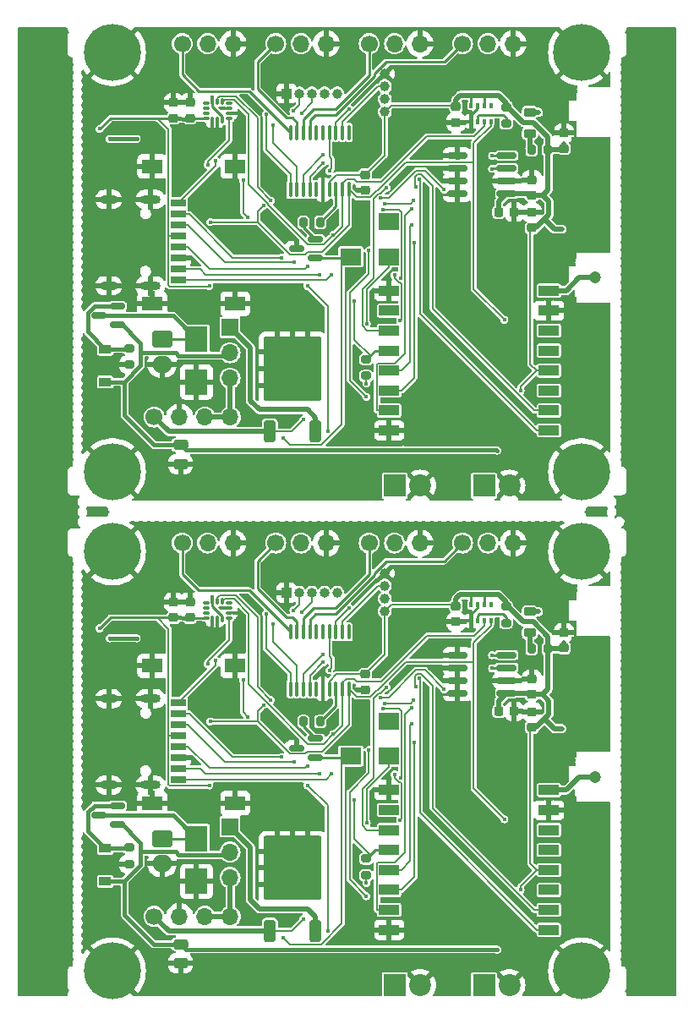
<source format=gbr>
%TF.GenerationSoftware,KiCad,Pcbnew,7.0.11*%
%TF.CreationDate,2024-05-24T13:54:11+08:00*%
%TF.ProjectId,panel,70616e65-6c2e-46b6-9963-61645f706362,rev?*%
%TF.SameCoordinates,Original*%
%TF.FileFunction,Copper,L2,Bot*%
%TF.FilePolarity,Positive*%
%FSLAX46Y46*%
G04 Gerber Fmt 4.6, Leading zero omitted, Abs format (unit mm)*
G04 Created by KiCad (PCBNEW 7.0.11) date 2024-05-24 13:54:11*
%MOMM*%
%LPD*%
G01*
G04 APERTURE LIST*
G04 Aperture macros list*
%AMRoundRect*
0 Rectangle with rounded corners*
0 $1 Rounding radius*
0 $2 $3 $4 $5 $6 $7 $8 $9 X,Y pos of 4 corners*
0 Add a 4 corners polygon primitive as box body*
4,1,4,$2,$3,$4,$5,$6,$7,$8,$9,$2,$3,0*
0 Add four circle primitives for the rounded corners*
1,1,$1+$1,$2,$3*
1,1,$1+$1,$4,$5*
1,1,$1+$1,$6,$7*
1,1,$1+$1,$8,$9*
0 Add four rect primitives between the rounded corners*
20,1,$1+$1,$2,$3,$4,$5,0*
20,1,$1+$1,$4,$5,$6,$7,0*
20,1,$1+$1,$6,$7,$8,$9,0*
20,1,$1+$1,$8,$9,$2,$3,0*%
G04 Aperture macros list end*
%TA.AperFunction,ComponentPad*%
%ADD10C,5.700000*%
%TD*%
%TA.AperFunction,ComponentPad*%
%ADD11R,2.200000X2.200000*%
%TD*%
%TA.AperFunction,ComponentPad*%
%ADD12C,2.200000*%
%TD*%
%TA.AperFunction,ComponentPad*%
%ADD13O,2.000000X0.900000*%
%TD*%
%TA.AperFunction,ComponentPad*%
%ADD14O,1.700000X0.900000*%
%TD*%
%TA.AperFunction,ComponentPad*%
%ADD15C,1.700000*%
%TD*%
%TA.AperFunction,ComponentPad*%
%ADD16O,1.700000X1.700000*%
%TD*%
%TA.AperFunction,ComponentPad*%
%ADD17RoundRect,0.250000X-0.750000X0.600000X-0.750000X-0.600000X0.750000X-0.600000X0.750000X0.600000X0*%
%TD*%
%TA.AperFunction,ComponentPad*%
%ADD18O,2.000000X1.700000*%
%TD*%
%TA.AperFunction,ComponentPad*%
%ADD19R,1.700000X1.700000*%
%TD*%
%TA.AperFunction,SMDPad,CuDef*%
%ADD20RoundRect,0.200000X0.200000X0.275000X-0.200000X0.275000X-0.200000X-0.275000X0.200000X-0.275000X0*%
%TD*%
%TA.AperFunction,SMDPad,CuDef*%
%ADD21RoundRect,0.218750X0.381250X-0.218750X0.381250X0.218750X-0.381250X0.218750X-0.381250X-0.218750X0*%
%TD*%
%TA.AperFunction,SMDPad,CuDef*%
%ADD22R,0.350000X0.500000*%
%TD*%
%TA.AperFunction,SMDPad,CuDef*%
%ADD23R,1.200000X0.900000*%
%TD*%
%TA.AperFunction,SMDPad,CuDef*%
%ADD24R,2.300000X2.500000*%
%TD*%
%TA.AperFunction,SMDPad,CuDef*%
%ADD25C,1.000000*%
%TD*%
%TA.AperFunction,SMDPad,CuDef*%
%ADD26RoundRect,0.225000X0.250000X-0.225000X0.250000X0.225000X-0.250000X0.225000X-0.250000X-0.225000X0*%
%TD*%
%TA.AperFunction,SMDPad,CuDef*%
%ADD27RoundRect,0.200000X-0.275000X0.200000X-0.275000X-0.200000X0.275000X-0.200000X0.275000X0.200000X0*%
%TD*%
%TA.AperFunction,SMDPad,CuDef*%
%ADD28RoundRect,0.225000X-0.250000X0.225000X-0.250000X-0.225000X0.250000X-0.225000X0.250000X0.225000X0*%
%TD*%
%TA.AperFunction,SMDPad,CuDef*%
%ADD29RoundRect,0.100000X0.100000X-0.637500X0.100000X0.637500X-0.100000X0.637500X-0.100000X-0.637500X0*%
%TD*%
%TA.AperFunction,SMDPad,CuDef*%
%ADD30RoundRect,0.250000X0.350000X-0.850000X0.350000X0.850000X-0.350000X0.850000X-0.350000X-0.850000X0*%
%TD*%
%TA.AperFunction,SMDPad,CuDef*%
%ADD31RoundRect,0.250000X1.125000X-1.275000X1.125000X1.275000X-1.125000X1.275000X-1.125000X-1.275000X0*%
%TD*%
%TA.AperFunction,SMDPad,CuDef*%
%ADD32RoundRect,0.249997X2.650003X-2.950003X2.650003X2.950003X-2.650003X2.950003X-2.650003X-2.950003X0*%
%TD*%
%TA.AperFunction,SMDPad,CuDef*%
%ADD33RoundRect,0.150000X0.587500X0.150000X-0.587500X0.150000X-0.587500X-0.150000X0.587500X-0.150000X0*%
%TD*%
%TA.AperFunction,SMDPad,CuDef*%
%ADD34R,1.500000X0.800000*%
%TD*%
%TA.AperFunction,SMDPad,CuDef*%
%ADD35R,2.000000X1.450000*%
%TD*%
%TA.AperFunction,SMDPad,CuDef*%
%ADD36R,2.100000X1.700000*%
%TD*%
%TA.AperFunction,SMDPad,CuDef*%
%ADD37RoundRect,0.225000X-0.225000X-0.250000X0.225000X-0.250000X0.225000X0.250000X-0.225000X0.250000X0*%
%TD*%
%TA.AperFunction,SMDPad,CuDef*%
%ADD38RoundRect,0.250000X-0.475000X0.250000X-0.475000X-0.250000X0.475000X-0.250000X0.475000X0.250000X0*%
%TD*%
%TA.AperFunction,SMDPad,CuDef*%
%ADD39RoundRect,0.150000X-0.825000X-0.150000X0.825000X-0.150000X0.825000X0.150000X-0.825000X0.150000X0*%
%TD*%
%TA.AperFunction,SMDPad,CuDef*%
%ADD40RoundRect,0.087500X0.225000X0.087500X-0.225000X0.087500X-0.225000X-0.087500X0.225000X-0.087500X0*%
%TD*%
%TA.AperFunction,SMDPad,CuDef*%
%ADD41RoundRect,0.087500X0.087500X0.225000X-0.087500X0.225000X-0.087500X-0.225000X0.087500X-0.225000X0*%
%TD*%
%TA.AperFunction,ComponentPad*%
%ADD42C,1.000000*%
%TD*%
%TA.AperFunction,ComponentPad*%
%ADD43O,1.000000X1.000000*%
%TD*%
%TA.AperFunction,ComponentPad*%
%ADD44R,1.000000X1.000000*%
%TD*%
%TA.AperFunction,SMDPad,CuDef*%
%ADD45RoundRect,0.200000X0.275000X-0.200000X0.275000X0.200000X-0.275000X0.200000X-0.275000X-0.200000X0*%
%TD*%
%TA.AperFunction,SMDPad,CuDef*%
%ADD46R,2.000000X1.000000*%
%TD*%
%TA.AperFunction,ComponentPad*%
%ADD47C,1.200000*%
%TD*%
%TA.AperFunction,ViaPad*%
%ADD48C,0.400000*%
%TD*%
%TA.AperFunction,Conductor*%
%ADD49C,0.508000*%
%TD*%
%TA.AperFunction,Conductor*%
%ADD50C,0.228600*%
%TD*%
%TA.AperFunction,Conductor*%
%ADD51C,0.200000*%
%TD*%
%TA.AperFunction,Conductor*%
%ADD52C,0.381000*%
%TD*%
G04 APERTURE END LIST*
D10*
%TO.P,H2,1,1*%
%TO.N,Board_0-GND*%
X81499948Y-65000063D03*
%TD*%
D11*
%TO.P,J7,1,Pin_1*%
%TO.N,Board_0-Net-(J7-Pin_1)*%
X109781248Y-66391263D03*
D12*
%TO.P,J7,2,Pin_2*%
%TO.N,Board_0-GND*%
X112321248Y-66391263D03*
%TD*%
D10*
%TO.P,H4,1,1*%
%TO.N,Board_1-GND*%
X128499948Y-73000077D03*
%TD*%
%TO.P,H2,1,1*%
%TO.N,Board_1-GND*%
X81499948Y-115000077D03*
%TD*%
%TO.P,H3,1,1*%
%TO.N,Board_1-GND*%
X128499948Y-115000077D03*
%TD*%
D13*
%TO.P,J3,S1,SHIELD*%
%TO.N,Board_1-GND*%
X85299648Y-87725077D03*
D14*
X81129648Y-87725077D03*
D13*
X85299648Y-96365077D03*
D14*
X81129648Y-96365077D03*
%TD*%
D15*
%TO.P,M3,1,PWM*%
%TO.N,Board_1-SERVO2*%
X107221248Y-72128777D03*
D16*
%TO.P,M3,2,+*%
%TO.N,Board_1-+5V*%
X109761248Y-72128777D03*
%TO.P,M3,3,-*%
%TO.N,Board_1-GND*%
X112301248Y-72128777D03*
%TD*%
D15*
%TO.P,M1,1,PWM*%
%TO.N,Board_1-SERVO0*%
X88504548Y-72128777D03*
D16*
%TO.P,M1,2,+*%
%TO.N,Board_1-+5V*%
X91044548Y-72128777D03*
%TO.P,M1,3,-*%
%TO.N,Board_1-GND*%
X93584548Y-72128777D03*
%TD*%
D13*
%TO.P,J3,S1,SHIELD*%
%TO.N,Board_0-GND*%
X85299648Y-37725063D03*
D14*
X81129648Y-37725063D03*
D13*
X85299648Y-46365063D03*
D14*
X81129648Y-46365063D03*
%TD*%
D11*
%TO.P,J6,1,Pin_1*%
%TO.N,Board_0-Net-(J6-Pin_1)*%
X118717248Y-66391263D03*
D12*
%TO.P,J6,2,Pin_2*%
%TO.N,Board_0-GND*%
X121257248Y-66391263D03*
%TD*%
D17*
%TO.P,J1,1,Pin_1*%
%TO.N,Board_1-Net-(D6-A2)*%
X86479648Y-101715077D03*
D18*
%TO.P,J1,2,Pin_2*%
%TO.N,Board_1-GND*%
X86479648Y-104215077D03*
%TD*%
D17*
%TO.P,J1,1,Pin_1*%
%TO.N,Board_0-Net-(D6-A2)*%
X86479648Y-51715063D03*
D18*
%TO.P,J1,2,Pin_2*%
%TO.N,Board_0-GND*%
X86479648Y-54215063D03*
%TD*%
D10*
%TO.P,H4,1,1*%
%TO.N,Board_0-GND*%
X128499948Y-23000063D03*
%TD*%
D19*
%TO.P,J13,1,Pin_1*%
%TO.N,Board_1-Net-(J13-Pin_1)*%
X93279648Y-100540077D03*
D16*
%TO.P,J13,2,Pin_2*%
%TO.N,Board_1-+BATT*%
X93279648Y-103080077D03*
%TO.P,J13,3,Pin_3*%
%TO.N,Board_1-Net-(J11-Pin_3)*%
X93279648Y-105620077D03*
%TD*%
D10*
%TO.P,H1,1,1*%
%TO.N,Board_1-GND*%
X81499948Y-73000077D03*
%TD*%
D15*
%TO.P,M2,1,PWM*%
%TO.N,Board_1-SERVO1*%
X97862948Y-72128777D03*
D16*
%TO.P,M2,2,+*%
%TO.N,Board_1-+5V*%
X100402948Y-72128777D03*
%TO.P,M2,3,-*%
%TO.N,Board_1-GND*%
X102942948Y-72128777D03*
%TD*%
D11*
%TO.P,J6,1,Pin_1*%
%TO.N,Board_1-Net-(J6-Pin_1)*%
X118717248Y-116391277D03*
D12*
%TO.P,J6,2,Pin_2*%
%TO.N,Board_1-GND*%
X121257248Y-116391277D03*
%TD*%
D10*
%TO.P,H1,1,1*%
%TO.N,Board_0-GND*%
X81499948Y-23000063D03*
%TD*%
D15*
%TO.P,M2,1,PWM*%
%TO.N,Board_0-SERVO1*%
X97862948Y-22128763D03*
D16*
%TO.P,M2,2,+*%
%TO.N,Board_0-+5V*%
X100402948Y-22128763D03*
%TO.P,M2,3,-*%
%TO.N,Board_0-GND*%
X102942948Y-22128763D03*
%TD*%
D19*
%TO.P,J13,1,Pin_1*%
%TO.N,Board_0-Net-(J13-Pin_1)*%
X93279648Y-50540063D03*
D16*
%TO.P,J13,2,Pin_2*%
%TO.N,Board_0-+BATT*%
X93279648Y-53080063D03*
%TO.P,J13,3,Pin_3*%
%TO.N,Board_0-Net-(J11-Pin_3)*%
X93279648Y-55620063D03*
%TD*%
D11*
%TO.P,J7,1,Pin_1*%
%TO.N,Board_1-Net-(J7-Pin_1)*%
X109781248Y-116391277D03*
D12*
%TO.P,J7,2,Pin_2*%
%TO.N,Board_1-GND*%
X112321248Y-116391277D03*
%TD*%
D15*
%TO.P,M4,1,PWM*%
%TO.N,Board_0-SERVO3*%
X116579548Y-22128763D03*
D16*
%TO.P,M4,2,+*%
%TO.N,Board_0-+5V*%
X119119548Y-22128763D03*
%TO.P,M4,3,-*%
%TO.N,Board_0-GND*%
X121659548Y-22128763D03*
%TD*%
D10*
%TO.P,H3,1,1*%
%TO.N,Board_0-GND*%
X128499948Y-65000063D03*
%TD*%
D15*
%TO.P,M3,1,PWM*%
%TO.N,Board_0-SERVO2*%
X107221248Y-22128763D03*
D16*
%TO.P,M3,2,+*%
%TO.N,Board_0-+5V*%
X109761248Y-22128763D03*
%TO.P,M3,3,-*%
%TO.N,Board_0-GND*%
X112301248Y-22128763D03*
%TD*%
D15*
%TO.P,M4,1,PWM*%
%TO.N,Board_1-SERVO3*%
X116579548Y-72128777D03*
D16*
%TO.P,M4,2,+*%
%TO.N,Board_1-+5V*%
X119119548Y-72128777D03*
%TO.P,M4,3,-*%
%TO.N,Board_1-GND*%
X121659548Y-72128777D03*
%TD*%
D15*
%TO.P,M1,1,PWM*%
%TO.N,Board_0-SERVO0*%
X88504548Y-22128763D03*
D16*
%TO.P,M1,2,+*%
%TO.N,Board_0-+5V*%
X91044548Y-22128763D03*
%TO.P,M1,3,-*%
%TO.N,Board_0-GND*%
X93584548Y-22128763D03*
%TD*%
D20*
%TO.P,R12,1*%
%TO.N,Board_0-+3V3*%
X125121248Y-32728763D03*
%TO.P,R12,2*%
%TO.N,Board_0-Net-(L2-Pad1)*%
X123471248Y-32728763D03*
%TD*%
D21*
%TO.P,L2,1*%
%TO.N,Board_1-Net-(L2-Pad1)*%
X123321248Y-81128777D03*
%TO.P,L2,2*%
%TO.N,Board_1-Net-(J5-In)*%
X123321248Y-79003777D03*
%TD*%
D22*
%TO.P,U10,1,GND*%
%TO.N,Board_1-GND*%
X117444948Y-79920077D03*
%TO.P,U10,2,CSB*%
%TO.N,Board_1-Net-(U10-CSB)*%
X118094948Y-79920077D03*
%TO.P,U10,3,SDI*%
%TO.N,Board_1-SDA*%
X118744948Y-79920077D03*
%TO.P,U10,4,SCK*%
%TO.N,Board_1-SCL*%
X119394948Y-79920077D03*
%TO.P,U10,5,SDO*%
%TO.N,Board_1-unconnected-(U10-SDO-Pad5)*%
X119394948Y-78320077D03*
%TO.P,U10,6,VDDIO*%
%TO.N,Board_1-+3V3*%
X118744948Y-78320077D03*
%TO.P,U10,7,GND*%
%TO.N,Board_1-GND*%
X118094948Y-78320077D03*
%TO.P,U10,8,VDD*%
%TO.N,Board_1-+3V3*%
X117444948Y-78320077D03*
%TD*%
D23*
%TO.P,D1,1,K*%
%TO.N,Board_0-+BATT*%
X80779648Y-56015063D03*
%TO.P,D1,2,A*%
%TO.N,Board_0-Net-(D1-A)*%
X80779648Y-52715063D03*
%TD*%
D24*
%TO.P,D6,1,A1*%
%TO.N,Board_1-GND*%
X89929648Y-106015077D03*
%TO.P,D6,2,A2*%
%TO.N,Board_1-Net-(D6-A2)*%
X89929648Y-101715077D03*
%TD*%
D25*
%TO.P,TP5,1,1*%
%TO.N,Board_1-GND*%
X108779648Y-75155077D03*
%TD*%
D21*
%TO.P,L2,1*%
%TO.N,Board_0-Net-(L2-Pad1)*%
X123321248Y-31128763D03*
%TO.P,L2,2*%
%TO.N,Board_0-Net-(J5-In)*%
X123321248Y-29003763D03*
%TD*%
D26*
%TO.P,C22,1*%
%TO.N,Board_1-+3V3*%
X87629648Y-79590077D03*
%TO.P,C22,2*%
%TO.N,Board_1-GND*%
X87629648Y-78040077D03*
%TD*%
D27*
%TO.P,R26,1*%
%TO.N,Board_0-Net-(D1-A)*%
X83179648Y-52640063D03*
%TO.P,R26,2*%
%TO.N,Board_0-GND*%
X83179648Y-54290063D03*
%TD*%
D26*
%TO.P,C13,1*%
%TO.N,Board_1-+3V3*%
X123521248Y-87303777D03*
%TO.P,C13,2*%
%TO.N,Board_1-GND*%
X123521248Y-85753777D03*
%TD*%
D28*
%TO.P,C16,1*%
%TO.N,Board_0-+3V3*%
X115919948Y-28450063D03*
%TO.P,C16,2*%
%TO.N,Board_0-GND*%
X115919948Y-30000063D03*
%TD*%
D29*
%TO.P,U3,1,PB7/PB8*%
%TO.N,Board_1-SCL*%
X105179648Y-86740077D03*
%TO.P,U3,2,PB9/PC14-OSC32_IN*%
%TO.N,Board_1-SDA*%
X104529648Y-86740077D03*
%TO.P,U3,3,PC15-OSC32_OUT*%
%TO.N,Board_1-Buzz*%
X103879648Y-86740077D03*
%TO.P,U3,4,VDD*%
%TO.N,Board_1-+3V3*%
X103229648Y-86740077D03*
%TO.P,U3,5,VSS*%
%TO.N,Board_1-GND*%
X102579648Y-86740077D03*
%TO.P,U3,6,NRST*%
%TO.N,Board_1-unconnected-(U3-NRST-Pad6)*%
X101929648Y-86740077D03*
%TO.P,U3,7,PA0*%
%TO.N,Board_1-ADC0*%
X101279648Y-86740077D03*
%TO.P,U3,8,PA1*%
%TO.N,Board_1-ADC1*%
X100629648Y-86740077D03*
%TO.P,U3,9,PA2*%
%TO.N,Board_1-ADC2*%
X99979648Y-86740077D03*
%TO.P,U3,10,PA3*%
%TO.N,Board_1-ADC3*%
X99329648Y-86740077D03*
%TO.P,U3,11,PA4*%
%TO.N,Board_1-SERVO0*%
X99329648Y-81015077D03*
%TO.P,U3,12,PA5*%
%TO.N,Board_1-SERVO1*%
X99979648Y-81015077D03*
%TO.P,U3,13,PA6*%
%TO.N,Board_1-SERVO2*%
X100629648Y-81015077D03*
%TO.P,U3,14,PA7*%
%TO.N,Board_1-SERVO3*%
X101279648Y-81015077D03*
%TO.P,U3,15,PB0/PB1/PB2/PA8*%
%TO.N,Board_1-unconnected-(U3-PB0{slash}PB1{slash}PB2{slash}PA8-Pad15)*%
X101929648Y-81015077D03*
%TO.P,U3,16,PA11[PA9]*%
%TO.N,Board_1-unconnected-(U3-PA11[PA9]-Pad16)*%
X102579648Y-81015077D03*
%TO.P,U3,17,PA12[PA10]*%
%TO.N,Board_1-RGB*%
X103229648Y-81015077D03*
%TO.P,U3,18,PA13*%
%TO.N,Board_1-SWDIO*%
X103879648Y-81015077D03*
%TO.P,U3,19,PA15/PA14-BOOT0*%
%TO.N,Board_1-SWCLK*%
X104529648Y-81015077D03*
%TO.P,U3,20,PB3/PB4/PB5/PB6*%
%TO.N,Board_1-unconnected-(U3-PB3{slash}PB4{slash}PB5{slash}PB6-Pad20)*%
X105179648Y-81015077D03*
%TD*%
D25*
%TO.P,TP4,1,1*%
%TO.N,Board_1-SWCLK*%
X108779648Y-76425077D03*
%TD*%
D30*
%TO.P,U2,1,VIN*%
%TO.N,Board_1-Net-(J13-Pin_1)*%
X101839648Y-110965077D03*
D31*
%TO.P,U2,2,GND*%
%TO.N,Board_1-GND*%
X98034648Y-106340077D03*
X101084648Y-106340077D03*
D32*
X99559648Y-104665077D03*
D31*
X98034648Y-102990077D03*
X101084648Y-102990077D03*
D30*
%TO.P,U2,3,VOUT*%
%TO.N,Board_1-Net-(D8-A)*%
X97279648Y-110965077D03*
%TD*%
D33*
%TO.P,Q2,1,B*%
%TO.N,Board_1-Net-(Q2-B)*%
X101867148Y-91715077D03*
%TO.P,Q2,2,C*%
%TO.N,Board_1-Net-(D9-A)*%
X101867148Y-93615077D03*
%TO.P,Q2,3,E*%
%TO.N,Board_1-GND*%
X99992148Y-92665077D03*
%TD*%
D34*
%TO.P,J12,1,DAT2*%
%TO.N,Board_1-SD_D2*%
X88109948Y-88105077D03*
%TO.P,J12,2,DAT3/CD*%
%TO.N,Board_1-SD_D3*%
X88109948Y-89205077D03*
%TO.P,J12,3,CMD*%
%TO.N,Board_1-SD_CMD*%
X88109948Y-90305077D03*
%TO.P,J12,4,VDD*%
%TO.N,Board_1-+3V3*%
X88109948Y-91405077D03*
%TO.P,J12,5,CLK*%
%TO.N,Board_1-SD_CLK*%
X88109948Y-92505077D03*
%TO.P,J12,6,VSS*%
%TO.N,Board_1-GND*%
X88109948Y-93605077D03*
%TO.P,J12,7,DAT0*%
%TO.N,Board_1-SD_D0*%
X88109948Y-94705077D03*
%TO.P,J12,8,DAT1*%
%TO.N,Board_1-SD_D1*%
X88109948Y-95805077D03*
D35*
%TO.P,J12,9,SHIELD*%
%TO.N,Board_1-GND*%
X93809948Y-84430077D03*
X85509948Y-84430077D03*
X93809948Y-98180077D03*
X85509948Y-98180077D03*
%TD*%
D15*
%TO.P,J11,1,Pin_1*%
%TO.N,Board_0-Net-(D8-A)*%
X85689648Y-59515063D03*
D16*
%TO.P,J11,2,Pin_2*%
%TO.N,Board_0-GND*%
X88229648Y-59515063D03*
%TO.P,J11,3,Pin_3*%
%TO.N,Board_0-Net-(J11-Pin_3)*%
X90769648Y-59515063D03*
%TO.P,J11,4,Pin_4*%
X93309648Y-59515063D03*
%TD*%
D36*
%TO.P,LS1,N*%
%TO.N,Board_1-Net-(D9-A)*%
X105379648Y-93465077D03*
%TO.P,LS1,NC*%
%TO.N,N/C*%
X109179648Y-89965077D03*
%TO.P,LS1,P*%
%TO.N,Board_1-+5V*%
X109179648Y-93465077D03*
%TD*%
D33*
%TO.P,Q6,1,G*%
%TO.N,Board_1-Net-(D1-A)*%
X82017148Y-98415077D03*
%TO.P,Q6,2,S*%
%TO.N,Board_1-+BATT*%
X82017148Y-100315077D03*
%TO.P,Q6,3,D*%
%TO.N,Board_1-Net-(D6-A2)*%
X80142148Y-99365077D03*
%TD*%
D37*
%TO.P,C11,1*%
%TO.N,Board_0-+3V3*%
X120206248Y-38993763D03*
%TO.P,C11,2*%
%TO.N,Board_0-GND*%
X121756248Y-38993763D03*
%TD*%
D30*
%TO.P,U2,1,VIN*%
%TO.N,Board_0-Net-(J13-Pin_1)*%
X101839648Y-60965063D03*
D31*
%TO.P,U2,2,GND*%
%TO.N,Board_0-GND*%
X98034648Y-56340063D03*
X101084648Y-56340063D03*
D32*
X99559648Y-54665063D03*
D31*
X98034648Y-52990063D03*
X101084648Y-52990063D03*
D30*
%TO.P,U2,3,VOUT*%
%TO.N,Board_0-Net-(D8-A)*%
X97279648Y-60965063D03*
%TD*%
D38*
%TO.P,C15,1*%
%TO.N,Board_1-+BATT*%
X88329648Y-112315077D03*
%TO.P,C15,2*%
%TO.N,Board_1-GND*%
X88329648Y-114215077D03*
%TD*%
D33*
%TO.P,Q6,1,G*%
%TO.N,Board_0-Net-(D1-A)*%
X82017148Y-48415063D03*
%TO.P,Q6,2,S*%
%TO.N,Board_0-+BATT*%
X82017148Y-50315063D03*
%TO.P,Q6,3,D*%
%TO.N,Board_0-Net-(D6-A2)*%
X80142148Y-49365063D03*
%TD*%
D25*
%TO.P,TP1,1,1*%
%TO.N,Board_1-+3V3*%
X108779648Y-78965077D03*
%TD*%
D34*
%TO.P,J12,1,DAT2*%
%TO.N,Board_0-SD_D2*%
X88109948Y-38105063D03*
%TO.P,J12,2,DAT3/CD*%
%TO.N,Board_0-SD_D3*%
X88109948Y-39205063D03*
%TO.P,J12,3,CMD*%
%TO.N,Board_0-SD_CMD*%
X88109948Y-40305063D03*
%TO.P,J12,4,VDD*%
%TO.N,Board_0-+3V3*%
X88109948Y-41405063D03*
%TO.P,J12,5,CLK*%
%TO.N,Board_0-SD_CLK*%
X88109948Y-42505063D03*
%TO.P,J12,6,VSS*%
%TO.N,Board_0-GND*%
X88109948Y-43605063D03*
%TO.P,J12,7,DAT0*%
%TO.N,Board_0-SD_D0*%
X88109948Y-44705063D03*
%TO.P,J12,8,DAT1*%
%TO.N,Board_0-SD_D1*%
X88109948Y-45805063D03*
D35*
%TO.P,J12,9,SHIELD*%
%TO.N,Board_0-GND*%
X93809948Y-34430063D03*
X85509948Y-34430063D03*
X93809948Y-48180063D03*
X85509948Y-48180063D03*
%TD*%
D27*
%TO.P,R14,1*%
%TO.N,Board_1-+3V3*%
X120919948Y-78475077D03*
%TO.P,R14,2*%
%TO.N,Board_1-Net-(U10-CSB)*%
X120919948Y-80125077D03*
%TD*%
D22*
%TO.P,U10,1,GND*%
%TO.N,Board_0-GND*%
X117444948Y-29920063D03*
%TO.P,U10,2,CSB*%
%TO.N,Board_0-Net-(U10-CSB)*%
X118094948Y-29920063D03*
%TO.P,U10,3,SDI*%
%TO.N,Board_0-SDA*%
X118744948Y-29920063D03*
%TO.P,U10,4,SCK*%
%TO.N,Board_0-SCL*%
X119394948Y-29920063D03*
%TO.P,U10,5,SDO*%
%TO.N,Board_0-unconnected-(U10-SDO-Pad5)*%
X119394948Y-28320063D03*
%TO.P,U10,6,VDDIO*%
%TO.N,Board_0-+3V3*%
X118744948Y-28320063D03*
%TO.P,U10,7,GND*%
%TO.N,Board_0-GND*%
X118094948Y-28320063D03*
%TO.P,U10,8,VDD*%
%TO.N,Board_0-+3V3*%
X117444948Y-28320063D03*
%TD*%
D39*
%TO.P,U6,1,A0*%
%TO.N,Board_0-GND*%
X116051248Y-37153763D03*
%TO.P,U6,2,A1*%
X116051248Y-35883763D03*
%TO.P,U6,3,A2*%
X116051248Y-34613763D03*
%TO.P,U6,4,GND*%
X116051248Y-33343763D03*
%TO.P,U6,5,SDA*%
%TO.N,Board_0-Net-(U6-SDA)*%
X121001248Y-33343763D03*
%TO.P,U6,6,SCL*%
%TO.N,Board_0-Net-(U6-SCL)*%
X121001248Y-34613763D03*
%TO.P,U6,7,WP*%
%TO.N,Board_0-GND*%
X121001248Y-35883763D03*
%TO.P,U6,8,VCC*%
%TO.N,Board_0-+3V3*%
X121001248Y-37153763D03*
%TD*%
D36*
%TO.P,LS1,N*%
%TO.N,Board_0-Net-(D9-A)*%
X105379648Y-43465063D03*
%TO.P,LS1,NC*%
%TO.N,N/C*%
X109179648Y-39965063D03*
%TO.P,LS1,P*%
%TO.N,Board_0-+5V*%
X109179648Y-43465063D03*
%TD*%
D40*
%TO.P,U4,1,SDO/SA0*%
%TO.N,Board_1-unconnected-(U4-SDO{slash}SA0-Pad1)*%
X93192148Y-78115077D03*
%TO.P,U4,2,SDX*%
%TO.N,Board_1-GND*%
X93192148Y-78615077D03*
%TO.P,U4,3,SCX*%
X93192148Y-79115077D03*
%TO.P,U4,4,INT1*%
%TO.N,Board_1-IMU_INT*%
X93192148Y-79615077D03*
D41*
%TO.P,U4,5,VDDIO*%
%TO.N,Board_1-+3V3*%
X92529648Y-79777577D03*
%TO.P,U4,6,GND*%
%TO.N,Board_1-GND*%
X92029648Y-79777577D03*
%TO.P,U4,7,GND*%
X91529648Y-79777577D03*
D40*
%TO.P,U4,8,VDD*%
%TO.N,Board_1-+3V3*%
X90867148Y-79615077D03*
%TO.P,U4,9,INT2*%
%TO.N,Board_1-unconnected-(U4-INT2-Pad9)*%
X90867148Y-79115077D03*
%TO.P,U4,10,OCS_Aux*%
%TO.N,Board_1-unconnected-(U4-OCS_Aux-Pad10)*%
X90867148Y-78615077D03*
%TO.P,U4,11,SDO_Aux*%
%TO.N,Board_1-unconnected-(U4-SDO_Aux-Pad11)*%
X90867148Y-78115077D03*
D41*
%TO.P,U4,12,CS*%
%TO.N,Board_1-+3V3*%
X91529648Y-77952577D03*
%TO.P,U4,13,SCL*%
%TO.N,Board_1-SCL*%
X92029648Y-77952577D03*
%TO.P,U4,14,SDA*%
%TO.N,Board_1-SDA*%
X92529648Y-77952577D03*
%TD*%
D26*
%TO.P,C14,1*%
%TO.N,Board_0-+3V3*%
X126721248Y-32628763D03*
%TO.P,C14,2*%
%TO.N,Board_0-GND*%
X126721248Y-31078763D03*
%TD*%
%TO.P,C23,1*%
%TO.N,Board_0-+3V3*%
X89279648Y-29590063D03*
%TO.P,C23,2*%
%TO.N,Board_0-GND*%
X89279648Y-28040063D03*
%TD*%
D25*
%TO.P,TP3,1,1*%
%TO.N,Board_1-SWDIO*%
X108779648Y-77695077D03*
%TD*%
D26*
%TO.P,C14,1*%
%TO.N,Board_1-+3V3*%
X126721248Y-82628777D03*
%TO.P,C14,2*%
%TO.N,Board_1-GND*%
X126721248Y-81078777D03*
%TD*%
D42*
%TO.P,J4,1,Pin_1*%
%TO.N,Board_1-ADC0*%
X104019948Y-77125077D03*
D43*
%TO.P,J4,2,Pin_2*%
%TO.N,Board_1-ADC1*%
X102749948Y-77125077D03*
%TO.P,J4,3,Pin_3*%
%TO.N,Board_1-ADC2*%
X101479948Y-77125077D03*
%TO.P,J4,4,Pin_4*%
%TO.N,Board_1-ADC3*%
X100209948Y-77125077D03*
D44*
%TO.P,J4,5,Pin_5*%
%TO.N,Board_1-GND*%
X98939948Y-77125077D03*
%TD*%
D25*
%TO.P,TP4,1,1*%
%TO.N,Board_0-SWCLK*%
X108779648Y-26425063D03*
%TD*%
D26*
%TO.P,C13,1*%
%TO.N,Board_0-+3V3*%
X123521248Y-37303763D03*
%TO.P,C13,2*%
%TO.N,Board_0-GND*%
X123521248Y-35753763D03*
%TD*%
D29*
%TO.P,U3,1,PB7/PB8*%
%TO.N,Board_0-SCL*%
X105179648Y-36740063D03*
%TO.P,U3,2,PB9/PC14-OSC32_IN*%
%TO.N,Board_0-SDA*%
X104529648Y-36740063D03*
%TO.P,U3,3,PC15-OSC32_OUT*%
%TO.N,Board_0-Buzz*%
X103879648Y-36740063D03*
%TO.P,U3,4,VDD*%
%TO.N,Board_0-+3V3*%
X103229648Y-36740063D03*
%TO.P,U3,5,VSS*%
%TO.N,Board_0-GND*%
X102579648Y-36740063D03*
%TO.P,U3,6,NRST*%
%TO.N,Board_0-unconnected-(U3-NRST-Pad6)*%
X101929648Y-36740063D03*
%TO.P,U3,7,PA0*%
%TO.N,Board_0-ADC0*%
X101279648Y-36740063D03*
%TO.P,U3,8,PA1*%
%TO.N,Board_0-ADC1*%
X100629648Y-36740063D03*
%TO.P,U3,9,PA2*%
%TO.N,Board_0-ADC2*%
X99979648Y-36740063D03*
%TO.P,U3,10,PA3*%
%TO.N,Board_0-ADC3*%
X99329648Y-36740063D03*
%TO.P,U3,11,PA4*%
%TO.N,Board_0-SERVO0*%
X99329648Y-31015063D03*
%TO.P,U3,12,PA5*%
%TO.N,Board_0-SERVO1*%
X99979648Y-31015063D03*
%TO.P,U3,13,PA6*%
%TO.N,Board_0-SERVO2*%
X100629648Y-31015063D03*
%TO.P,U3,14,PA7*%
%TO.N,Board_0-SERVO3*%
X101279648Y-31015063D03*
%TO.P,U3,15,PB0/PB1/PB2/PA8*%
%TO.N,Board_0-unconnected-(U3-PB0{slash}PB1{slash}PB2{slash}PA8-Pad15)*%
X101929648Y-31015063D03*
%TO.P,U3,16,PA11[PA9]*%
%TO.N,Board_0-unconnected-(U3-PA11[PA9]-Pad16)*%
X102579648Y-31015063D03*
%TO.P,U3,17,PA12[PA10]*%
%TO.N,Board_0-RGB*%
X103229648Y-31015063D03*
%TO.P,U3,18,PA13*%
%TO.N,Board_0-SWDIO*%
X103879648Y-31015063D03*
%TO.P,U3,19,PA15/PA14-BOOT0*%
%TO.N,Board_0-SWCLK*%
X104529648Y-31015063D03*
%TO.P,U3,20,PB3/PB4/PB5/PB6*%
%TO.N,Board_0-unconnected-(U3-PB3{slash}PB4{slash}PB5{slash}PB6-Pad20)*%
X105179648Y-31015063D03*
%TD*%
D28*
%TO.P,C3,1*%
%TO.N,Board_1-+3V3*%
X106829648Y-85265077D03*
%TO.P,C3,2*%
%TO.N,Board_1-GND*%
X106829648Y-86815077D03*
%TD*%
D23*
%TO.P,D1,1,K*%
%TO.N,Board_1-+BATT*%
X80779648Y-106015077D03*
%TO.P,D1,2,A*%
%TO.N,Board_1-Net-(D1-A)*%
X80779648Y-102715077D03*
%TD*%
D26*
%TO.P,C9,1*%
%TO.N,Board_0-+3V3*%
X123521248Y-40578763D03*
%TO.P,C9,2*%
%TO.N,Board_0-GND*%
X123521248Y-39028763D03*
%TD*%
D40*
%TO.P,U4,1,SDO/SA0*%
%TO.N,Board_0-unconnected-(U4-SDO{slash}SA0-Pad1)*%
X93192148Y-28115063D03*
%TO.P,U4,2,SDX*%
%TO.N,Board_0-GND*%
X93192148Y-28615063D03*
%TO.P,U4,3,SCX*%
X93192148Y-29115063D03*
%TO.P,U4,4,INT1*%
%TO.N,Board_0-IMU_INT*%
X93192148Y-29615063D03*
D41*
%TO.P,U4,5,VDDIO*%
%TO.N,Board_0-+3V3*%
X92529648Y-29777563D03*
%TO.P,U4,6,GND*%
%TO.N,Board_0-GND*%
X92029648Y-29777563D03*
%TO.P,U4,7,GND*%
X91529648Y-29777563D03*
D40*
%TO.P,U4,8,VDD*%
%TO.N,Board_0-+3V3*%
X90867148Y-29615063D03*
%TO.P,U4,9,INT2*%
%TO.N,Board_0-unconnected-(U4-INT2-Pad9)*%
X90867148Y-29115063D03*
%TO.P,U4,10,OCS_Aux*%
%TO.N,Board_0-unconnected-(U4-OCS_Aux-Pad10)*%
X90867148Y-28615063D03*
%TO.P,U4,11,SDO_Aux*%
%TO.N,Board_0-unconnected-(U4-SDO_Aux-Pad11)*%
X90867148Y-28115063D03*
D41*
%TO.P,U4,12,CS*%
%TO.N,Board_0-+3V3*%
X91529648Y-27952563D03*
%TO.P,U4,13,SCL*%
%TO.N,Board_0-SCL*%
X92029648Y-27952563D03*
%TO.P,U4,14,SDA*%
%TO.N,Board_0-SDA*%
X92529648Y-27952563D03*
%TD*%
D45*
%TO.P,R15,1*%
%TO.N,Board_0-+3V3*%
X106929648Y-55390063D03*
%TO.P,R15,2*%
%TO.N,Board_0-LORA_SS*%
X106929648Y-53740063D03*
%TD*%
D25*
%TO.P,TP1,1,1*%
%TO.N,Board_0-+3V3*%
X108779648Y-28965063D03*
%TD*%
D46*
%TO.P,U9,1,GND*%
%TO.N,Board_1-GND*%
X109229648Y-110865077D03*
%TO.P,U9,2,MISO*%
%TO.N,Board_1-MISO_1*%
X109229648Y-108865077D03*
%TO.P,U9,3,MOSI*%
%TO.N,Board_1-MOSI_1*%
X109229648Y-106865077D03*
%TO.P,U9,4,SCK*%
%TO.N,Board_1-SCK_1*%
X109229648Y-104865077D03*
%TO.P,U9,5,NSS*%
%TO.N,Board_1-LORA_SS*%
X109229648Y-102865077D03*
%TO.P,U9,6,RESET*%
%TO.N,Board_1-LORA_RST*%
X109229648Y-100865077D03*
%TO.P,U9,7,DIO5*%
%TO.N,Board_1-unconnected-(U9-DIO5-Pad7)*%
X109229648Y-98865077D03*
%TO.P,U9,8,GND*%
%TO.N,Board_1-GND*%
X109229648Y-96865077D03*
%TO.P,U9,9,ANT*%
%TO.N,Board_1-Net-(J10-In)*%
X125229648Y-96865077D03*
%TO.P,U9,10,GND*%
%TO.N,Board_1-GND*%
X125229648Y-98865077D03*
%TO.P,U9,11,DIO3*%
%TO.N,Board_1-unconnected-(U9-DIO3-Pad11)*%
X125229648Y-100865077D03*
%TO.P,U9,12,DIO4*%
%TO.N,Board_1-unconnected-(U9-DIO4-Pad12)*%
X125229648Y-102865077D03*
%TO.P,U9,13,3.3V*%
%TO.N,Board_1-+3V3*%
X125229648Y-104865077D03*
%TO.P,U9,14,DIO0*%
%TO.N,Board_1-unconnected-(U9-DIO0-Pad14)*%
X125229648Y-106865077D03*
%TO.P,U9,15,DIO1*%
%TO.N,Board_1-LORA_D1*%
X125229648Y-108865077D03*
%TO.P,U9,16,DIO2*%
%TO.N,Board_1-LORA_BUSY*%
X125229648Y-110865077D03*
%TD*%
D27*
%TO.P,R26,1*%
%TO.N,Board_1-Net-(D1-A)*%
X83179648Y-102640077D03*
%TO.P,R26,2*%
%TO.N,Board_1-GND*%
X83179648Y-104290077D03*
%TD*%
D26*
%TO.P,C9,1*%
%TO.N,Board_1-+3V3*%
X123521248Y-90578777D03*
%TO.P,C9,2*%
%TO.N,Board_1-GND*%
X123521248Y-89028777D03*
%TD*%
D47*
%TO.P,J9,1,Pin_1*%
%TO.N,Board_1-Net-(J10-In)*%
X129829648Y-95565077D03*
%TD*%
D26*
%TO.P,C23,1*%
%TO.N,Board_1-+3V3*%
X89279648Y-79590077D03*
%TO.P,C23,2*%
%TO.N,Board_1-GND*%
X89279648Y-78040077D03*
%TD*%
D20*
%TO.P,R12,1*%
%TO.N,Board_1-+3V3*%
X125121248Y-82728777D03*
%TO.P,R12,2*%
%TO.N,Board_1-Net-(L2-Pad1)*%
X123471248Y-82728777D03*
%TD*%
D45*
%TO.P,R15,1*%
%TO.N,Board_1-+3V3*%
X106929648Y-105390077D03*
%TO.P,R15,2*%
%TO.N,Board_1-LORA_SS*%
X106929648Y-103740077D03*
%TD*%
D42*
%TO.P,J4,1,Pin_1*%
%TO.N,Board_0-ADC0*%
X104019948Y-27125063D03*
D43*
%TO.P,J4,2,Pin_2*%
%TO.N,Board_0-ADC1*%
X102749948Y-27125063D03*
%TO.P,J4,3,Pin_3*%
%TO.N,Board_0-ADC2*%
X101479948Y-27125063D03*
%TO.P,J4,4,Pin_4*%
%TO.N,Board_0-ADC3*%
X100209948Y-27125063D03*
D44*
%TO.P,J4,5,Pin_5*%
%TO.N,Board_0-GND*%
X98939948Y-27125063D03*
%TD*%
D25*
%TO.P,TP3,1,1*%
%TO.N,Board_0-SWDIO*%
X108779648Y-27695063D03*
%TD*%
D46*
%TO.P,U9,1,GND*%
%TO.N,Board_0-GND*%
X109229648Y-60865063D03*
%TO.P,U9,2,MISO*%
%TO.N,Board_0-MISO_1*%
X109229648Y-58865063D03*
%TO.P,U9,3,MOSI*%
%TO.N,Board_0-MOSI_1*%
X109229648Y-56865063D03*
%TO.P,U9,4,SCK*%
%TO.N,Board_0-SCK_1*%
X109229648Y-54865063D03*
%TO.P,U9,5,NSS*%
%TO.N,Board_0-LORA_SS*%
X109229648Y-52865063D03*
%TO.P,U9,6,RESET*%
%TO.N,Board_0-LORA_RST*%
X109229648Y-50865063D03*
%TO.P,U9,7,DIO5*%
%TO.N,Board_0-unconnected-(U9-DIO5-Pad7)*%
X109229648Y-48865063D03*
%TO.P,U9,8,GND*%
%TO.N,Board_0-GND*%
X109229648Y-46865063D03*
%TO.P,U9,9,ANT*%
%TO.N,Board_0-Net-(J10-In)*%
X125229648Y-46865063D03*
%TO.P,U9,10,GND*%
%TO.N,Board_0-GND*%
X125229648Y-48865063D03*
%TO.P,U9,11,DIO3*%
%TO.N,Board_0-unconnected-(U9-DIO3-Pad11)*%
X125229648Y-50865063D03*
%TO.P,U9,12,DIO4*%
%TO.N,Board_0-unconnected-(U9-DIO4-Pad12)*%
X125229648Y-52865063D03*
%TO.P,U9,13,3.3V*%
%TO.N,Board_0-+3V3*%
X125229648Y-54865063D03*
%TO.P,U9,14,DIO0*%
%TO.N,Board_0-unconnected-(U9-DIO0-Pad14)*%
X125229648Y-56865063D03*
%TO.P,U9,15,DIO1*%
%TO.N,Board_0-LORA_D1*%
X125229648Y-58865063D03*
%TO.P,U9,16,DIO2*%
%TO.N,Board_0-LORA_BUSY*%
X125229648Y-60865063D03*
%TD*%
D37*
%TO.P,C11,1*%
%TO.N,Board_1-+3V3*%
X120206248Y-88993777D03*
%TO.P,C11,2*%
%TO.N,Board_1-GND*%
X121756248Y-88993777D03*
%TD*%
D38*
%TO.P,C15,1*%
%TO.N,Board_0-+BATT*%
X88329648Y-62315063D03*
%TO.P,C15,2*%
%TO.N,Board_0-GND*%
X88329648Y-64215063D03*
%TD*%
D27*
%TO.P,R14,1*%
%TO.N,Board_0-+3V3*%
X120919948Y-28475063D03*
%TO.P,R14,2*%
%TO.N,Board_0-Net-(U10-CSB)*%
X120919948Y-30125063D03*
%TD*%
D24*
%TO.P,D6,1,A1*%
%TO.N,Board_0-GND*%
X89929648Y-56015063D03*
%TO.P,D6,2,A2*%
%TO.N,Board_0-Net-(D6-A2)*%
X89929648Y-51715063D03*
%TD*%
D20*
%TO.P,R3,1*%
%TO.N,Board_1-Buzz*%
X102304648Y-90015077D03*
%TO.P,R3,2*%
%TO.N,Board_1-Net-(Q2-B)*%
X100654648Y-90015077D03*
%TD*%
D47*
%TO.P,J9,1,Pin_1*%
%TO.N,Board_0-Net-(J10-In)*%
X129829648Y-45565063D03*
%TD*%
D28*
%TO.P,C16,1*%
%TO.N,Board_1-+3V3*%
X115919948Y-78450077D03*
%TO.P,C16,2*%
%TO.N,Board_1-GND*%
X115919948Y-80000077D03*
%TD*%
D39*
%TO.P,U6,1,A0*%
%TO.N,Board_1-GND*%
X116051248Y-87153777D03*
%TO.P,U6,2,A1*%
X116051248Y-85883777D03*
%TO.P,U6,3,A2*%
X116051248Y-84613777D03*
%TO.P,U6,4,GND*%
X116051248Y-83343777D03*
%TO.P,U6,5,SDA*%
%TO.N,Board_1-Net-(U6-SDA)*%
X121001248Y-83343777D03*
%TO.P,U6,6,SCL*%
%TO.N,Board_1-Net-(U6-SCL)*%
X121001248Y-84613777D03*
%TO.P,U6,7,WP*%
%TO.N,Board_1-GND*%
X121001248Y-85883777D03*
%TO.P,U6,8,VCC*%
%TO.N,Board_1-+3V3*%
X121001248Y-87153777D03*
%TD*%
D15*
%TO.P,J11,1,Pin_1*%
%TO.N,Board_1-Net-(D8-A)*%
X85689648Y-109515077D03*
D16*
%TO.P,J11,2,Pin_2*%
%TO.N,Board_1-GND*%
X88229648Y-109515077D03*
%TO.P,J11,3,Pin_3*%
%TO.N,Board_1-Net-(J11-Pin_3)*%
X90769648Y-109515077D03*
%TO.P,J11,4,Pin_4*%
X93309648Y-109515077D03*
%TD*%
D20*
%TO.P,R3,1*%
%TO.N,Board_0-Buzz*%
X102304648Y-40015063D03*
%TO.P,R3,2*%
%TO.N,Board_0-Net-(Q2-B)*%
X100654648Y-40015063D03*
%TD*%
D26*
%TO.P,C22,1*%
%TO.N,Board_0-+3V3*%
X87629648Y-29590063D03*
%TO.P,C22,2*%
%TO.N,Board_0-GND*%
X87629648Y-28040063D03*
%TD*%
D28*
%TO.P,C3,1*%
%TO.N,Board_0-+3V3*%
X106829648Y-35265063D03*
%TO.P,C3,2*%
%TO.N,Board_0-GND*%
X106829648Y-36815063D03*
%TD*%
D25*
%TO.P,TP5,1,1*%
%TO.N,Board_0-GND*%
X108779648Y-25155063D03*
%TD*%
D33*
%TO.P,Q2,1,B*%
%TO.N,Board_0-Net-(Q2-B)*%
X101867148Y-41715063D03*
%TO.P,Q2,2,C*%
%TO.N,Board_0-Net-(D9-A)*%
X101867148Y-43615063D03*
%TO.P,Q2,3,E*%
%TO.N,Board_0-GND*%
X99992148Y-42665063D03*
%TD*%
D48*
%TO.N,Board_0-+3V3*%
X126529648Y-40715063D03*
X110326648Y-49865063D03*
X80229648Y-30665063D03*
X91207548Y-46398463D03*
X126679648Y-32115063D03*
X106944048Y-56161363D03*
X89229648Y-29665063D03*
X109767448Y-45284063D03*
X122388048Y-56872763D03*
X91529648Y-27515063D03*
%TO.N,Board_0-+5V*%
X106982848Y-50169463D03*
%TO.N,Board_0-+BATT*%
X120029648Y-62865063D03*
X110629648Y-62814963D03*
%TO.N,Board_0-ADC0*%
X102629648Y-34065063D03*
%TO.N,Board_0-ADC1*%
X102629648Y-33265063D03*
%TO.N,Board_0-ADC2*%
X100429648Y-29065063D03*
X97629648Y-30265063D03*
%TO.N,Board_0-ADC3*%
X96892648Y-29202063D03*
X99629648Y-28865063D03*
%TO.N,Board_0-EXT_INT*%
X110399848Y-45621063D03*
X108625548Y-38718763D03*
%TO.N,Board_0-FIRE1*%
X106944048Y-57495963D03*
X107192848Y-42830863D03*
%TO.N,Board_0-GND*%
X122229648Y-31665063D03*
X94429648Y-29465063D03*
X127629648Y-33265063D03*
X122829648Y-33665063D03*
X125829648Y-47765063D03*
X128129648Y-42865063D03*
X125129648Y-45965063D03*
X129329648Y-48265063D03*
X128929648Y-48265063D03*
X130829648Y-31665063D03*
X127029648Y-44465063D03*
X106029648Y-36865063D03*
X106429648Y-38038063D03*
X126829648Y-27265063D03*
X129729648Y-42865063D03*
X122229648Y-30465063D03*
X127029648Y-45265063D03*
X109229648Y-47865063D03*
X89629648Y-44065063D03*
X126629648Y-47765063D03*
X129229648Y-31665063D03*
X127729648Y-48165063D03*
X123629648Y-33665063D03*
X114429648Y-43065063D03*
X123829648Y-46365063D03*
X128929648Y-42865063D03*
X98029648Y-40665063D03*
X126229648Y-47765063D03*
X123029648Y-27865063D03*
X123829648Y-27865063D03*
X127029648Y-47765063D03*
X125529648Y-45965063D03*
X126729648Y-45965063D03*
X129729648Y-48265063D03*
X127929648Y-26465063D03*
X128529648Y-42865063D03*
X96629648Y-41865063D03*
X124829648Y-27265063D03*
X130529648Y-42865063D03*
X122229648Y-32865063D03*
X98429648Y-47065063D03*
X127029648Y-45665063D03*
X122229648Y-32465063D03*
X130129648Y-42865063D03*
X126829648Y-33665063D03*
X126029648Y-27265063D03*
X122229648Y-28665063D03*
X127329648Y-44265063D03*
X130929648Y-42865063D03*
X122429648Y-33665063D03*
X124429648Y-33665063D03*
X127929648Y-26865063D03*
X126429648Y-33665063D03*
X124729648Y-45965063D03*
X104629648Y-34465063D03*
X122229648Y-31265063D03*
X122229648Y-30865063D03*
X123829648Y-47565063D03*
X122229648Y-27865063D03*
X124629648Y-47765063D03*
X128829648Y-31665063D03*
X130929648Y-48265063D03*
X122429648Y-33265063D03*
X123829648Y-46765063D03*
X127229648Y-27265063D03*
X130129648Y-48265063D03*
X124229648Y-47765063D03*
X124429648Y-27265063D03*
X122229648Y-32065063D03*
X127629648Y-31665063D03*
X128529648Y-48265063D03*
X126329648Y-45965063D03*
X124029648Y-33665063D03*
X127229648Y-33665063D03*
X129629648Y-31665063D03*
X125229648Y-27265063D03*
X125629648Y-27265063D03*
X118829648Y-32265063D03*
X124029648Y-53865063D03*
X88629648Y-30665063D03*
X116829648Y-32065063D03*
X123829648Y-47165063D03*
X125029648Y-47765063D03*
X127729648Y-43865063D03*
X117229648Y-30865063D03*
X125429648Y-47765063D03*
X130429648Y-31665063D03*
X123929648Y-45965063D03*
X127729648Y-43465063D03*
X124329648Y-45965063D03*
X130529648Y-48265063D03*
X124229648Y-27865063D03*
X123429648Y-27865063D03*
X125929648Y-45965063D03*
X123229648Y-33665063D03*
X122229648Y-28265063D03*
X126029648Y-33665063D03*
X128029648Y-31665063D03*
X127629648Y-32865063D03*
X127629648Y-32065063D03*
X128429648Y-31665063D03*
X127029648Y-44865063D03*
X127729648Y-44265063D03*
X127729648Y-43065063D03*
X127629648Y-27265063D03*
X126429648Y-27265063D03*
X129329648Y-42865063D03*
X122629648Y-27865063D03*
X127629648Y-32465063D03*
X127429648Y-47865063D03*
X130029648Y-31665063D03*
X127629648Y-33665063D03*
X128129648Y-48265063D03*
%TO.N,Board_0-IMU_INT*%
X91055448Y-34249963D03*
%TO.N,Board_0-LORA_BUSY*%
X112238648Y-35669763D03*
%TO.N,Board_0-LORA_D1*%
X111873448Y-36510863D03*
%TO.N,Board_0-LORA_RST*%
X108935248Y-36560963D03*
%TO.N,Board_0-LORA_SS*%
X105744148Y-47897763D03*
%TO.N,Board_0-MISO_1*%
X111513248Y-38652463D03*
%TO.N,Board_0-MOSI_1*%
X111755048Y-42071963D03*
%TO.N,Board_0-Net-(D8-A)*%
X100634248Y-59793963D03*
%TO.N,Board_0-Net-(D9-A)*%
X98646548Y-61654463D03*
%TO.N,Board_0-Net-(J5-In)*%
X124179648Y-29015063D03*
%TO.N,Board_0-Net-(U6-SCL)*%
X119529648Y-34665063D03*
%TO.N,Board_0-Net-(U6-SDA)*%
X119529648Y-33365063D03*
%TO.N,Board_0-RGB*%
X103229648Y-34865063D03*
X95055648Y-39536263D03*
X101052048Y-46398463D03*
X103057448Y-60982963D03*
X94603948Y-35814463D03*
%TO.N,Board_0-RST*%
X81229648Y-31665063D03*
X83929648Y-31665063D03*
%TO.N,Board_0-RX1*%
X108357948Y-37573763D03*
X114728848Y-36764263D03*
%TO.N,Board_0-SCK_1*%
X111513248Y-40251463D03*
%TO.N,Board_0-SCL*%
X96647048Y-38331563D03*
X91290848Y-39992663D03*
X120763548Y-49783963D03*
X97372848Y-37849363D03*
%TO.N,Board_0-SDA*%
X103630163Y-41265578D03*
%TO.N,Board_0-SD_CLK*%
X101029648Y-44465063D03*
%TO.N,Board_0-SD_CMD*%
X99724648Y-44005063D03*
%TO.N,Board_0-SD_D0*%
X102229648Y-45265063D03*
%TO.N,Board_0-SD_D1*%
X103429648Y-45265063D03*
%TO.N,Board_0-SD_D2*%
X91829648Y-33865063D03*
%TO.N,Board_0-SD_D3*%
X98454648Y-43578063D03*
%TO.N,Board_0-SWDIO*%
X105229648Y-28665063D03*
X108779648Y-27695063D03*
%TO.N,Board_0-TX1*%
X108792848Y-38183463D03*
X111684348Y-37852163D03*
%TO.N,Board_1-+3V3*%
X91529648Y-77515077D03*
X110326648Y-99865077D03*
X91207548Y-96398477D03*
X106944048Y-106161377D03*
X126529648Y-90715077D03*
X89229648Y-79665077D03*
X126679648Y-82115077D03*
X122388048Y-106872777D03*
X109767448Y-95284077D03*
X80229648Y-80665077D03*
%TO.N,Board_1-+5V*%
X106982848Y-100169477D03*
%TO.N,Board_1-+BATT*%
X120029648Y-112865077D03*
X110629648Y-112814977D03*
%TO.N,Board_1-ADC0*%
X102629648Y-84065077D03*
%TO.N,Board_1-ADC1*%
X102629648Y-83265077D03*
%TO.N,Board_1-ADC2*%
X97629648Y-80265077D03*
X100429648Y-79065077D03*
%TO.N,Board_1-ADC3*%
X99629648Y-78865077D03*
X96892648Y-79202077D03*
%TO.N,Board_1-EXT_INT*%
X108625548Y-88718777D03*
X110399848Y-95621077D03*
%TO.N,Board_1-FIRE1*%
X106944048Y-107495977D03*
X107192848Y-92830877D03*
%TO.N,Board_1-GND*%
X124229648Y-77865077D03*
X127729648Y-93865077D03*
X109229648Y-97865077D03*
X129629648Y-81665077D03*
X122229648Y-78265077D03*
X98029648Y-90665077D03*
X125929648Y-95965077D03*
X123629648Y-83665077D03*
X125229648Y-77265077D03*
X123829648Y-97165077D03*
X130429648Y-81665077D03*
X127729648Y-98165077D03*
X106429648Y-88038077D03*
X94429648Y-79465077D03*
X123029648Y-77865077D03*
X98429648Y-97065077D03*
X88629648Y-80665077D03*
X127029648Y-94865077D03*
X122229648Y-80865077D03*
X124429648Y-77265077D03*
X128129648Y-98265077D03*
X129729648Y-98265077D03*
X128029648Y-81665077D03*
X130529648Y-92865077D03*
X125829648Y-97765077D03*
X122629648Y-77865077D03*
X129729648Y-92865077D03*
X122229648Y-82065077D03*
X128929648Y-92865077D03*
X128529648Y-98265077D03*
X126729648Y-95965077D03*
X127629648Y-82865077D03*
X127729648Y-93065077D03*
X127629648Y-83265077D03*
X127629648Y-81665077D03*
X128929648Y-98265077D03*
X126029648Y-83665077D03*
X122429648Y-83265077D03*
X126029648Y-77265077D03*
X122229648Y-82865077D03*
X123929648Y-95965077D03*
X127629648Y-77265077D03*
X127329648Y-94265077D03*
X122229648Y-80465077D03*
X130829648Y-81665077D03*
X126429648Y-83665077D03*
X96629648Y-91865077D03*
X104629648Y-84465077D03*
X123829648Y-97565077D03*
X122429648Y-83665077D03*
X124329648Y-95965077D03*
X116829648Y-82065077D03*
X126229648Y-97765077D03*
X123829648Y-96365077D03*
X126429648Y-77265077D03*
X127929648Y-76465077D03*
X129329648Y-92865077D03*
X127229648Y-83665077D03*
X128429648Y-81665077D03*
X124029648Y-83665077D03*
X130029648Y-81665077D03*
X122229648Y-81665077D03*
X127429648Y-97865077D03*
X124729648Y-95965077D03*
X128129648Y-92865077D03*
X127029648Y-95265077D03*
X130129648Y-98265077D03*
X130929648Y-92865077D03*
X130529648Y-98265077D03*
X126629648Y-97765077D03*
X122229648Y-77865077D03*
X122829648Y-83665077D03*
X130929648Y-98265077D03*
X124429648Y-83665077D03*
X118829648Y-82265077D03*
X128829648Y-81665077D03*
X129229648Y-81665077D03*
X128529648Y-92865077D03*
X127229648Y-77265077D03*
X126829648Y-83665077D03*
X122229648Y-81265077D03*
X130129648Y-92865077D03*
X125429648Y-97765077D03*
X124629648Y-97765077D03*
X127929648Y-76865077D03*
X125629648Y-77265077D03*
X127629648Y-82065077D03*
X127629648Y-82465077D03*
X126829648Y-77265077D03*
X127629648Y-83665077D03*
X122229648Y-82465077D03*
X124829648Y-77265077D03*
X127029648Y-97765077D03*
X126329648Y-95965077D03*
X127029648Y-95665077D03*
X127029648Y-94465077D03*
X117229648Y-80865077D03*
X123229648Y-83665077D03*
X127729648Y-94265077D03*
X125129648Y-95965077D03*
X127729648Y-93465077D03*
X123429648Y-77865077D03*
X89629648Y-94065077D03*
X125529648Y-95965077D03*
X122229648Y-78665077D03*
X123829648Y-77865077D03*
X125029648Y-97765077D03*
X129329648Y-98265077D03*
X106029648Y-86865077D03*
X124229648Y-97765077D03*
X114429648Y-93065077D03*
X124029648Y-103865077D03*
X123829648Y-96765077D03*
%TO.N,Board_1-IMU_INT*%
X91055448Y-84249977D03*
%TO.N,Board_1-LORA_BUSY*%
X112238648Y-85669777D03*
%TO.N,Board_1-LORA_D1*%
X111873448Y-86510877D03*
%TO.N,Board_1-LORA_RST*%
X108935248Y-86560977D03*
%TO.N,Board_1-LORA_SS*%
X105744148Y-97897777D03*
%TO.N,Board_1-MISO_1*%
X111513248Y-88652477D03*
%TO.N,Board_1-MOSI_1*%
X111755048Y-92071977D03*
%TO.N,Board_1-Net-(D8-A)*%
X100634248Y-109793977D03*
%TO.N,Board_1-Net-(D9-A)*%
X98646548Y-111654477D03*
%TO.N,Board_1-Net-(J5-In)*%
X124179648Y-79015077D03*
%TO.N,Board_1-Net-(U6-SCL)*%
X119529648Y-84665077D03*
%TO.N,Board_1-Net-(U6-SDA)*%
X119529648Y-83365077D03*
%TO.N,Board_1-RGB*%
X95055648Y-89536277D03*
X94603948Y-85814477D03*
X103229648Y-84865077D03*
X101052048Y-96398477D03*
X103057448Y-110982977D03*
%TO.N,Board_1-RST*%
X81229648Y-81665077D03*
X83929648Y-81665077D03*
%TO.N,Board_1-RX1*%
X108357948Y-87573777D03*
X114728848Y-86764277D03*
%TO.N,Board_1-SCK_1*%
X111513248Y-90251477D03*
%TO.N,Board_1-SCL*%
X96647048Y-88331577D03*
X97372848Y-87849377D03*
X91290848Y-89992677D03*
X120763548Y-99783977D03*
%TO.N,Board_1-SDA*%
X103630163Y-91265592D03*
%TO.N,Board_1-SD_CLK*%
X101029648Y-94465077D03*
%TO.N,Board_1-SD_CMD*%
X99724648Y-94005077D03*
%TO.N,Board_1-SD_D0*%
X102229648Y-95265077D03*
%TO.N,Board_1-SD_D1*%
X103429648Y-95265077D03*
%TO.N,Board_1-SD_D2*%
X91829648Y-83865077D03*
%TO.N,Board_1-SD_D3*%
X98454648Y-93578077D03*
%TO.N,Board_1-SWDIO*%
X108779648Y-77695077D03*
X105229648Y-78665077D03*
%TO.N,Board_1-TX1*%
X108792848Y-88183477D03*
X111684348Y-87852177D03*
%TD*%
D49*
%TO.N,Board_0-+3V3*%
X117529648Y-27315063D02*
X118829648Y-27315063D01*
D50*
X89304648Y-29615063D02*
X89279648Y-29590063D01*
D51*
X110201748Y-46048263D02*
X110329348Y-46048263D01*
D50*
X117444648Y-27399763D02*
X117529648Y-27315063D01*
D49*
X115919648Y-28450063D02*
X115919648Y-28307063D01*
X123371648Y-37153763D02*
X123521448Y-37303563D01*
X125121648Y-31474563D02*
X125121648Y-32728763D01*
D51*
X122388048Y-56479563D02*
X122388048Y-56872763D01*
D49*
X125229648Y-37942463D02*
X125229648Y-39265063D01*
D51*
X87259148Y-46432263D02*
X91173748Y-46432263D01*
D49*
X120919648Y-28475063D02*
X120919948Y-28475063D01*
D51*
X108779648Y-28965063D02*
X108779648Y-33315063D01*
D49*
X123521648Y-37303763D02*
X124590648Y-37303763D01*
X120206648Y-38993763D02*
X120206648Y-37948763D01*
D51*
X87214648Y-41405063D02*
X87132848Y-41405063D01*
X87132848Y-30713263D02*
X87132848Y-41405063D01*
X123460248Y-40639763D02*
X123521248Y-40578763D01*
X106929648Y-55390063D02*
X106944048Y-55404463D01*
D50*
X90867148Y-29615063D02*
X89304648Y-29615063D01*
D49*
X123521448Y-37303563D02*
X123521648Y-37303763D01*
D51*
X120206248Y-38993763D02*
X120206648Y-38993763D01*
X124002548Y-54865063D02*
X123367948Y-54230463D01*
D50*
X81304648Y-29590063D02*
X80229648Y-30665063D01*
D51*
X87132848Y-41405063D02*
X87132848Y-46305963D01*
D49*
X116329648Y-27315063D02*
X117529648Y-27315063D01*
D51*
X106944048Y-55404463D02*
X106944048Y-56161363D01*
X110329348Y-46048263D02*
X110456848Y-46175763D01*
D49*
X126721648Y-32156663D02*
X126679648Y-32115063D01*
D50*
X118744648Y-27399763D02*
X118829648Y-27315063D01*
D49*
X120206648Y-37948763D02*
X121001648Y-37153763D01*
D51*
X123521248Y-37303763D02*
X123521448Y-37303563D01*
X109767448Y-45613963D02*
X110201748Y-46048263D01*
D49*
X121001648Y-37153763D02*
X123371648Y-37153763D01*
D50*
X91529648Y-28465064D02*
X91529648Y-27952563D01*
D51*
X123367948Y-54230463D02*
X123367948Y-40732463D01*
D49*
X123915648Y-40578763D02*
X123521648Y-40578763D01*
D51*
X87132848Y-46305963D02*
X87259148Y-46432263D01*
D49*
X118829648Y-27315063D02*
X120179648Y-27315063D01*
D51*
X115919648Y-28307063D02*
X109437648Y-28307063D01*
X117444948Y-28320063D02*
X117444648Y-28320063D01*
D50*
X92529648Y-29465064D02*
X91529648Y-28465064D01*
D51*
X115919948Y-28450063D02*
X115919648Y-28450063D01*
X110456848Y-49734863D02*
X110326648Y-49865063D01*
D52*
X89229648Y-29665063D02*
X89279648Y-29590063D01*
D51*
X118744948Y-28320063D02*
X118744648Y-28320063D01*
X125229648Y-54865063D02*
X124002548Y-54865063D01*
X86009648Y-29590063D02*
X87132848Y-30713263D01*
D50*
X117444648Y-28320063D02*
X117444648Y-27399763D01*
D49*
X125779648Y-40715063D02*
X124779648Y-39715063D01*
D51*
X126721248Y-32628763D02*
X126721448Y-32628963D01*
D49*
X124779648Y-39715063D02*
X123915648Y-40578763D01*
D51*
X88109948Y-41405063D02*
X87214648Y-41405063D01*
D49*
X123661648Y-30015063D02*
X125121648Y-31474563D01*
D51*
X91173748Y-46432263D02*
X91207548Y-46398463D01*
D49*
X120919948Y-28475063D02*
X121089648Y-28475063D01*
D50*
X118744648Y-28320063D02*
X118744648Y-27399763D01*
D51*
X109437648Y-28307063D02*
X108779648Y-28965063D01*
X124002548Y-54865063D02*
X122388048Y-56479563D01*
X121001248Y-37153763D02*
X121001648Y-37153763D01*
D49*
X126621648Y-32728763D02*
X126721448Y-32628963D01*
D51*
X103229648Y-36002563D02*
X103229648Y-36740063D01*
D49*
X122629648Y-30015063D02*
X123661648Y-30015063D01*
D51*
X123460248Y-40640163D02*
X123460248Y-40639763D01*
D49*
X124590648Y-37303763D02*
X125121648Y-36773463D01*
X115919648Y-28307063D02*
X115919648Y-27724763D01*
D51*
X103967648Y-35265063D02*
X103229648Y-36002563D01*
X109767448Y-45284063D02*
X109767448Y-45613963D01*
D49*
X126721448Y-32628963D02*
X126721648Y-32628763D01*
D50*
X91529648Y-27952563D02*
X91529648Y-27515063D01*
D51*
X125121248Y-32728763D02*
X125121648Y-32728763D01*
X123367948Y-40732463D02*
X123460248Y-40640163D01*
D49*
X125121648Y-32728763D02*
X126621648Y-32728763D01*
D50*
X86009648Y-29590063D02*
X81304648Y-29590063D01*
D51*
X108779648Y-33315063D02*
X106829648Y-35265063D01*
D50*
X92529648Y-29777563D02*
X92529648Y-29465064D01*
D49*
X121089648Y-28475063D02*
X122629648Y-30015063D01*
X126721648Y-32628763D02*
X126721648Y-32156663D01*
X120919648Y-28055363D02*
X120919648Y-28475063D01*
X120179648Y-27315063D02*
X120919648Y-28055363D01*
D51*
X123460248Y-40640163D02*
X123521648Y-40578763D01*
D49*
X115919648Y-27724763D02*
X116329648Y-27315063D01*
D51*
X106829648Y-35265063D02*
X103967648Y-35265063D01*
X110456848Y-46175763D02*
X110456848Y-49734863D01*
D49*
X124590648Y-37303763D02*
X125229648Y-37942463D01*
D52*
X87629648Y-29590063D02*
X89229648Y-29665063D01*
D49*
X125121648Y-36773463D02*
X125121648Y-32728763D01*
X126529648Y-40715063D02*
X125779648Y-40715063D01*
X125229648Y-39265063D02*
X124779648Y-39715063D01*
D50*
X87629648Y-29590063D02*
X86009648Y-29590063D01*
D51*
%TO.N,Board_0-+5V*%
X106982848Y-46738963D02*
X106982848Y-50169463D01*
X109179648Y-43465063D02*
X109179648Y-44542163D01*
X109179648Y-44542163D02*
X106982848Y-46738963D01*
D52*
%TO.N,Board_0-+BATT*%
X85679648Y-62315063D02*
X88329648Y-62315063D01*
X82729648Y-59365063D02*
X85679648Y-62315063D01*
X82667048Y-56015063D02*
X82729648Y-56077663D01*
X88329648Y-62315063D02*
X88829548Y-62814963D01*
X84329648Y-52165063D02*
X84079648Y-51915063D01*
X119979648Y-62814963D02*
X120029648Y-62865063D01*
X88147148Y-53365063D02*
X92994648Y-53365063D01*
X88829548Y-62814963D02*
X110629648Y-62814963D01*
X84347148Y-53047563D02*
X87829648Y-53047563D01*
X84329648Y-54352463D02*
X84329648Y-53065063D01*
X92994648Y-53365063D02*
X93279648Y-53080063D01*
X82667048Y-56015063D02*
X84329648Y-54352463D01*
X84329648Y-52165063D02*
X84079648Y-51915063D01*
X82729648Y-56077663D02*
X82729648Y-59365063D01*
X80779648Y-56015063D02*
X82667048Y-56015063D01*
X82479648Y-50315063D02*
X82017148Y-50315063D01*
X84329648Y-53065063D02*
X84329648Y-52907563D01*
X84329648Y-52907563D02*
X84329648Y-52165063D01*
X84329648Y-53065063D02*
X84347148Y-53047563D01*
X84079648Y-51915063D02*
X82479648Y-50315063D01*
X84329648Y-52907563D02*
X84329648Y-52165063D01*
X87829648Y-53047563D02*
X88147148Y-53365063D01*
X110629648Y-62814963D02*
X119979648Y-62814963D01*
D51*
%TO.N,Board_0-ADC0*%
X101279648Y-35415063D02*
X101279648Y-36740063D01*
X102629648Y-34065063D02*
X101279648Y-35415063D01*
%TO.N,Board_0-ADC1*%
X100629648Y-35265063D02*
X102629648Y-33265063D01*
X100629648Y-36740063D02*
X100629648Y-35265063D01*
%TO.N,Board_0-ADC2*%
X97629648Y-32065063D02*
X99979648Y-34415063D01*
X99979648Y-34415063D02*
X99979648Y-36740063D01*
X97629648Y-30265063D02*
X97629648Y-32065063D01*
X101479948Y-27125063D02*
X101479948Y-28014763D01*
X101479948Y-28014763D02*
X100429648Y-29065063D01*
%TO.N,Board_0-ADC3*%
X99329648Y-35165063D02*
X99329648Y-36740063D01*
X96892648Y-29202063D02*
X96892648Y-32728063D01*
X100209948Y-27125063D02*
X100209948Y-28284763D01*
X96892648Y-32728063D02*
X99329648Y-35165063D01*
X100209948Y-28284763D02*
X99629648Y-28865063D01*
D50*
%TO.N,Board_0-Buzz*%
X103879648Y-36740063D02*
X103879648Y-38440063D01*
X103879648Y-38440063D02*
X102304648Y-40015063D01*
D51*
%TO.N,Board_0-EXT_INT*%
X110169748Y-38718763D02*
X110456748Y-39005763D01*
X108625548Y-38718763D02*
X110169748Y-38718763D01*
X110456748Y-39005763D02*
X110456748Y-45564163D01*
X110456748Y-45564163D02*
X110399848Y-45621063D01*
%TO.N,Board_0-FIRE1*%
X105285148Y-55837063D02*
X105285148Y-47059663D01*
X107192848Y-45151963D02*
X107192848Y-42830863D01*
X105285148Y-47059663D02*
X107192848Y-45151963D01*
X106944048Y-57495963D02*
X105285148Y-55837063D01*
D50*
%TO.N,Board_0-GND*%
X117444948Y-29249763D02*
X117444948Y-29920063D01*
X118094948Y-28320063D02*
X118094948Y-28599763D01*
X118094948Y-28599763D02*
X117444948Y-29249763D01*
D51*
%TO.N,Board_0-IMU_INT*%
X93192148Y-31834563D02*
X91055448Y-33971263D01*
X91055448Y-33971263D02*
X91055448Y-34249963D01*
X93192148Y-29615063D02*
X93192148Y-31834563D01*
%TO.N,Board_0-LORA_BUSY*%
X125229648Y-60865063D02*
X124002548Y-60865063D01*
X124002548Y-60865063D02*
X112300548Y-49163063D01*
X112300548Y-35731663D02*
X112238648Y-35669763D01*
X112300548Y-49163063D02*
X112300548Y-35731663D01*
%TO.N,Board_0-LORA_D1*%
X111873448Y-36510863D02*
X111811448Y-36448863D01*
X113584048Y-36410863D02*
X113584048Y-48672663D01*
X112393048Y-35219863D02*
X113584048Y-36410863D01*
X123776448Y-58865063D02*
X124002548Y-58865063D01*
X125229648Y-58865063D02*
X124002548Y-58865063D01*
X113584048Y-48672663D02*
X123776448Y-58865063D01*
X111811448Y-35437863D02*
X112029448Y-35219863D01*
X112029448Y-35219863D02*
X112393048Y-35219863D01*
X111811448Y-36448863D02*
X111811448Y-35437863D01*
%TO.N,Board_0-LORA_RST*%
X107628448Y-37699363D02*
X107628448Y-45630663D01*
X108349548Y-37146663D02*
X108181148Y-37146663D01*
X106529248Y-46729863D02*
X106529248Y-50370963D01*
X108935248Y-36560963D02*
X108349548Y-37146663D01*
X108181148Y-37146663D02*
X107628448Y-37699363D01*
X106529248Y-50370963D02*
X107023348Y-50865063D01*
X107023348Y-50865063D02*
X109229648Y-50865063D01*
X107628448Y-45630663D02*
X106529248Y-46729863D01*
D50*
%TO.N,Board_0-LORA_SS*%
X107804648Y-52865063D02*
X107315548Y-53354163D01*
D51*
X105744148Y-51782763D02*
X107315548Y-53354163D01*
D50*
X109229648Y-52865063D02*
X107804648Y-52865063D01*
D51*
X105744148Y-47897763D02*
X105744148Y-51782763D01*
D50*
X107315548Y-53354163D02*
X106929648Y-53740063D01*
D51*
%TO.N,Board_0-MISO_1*%
X108002548Y-54234763D02*
X108099448Y-54137863D01*
X108099448Y-54137863D02*
X109800348Y-54137863D01*
X110826948Y-39338763D02*
X111513248Y-38652463D01*
X109800348Y-54137863D02*
X110826948Y-53111263D01*
X108002548Y-58865063D02*
X108002548Y-54234763D01*
X110826948Y-53111263D02*
X110826948Y-39338763D01*
X109229648Y-58865063D02*
X108002548Y-58865063D01*
%TO.N,Board_0-MOSI_1*%
X109229648Y-56865063D02*
X110456748Y-56865063D01*
X110456748Y-56865063D02*
X111755048Y-55566763D01*
X111755048Y-55566763D02*
X111755048Y-42071963D01*
D52*
%TO.N,Board_0-Net-(D1-A)*%
X79029648Y-50965063D02*
X80779648Y-52715063D01*
X80779648Y-52715063D02*
X83104648Y-52715063D01*
X83104648Y-52715063D02*
X83179648Y-52640063D01*
X82017148Y-48415063D02*
X79689348Y-48415063D01*
X79029648Y-49074763D02*
X79029648Y-50965063D01*
X79689348Y-48415063D02*
X79029648Y-49074763D01*
%TO.N,Board_0-Net-(D6-A2)*%
X80142148Y-49365063D02*
X87579648Y-49365063D01*
D50*
X86479648Y-51715063D02*
X89929648Y-51715063D01*
D52*
X87579648Y-49365063D02*
X89929648Y-51715063D01*
D51*
%TO.N,Board_0-Net-(D8-A)*%
X97279648Y-60965063D02*
X99463148Y-60965063D01*
D49*
X87139648Y-60965063D02*
X85689648Y-59515063D01*
D51*
X99463148Y-60965063D02*
X100634248Y-59793963D01*
D49*
X97279648Y-60965063D02*
X87139648Y-60965063D01*
D51*
%TO.N,Board_0-Net-(D9-A)*%
X104461448Y-60250163D02*
X102407248Y-62304363D01*
X99296448Y-62304363D02*
X98646548Y-61654463D01*
D50*
X105229648Y-43615063D02*
X105379648Y-43465063D01*
D51*
X104461448Y-43615063D02*
X104461448Y-60250163D01*
X102407248Y-62304363D02*
X99296448Y-62304363D01*
D50*
X101867148Y-43615063D02*
X104461448Y-43615063D01*
X104461448Y-43615063D02*
X105229648Y-43615063D01*
D49*
%TO.N,Board_0-Net-(J10-In)*%
X125229648Y-46865063D02*
X126939648Y-46865063D01*
X126939648Y-46865063D02*
X128239648Y-45565063D01*
X128239648Y-45565063D02*
X129829648Y-45565063D01*
%TO.N,Board_0-Net-(J11-Pin_3)*%
X93309648Y-59515063D02*
X93309648Y-55650063D01*
X90769648Y-59515063D02*
X93309648Y-59515063D01*
X93309648Y-55650063D02*
X93279648Y-55620063D01*
%TO.N,Board_0-Net-(J13-Pin_1)*%
X96229648Y-58765063D02*
X101029648Y-58765063D01*
X93279648Y-50540063D02*
X95329648Y-52590063D01*
X101029648Y-58765063D02*
X101839648Y-59575063D01*
X95329648Y-52590063D02*
X95329648Y-57865063D01*
X101839648Y-59575063D02*
X101839648Y-60965063D01*
X95329648Y-57865063D02*
X96229648Y-58765063D01*
%TO.N,Board_0-Net-(J5-In)*%
X123321648Y-29003763D02*
X124168648Y-29003763D01*
X124168648Y-29003763D02*
X124179648Y-29015063D01*
D51*
X123321248Y-29003763D02*
X123321648Y-29003763D01*
D49*
%TO.N,Board_0-Net-(L2-Pad1)*%
X123321648Y-31128763D02*
X123321648Y-32578763D01*
D51*
X123471248Y-32728363D02*
X123471248Y-32728763D01*
D49*
X123471248Y-32728363D02*
X123471648Y-32728763D01*
D51*
X123321248Y-31128763D02*
X123321648Y-31128763D01*
D49*
X123321648Y-32578763D02*
X123471248Y-32728363D01*
D50*
%TO.N,Board_0-Net-(Q2-B)*%
X100654648Y-40015063D02*
X100654648Y-40502563D01*
X100654648Y-40502563D02*
X101867148Y-41715063D01*
%TO.N,Board_0-Net-(U10-CSB)*%
X118229648Y-29265063D02*
X120629648Y-29265063D01*
X118094648Y-29659863D02*
X118094648Y-29399763D01*
D51*
X120919648Y-29840163D02*
X120919948Y-29840463D01*
D50*
X118094648Y-29399763D02*
X118229648Y-29265063D01*
D51*
X120919948Y-29840463D02*
X120919948Y-30125063D01*
X118094948Y-29660163D02*
X118094948Y-29920063D01*
D50*
X120919648Y-29840163D02*
X120919648Y-30125063D01*
X120629648Y-29265063D02*
X120919648Y-29555363D01*
D51*
X118094648Y-29659863D02*
X118094948Y-29660163D01*
D50*
X118094648Y-29920063D02*
X118094648Y-29659863D01*
X120919648Y-29555363D02*
X120919648Y-29840163D01*
%TO.N,Board_0-Net-(U6-SCL)*%
X119580648Y-34613763D02*
X119529648Y-34665063D01*
X121001248Y-34613763D02*
X119580648Y-34613763D01*
X121001648Y-34613763D02*
X121001248Y-34613763D01*
%TO.N,Board_0-Net-(U6-SDA)*%
X120979648Y-33365063D02*
X121001448Y-33343963D01*
D51*
X121001248Y-33343763D02*
X121001448Y-33343963D01*
D50*
X121001448Y-33343963D02*
X121001648Y-33343763D01*
X119529648Y-33365063D02*
X120979648Y-33365063D01*
D51*
%TO.N,Board_0-RGB*%
X94603948Y-39084563D02*
X95055648Y-39536263D01*
X103057448Y-48403863D02*
X103057448Y-60982963D01*
X94603948Y-35814463D02*
X94603948Y-39084563D01*
X103456848Y-33692263D02*
X103229648Y-33465063D01*
X103456848Y-34637863D02*
X103456848Y-33692263D01*
X103229648Y-34865063D02*
X103456848Y-34637863D01*
X101052048Y-46398463D02*
X103057448Y-48403863D01*
X103229648Y-33465063D02*
X103229648Y-31015063D01*
D52*
%TO.N,Board_0-RST*%
X83929648Y-31665063D02*
X81229648Y-31665063D01*
D51*
%TO.N,Board_0-RX1*%
X112822048Y-34857463D02*
X111902948Y-34857463D01*
X109186648Y-37573763D02*
X108357948Y-37573763D01*
X114728848Y-36764263D02*
X112822048Y-34857463D01*
X111902948Y-34857463D02*
X109186648Y-37573763D01*
%TO.N,Board_0-SCK_1*%
X111327948Y-53993863D02*
X110456748Y-54865063D01*
X111513248Y-40251463D02*
X111327948Y-40436763D01*
X111327948Y-40436763D02*
X111327948Y-53993863D01*
X109229648Y-54865063D02*
X110456748Y-54865063D01*
%TO.N,Board_0-SCL*%
X117689148Y-34039363D02*
X117689148Y-32102963D01*
X110852948Y-34039363D02*
X108072748Y-36819563D01*
X117689148Y-46709563D02*
X117689148Y-34039363D01*
X105179648Y-40319963D02*
X105179648Y-36740063D01*
X101024548Y-43020163D02*
X102479448Y-43020163D01*
X119394948Y-29920063D02*
X119394948Y-30397163D01*
X91290848Y-39992663D02*
X96048148Y-39992663D01*
X107344448Y-37520863D02*
X105960448Y-37520863D01*
X102479448Y-43020163D02*
X105179648Y-40319963D01*
X117689148Y-32102963D02*
X119394948Y-30397163D01*
X93853248Y-27382363D02*
X92266548Y-27382363D01*
X97372848Y-37849363D02*
X96030648Y-36507163D01*
X100821248Y-43223463D02*
X101024548Y-43020163D01*
X96647048Y-38331563D02*
X96048148Y-38930463D01*
X96048148Y-39992663D02*
X99278948Y-43223463D01*
X96030648Y-29559763D02*
X93853248Y-27382363D01*
X120763548Y-49783963D02*
X117689148Y-46709563D01*
X99278948Y-43223463D02*
X100821248Y-43223463D01*
X105960448Y-37520863D02*
X105179648Y-36740063D01*
X92266548Y-27382363D02*
X92029648Y-27619263D01*
X92029648Y-27619263D02*
X92029648Y-27952563D01*
X108045748Y-36819563D02*
X107344448Y-37520863D01*
X96048148Y-38930463D02*
X96048148Y-39992663D01*
X117689148Y-34039363D02*
X110852948Y-34039363D01*
X96030648Y-36507163D02*
X96030648Y-29559763D01*
X108072748Y-36819563D02*
X108045748Y-36819563D01*
%TO.N,Board_0-SDA*%
X97093248Y-38173663D02*
X95144648Y-36225063D01*
X102653678Y-42242063D02*
X101092248Y-42242063D01*
X103676233Y-41265578D02*
X104529648Y-40412163D01*
X104924448Y-35733663D02*
X104529648Y-36128463D01*
X108466348Y-35963463D02*
X105940048Y-35963463D01*
X104529648Y-40412163D02*
X104529648Y-36740063D01*
X118744948Y-30397163D02*
X117735048Y-31407063D01*
X104529648Y-36128463D02*
X104529648Y-36740063D01*
X93655548Y-27712463D02*
X92769748Y-27712463D01*
X113022748Y-31407063D02*
X108466348Y-35963463D01*
X103630163Y-41265578D02*
X102653678Y-42242063D01*
X118744948Y-29920063D02*
X118744948Y-30397163D01*
X117735048Y-31407063D02*
X113022748Y-31407063D01*
X92769748Y-27712463D02*
X92529648Y-27952563D01*
X105940048Y-35963463D02*
X105710248Y-35733663D01*
X101092248Y-42242063D02*
X97093248Y-38243063D01*
X97093248Y-38243063D02*
X97093248Y-38173663D01*
X95144648Y-36225063D02*
X95144648Y-29201563D01*
X103630163Y-41265578D02*
X103676233Y-41265578D01*
X105710248Y-35733663D02*
X104924448Y-35733663D01*
X95144648Y-29201563D02*
X93655548Y-27712463D01*
%TO.N,Board_0-SD_CLK*%
X88109948Y-42505063D02*
X89069648Y-42505063D01*
X100829648Y-44665063D02*
X101029648Y-44465063D01*
X91229648Y-44665063D02*
X100829648Y-44665063D01*
X89069648Y-42505063D02*
X91229648Y-44665063D01*
%TO.N,Board_0-SD_CMD*%
X92759948Y-44005063D02*
X99724648Y-44005063D01*
X88109948Y-40305063D02*
X89059948Y-40305063D01*
X89059948Y-40305063D02*
X92759948Y-44005063D01*
%TO.N,Board_0-SD_D0*%
X90829648Y-45265063D02*
X90269648Y-44705063D01*
X102229648Y-45265063D02*
X90829648Y-45265063D01*
X90269648Y-44705063D02*
X88109948Y-44705063D01*
%TO.N,Board_0-SD_D1*%
X102889648Y-45805063D02*
X103429648Y-45265063D01*
X88109948Y-45805063D02*
X102889648Y-45805063D01*
%TO.N,Board_0-SD_D2*%
X88109948Y-38105063D02*
X91829648Y-34385363D01*
X91829648Y-34385363D02*
X91829648Y-33865063D01*
%TO.N,Board_0-SD_D3*%
X88109948Y-39205063D02*
X89169648Y-39205063D01*
X93542648Y-43578063D02*
X98454648Y-43578063D01*
X89169648Y-39205063D02*
X93542648Y-43578063D01*
D50*
%TO.N,Board_0-SERVO0*%
X88504548Y-25239963D02*
X88504548Y-22128763D01*
X90129648Y-26865063D02*
X88504548Y-25239963D01*
X95179648Y-26865063D02*
X90129648Y-26865063D01*
X99329648Y-31015063D02*
X95179648Y-26865063D01*
%TO.N,Board_0-SERVO1*%
X99979648Y-30015063D02*
X99979648Y-31015063D01*
X96029648Y-26665063D02*
X98929648Y-29565063D01*
X97862948Y-22128763D02*
X96029648Y-23962063D01*
X98929648Y-29565063D02*
X99529648Y-29565063D01*
X96029648Y-23962063D02*
X96029648Y-26665063D01*
X99529648Y-29565063D02*
X99979648Y-30015063D01*
%TO.N,Board_0-SERVO2*%
X100629648Y-31015063D02*
X100629648Y-29665063D01*
X100629648Y-29665063D02*
X101629648Y-28665063D01*
D51*
X107221648Y-22957963D02*
X107221248Y-22957563D01*
D50*
X103829648Y-28665063D02*
X107221648Y-25273463D01*
X107221648Y-25273463D02*
X107221648Y-22957963D01*
X107221648Y-22957963D02*
X107221648Y-22128763D01*
X101629648Y-28665063D02*
X103829648Y-28665063D01*
D51*
X107221248Y-22957563D02*
X107221248Y-22128763D01*
D50*
%TO.N,Board_0-SERVO3*%
X114743648Y-23965063D02*
X115967648Y-22740863D01*
X107729648Y-25156663D02*
X108921648Y-23965063D01*
X101279648Y-29815063D02*
X101829648Y-29265063D01*
D51*
X115967648Y-22740863D02*
X116579548Y-22128963D01*
D50*
X115967648Y-22740863D02*
X116579648Y-22128763D01*
X101279648Y-31015063D02*
X101279648Y-29815063D01*
X101829648Y-29265063D02*
X103829648Y-29265063D01*
X103829648Y-29265063D02*
X107729648Y-25365063D01*
D51*
X116579548Y-22128963D02*
X116579548Y-22128763D01*
D50*
X107729648Y-25365063D02*
X107729648Y-25156663D01*
X108921648Y-23965063D02*
X114743648Y-23965063D01*
D51*
%TO.N,Board_0-SWCLK*%
X104529648Y-29968963D02*
X104529648Y-31015063D01*
X108779648Y-26425063D02*
X108073648Y-26425063D01*
X108073648Y-26425063D02*
X104529648Y-29968963D01*
%TO.N,Board_0-SWDIO*%
X103879648Y-31015063D02*
X103879648Y-30015063D01*
X103879648Y-30015063D02*
X105229648Y-28665063D01*
%TO.N,Board_0-TX1*%
X111353048Y-38183463D02*
X111684348Y-37852163D01*
X108792848Y-38183463D02*
X111353048Y-38183463D01*
%TO.N,Board_1-+3V3*%
X103229648Y-86002577D02*
X103229648Y-86740077D01*
D49*
X121089648Y-78475077D02*
X122629648Y-80015077D01*
D51*
X115919648Y-78307077D02*
X109437648Y-78307077D01*
D49*
X122629648Y-80015077D02*
X123661648Y-80015077D01*
D51*
X109437648Y-78307077D02*
X108779648Y-78965077D01*
D49*
X120206648Y-88993777D02*
X120206648Y-87948777D01*
D51*
X120206248Y-88993777D02*
X120206648Y-88993777D01*
X106829648Y-85265077D02*
X103967648Y-85265077D01*
X118744948Y-78320077D02*
X118744648Y-78320077D01*
D50*
X87629648Y-79590077D02*
X86009648Y-79590077D01*
D51*
X123367948Y-104230477D02*
X123367948Y-90732477D01*
D50*
X92529648Y-79777577D02*
X92529648Y-79465078D01*
D49*
X118829648Y-77315077D02*
X120179648Y-77315077D01*
X123521448Y-87303577D02*
X123521648Y-87303777D01*
D51*
X109767448Y-95284077D02*
X109767448Y-95613977D01*
D49*
X116329648Y-77315077D02*
X117529648Y-77315077D01*
X123521648Y-87303777D02*
X124590648Y-87303777D01*
D51*
X110456848Y-99734877D02*
X110326648Y-99865077D01*
X123460248Y-90639777D02*
X123521248Y-90578777D01*
D50*
X92529648Y-79465078D02*
X91529648Y-78465078D01*
X86009648Y-79590077D02*
X81304648Y-79590077D01*
D51*
X123367948Y-90732477D02*
X123460248Y-90640177D01*
X125121248Y-82728777D02*
X125121648Y-82728777D01*
D50*
X81304648Y-79590077D02*
X80229648Y-80665077D01*
D51*
X87132848Y-91405077D02*
X87132848Y-96305977D01*
D49*
X123661648Y-80015077D02*
X125121648Y-81474577D01*
X125779648Y-90715077D02*
X124779648Y-89715077D01*
D51*
X87214648Y-91405077D02*
X87132848Y-91405077D01*
D49*
X115919648Y-78450077D02*
X115919648Y-78307077D01*
D51*
X124002548Y-104865077D02*
X123367948Y-104230477D01*
D49*
X120919648Y-78475077D02*
X120919948Y-78475077D01*
D51*
X123521248Y-87303777D02*
X123521448Y-87303577D01*
D49*
X126529648Y-90715077D02*
X125779648Y-90715077D01*
X117529648Y-77315077D02*
X118829648Y-77315077D01*
X125229648Y-89265077D02*
X124779648Y-89715077D01*
X120179648Y-77315077D02*
X120919648Y-78055377D01*
D51*
X123460248Y-90640177D02*
X123460248Y-90639777D01*
D49*
X124779648Y-89715077D02*
X123915648Y-90578777D01*
D51*
X87259148Y-96432277D02*
X91173748Y-96432277D01*
D49*
X125229648Y-87942477D02*
X125229648Y-89265077D01*
D51*
X124002548Y-104865077D02*
X122388048Y-106479577D01*
X87132848Y-96305977D02*
X87259148Y-96432277D01*
D49*
X123915648Y-90578777D02*
X123521648Y-90578777D01*
D50*
X118744648Y-78320077D02*
X118744648Y-77399777D01*
D51*
X121001248Y-87153777D02*
X121001648Y-87153777D01*
X122388048Y-106479577D02*
X122388048Y-106872777D01*
D49*
X120919648Y-78055377D02*
X120919648Y-78475077D01*
D51*
X110329348Y-96048277D02*
X110456848Y-96175777D01*
X110456848Y-96175777D02*
X110456848Y-99734877D01*
D49*
X125121648Y-81474577D02*
X125121648Y-82728777D01*
D51*
X87132848Y-80713277D02*
X87132848Y-91405077D01*
X126721248Y-82628777D02*
X126721448Y-82628977D01*
D52*
X87629648Y-79590077D02*
X89229648Y-79665077D01*
D50*
X91529648Y-78465078D02*
X91529648Y-77952577D01*
D49*
X126721448Y-82628977D02*
X126721648Y-82628777D01*
D51*
X88109948Y-91405077D02*
X87214648Y-91405077D01*
D49*
X125121648Y-82728777D02*
X126621648Y-82728777D01*
D50*
X90867148Y-79615077D02*
X89304648Y-79615077D01*
D49*
X120206648Y-87948777D02*
X121001648Y-87153777D01*
D51*
X110201748Y-96048277D02*
X110329348Y-96048277D01*
D49*
X121001648Y-87153777D02*
X123371648Y-87153777D01*
D51*
X117444948Y-78320077D02*
X117444648Y-78320077D01*
D49*
X123371648Y-87153777D02*
X123521448Y-87303577D01*
X126721648Y-82156677D02*
X126679648Y-82115077D01*
D51*
X123460248Y-90640177D02*
X123521648Y-90578777D01*
D50*
X89304648Y-79615077D02*
X89279648Y-79590077D01*
D51*
X109767448Y-95613977D02*
X110201748Y-96048277D01*
X103967648Y-85265077D02*
X103229648Y-86002577D01*
D50*
X118744648Y-77399777D02*
X118829648Y-77315077D01*
D51*
X91173748Y-96432277D02*
X91207548Y-96398477D01*
D49*
X124590648Y-87303777D02*
X125229648Y-87942477D01*
X126721648Y-82628777D02*
X126721648Y-82156677D01*
D51*
X106944048Y-105404477D02*
X106944048Y-106161377D01*
X108779648Y-78965077D02*
X108779648Y-83315077D01*
D49*
X115919648Y-78307077D02*
X115919648Y-77724777D01*
D50*
X117444648Y-77399777D02*
X117529648Y-77315077D01*
X117444648Y-78320077D02*
X117444648Y-77399777D01*
D51*
X86009648Y-79590077D02*
X87132848Y-80713277D01*
D49*
X120919948Y-78475077D02*
X121089648Y-78475077D01*
D52*
X89229648Y-79665077D02*
X89279648Y-79590077D01*
D51*
X125229648Y-104865077D02*
X124002548Y-104865077D01*
X108779648Y-83315077D02*
X106829648Y-85265077D01*
D49*
X126621648Y-82728777D02*
X126721448Y-82628977D01*
D51*
X106929648Y-105390077D02*
X106944048Y-105404477D01*
D50*
X91529648Y-77952577D02*
X91529648Y-77515077D01*
D51*
X115919948Y-78450077D02*
X115919648Y-78450077D01*
D49*
X115919648Y-77724777D02*
X116329648Y-77315077D01*
X125121648Y-86773477D02*
X125121648Y-82728777D01*
X124590648Y-87303777D02*
X125121648Y-86773477D01*
D51*
%TO.N,Board_1-+5V*%
X109179648Y-93465077D02*
X109179648Y-94542177D01*
X106982848Y-96738977D02*
X106982848Y-100169477D01*
X109179648Y-94542177D02*
X106982848Y-96738977D01*
D52*
%TO.N,Board_1-+BATT*%
X84329648Y-102907577D02*
X84329648Y-102165077D01*
X85679648Y-112315077D02*
X88329648Y-112315077D01*
X84329648Y-102907577D02*
X84329648Y-102165077D01*
X88147148Y-103365077D02*
X92994648Y-103365077D01*
X84329648Y-103065077D02*
X84347148Y-103047577D01*
X119979648Y-112814977D02*
X120029648Y-112865077D01*
X88829548Y-112814977D02*
X110629648Y-112814977D01*
X82667048Y-106015077D02*
X82729648Y-106077677D01*
X82729648Y-109365077D02*
X85679648Y-112315077D01*
X80779648Y-106015077D02*
X82667048Y-106015077D01*
X84329648Y-102165077D02*
X84079648Y-101915077D01*
X84329648Y-104352477D02*
X84329648Y-103065077D01*
X84329648Y-102165077D02*
X84079648Y-101915077D01*
X82667048Y-106015077D02*
X84329648Y-104352477D01*
X84329648Y-103065077D02*
X84329648Y-102907577D01*
X110629648Y-112814977D02*
X119979648Y-112814977D01*
X82479648Y-100315077D02*
X82017148Y-100315077D01*
X87829648Y-103047577D02*
X88147148Y-103365077D01*
X92994648Y-103365077D02*
X93279648Y-103080077D01*
X82729648Y-106077677D02*
X82729648Y-109365077D01*
X88329648Y-112315077D02*
X88829548Y-112814977D01*
X84079648Y-101915077D02*
X82479648Y-100315077D01*
X84347148Y-103047577D02*
X87829648Y-103047577D01*
D51*
%TO.N,Board_1-ADC0*%
X102629648Y-84065077D02*
X101279648Y-85415077D01*
X101279648Y-85415077D02*
X101279648Y-86740077D01*
%TO.N,Board_1-ADC1*%
X100629648Y-85265077D02*
X102629648Y-83265077D01*
X100629648Y-86740077D02*
X100629648Y-85265077D01*
%TO.N,Board_1-ADC2*%
X101479948Y-78014777D02*
X100429648Y-79065077D01*
X99979648Y-84415077D02*
X99979648Y-86740077D01*
X101479948Y-77125077D02*
X101479948Y-78014777D01*
X97629648Y-82065077D02*
X99979648Y-84415077D01*
X97629648Y-80265077D02*
X97629648Y-82065077D01*
%TO.N,Board_1-ADC3*%
X100209948Y-78284777D02*
X99629648Y-78865077D01*
X99329648Y-85165077D02*
X99329648Y-86740077D01*
X96892648Y-79202077D02*
X96892648Y-82728077D01*
X100209948Y-77125077D02*
X100209948Y-78284777D01*
X96892648Y-82728077D02*
X99329648Y-85165077D01*
D50*
%TO.N,Board_1-Buzz*%
X103879648Y-88440077D02*
X102304648Y-90015077D01*
X103879648Y-86740077D02*
X103879648Y-88440077D01*
D51*
%TO.N,Board_1-EXT_INT*%
X110169748Y-88718777D02*
X110456748Y-89005777D01*
X108625548Y-88718777D02*
X110169748Y-88718777D01*
X110456748Y-95564177D02*
X110399848Y-95621077D01*
X110456748Y-89005777D02*
X110456748Y-95564177D01*
%TO.N,Board_1-FIRE1*%
X107192848Y-95151977D02*
X107192848Y-92830877D01*
X106944048Y-107495977D02*
X105285148Y-105837077D01*
X105285148Y-97059677D02*
X107192848Y-95151977D01*
X105285148Y-105837077D02*
X105285148Y-97059677D01*
D50*
%TO.N,Board_1-GND*%
X118094948Y-78599777D02*
X117444948Y-79249777D01*
X117444948Y-79249777D02*
X117444948Y-79920077D01*
X118094948Y-78320077D02*
X118094948Y-78599777D01*
D51*
%TO.N,Board_1-IMU_INT*%
X93192148Y-79615077D02*
X93192148Y-81834577D01*
X91055448Y-83971277D02*
X91055448Y-84249977D01*
X93192148Y-81834577D02*
X91055448Y-83971277D01*
%TO.N,Board_1-LORA_BUSY*%
X112300548Y-85731677D02*
X112238648Y-85669777D01*
X112300548Y-99163077D02*
X112300548Y-85731677D01*
X125229648Y-110865077D02*
X124002548Y-110865077D01*
X124002548Y-110865077D02*
X112300548Y-99163077D01*
%TO.N,Board_1-LORA_D1*%
X111811448Y-85437877D02*
X112029448Y-85219877D01*
X113584048Y-86410877D02*
X113584048Y-98672677D01*
X123776448Y-108865077D02*
X124002548Y-108865077D01*
X112393048Y-85219877D02*
X113584048Y-86410877D01*
X113584048Y-98672677D02*
X123776448Y-108865077D01*
X125229648Y-108865077D02*
X124002548Y-108865077D01*
X111873448Y-86510877D02*
X111811448Y-86448877D01*
X111811448Y-86448877D02*
X111811448Y-85437877D01*
X112029448Y-85219877D02*
X112393048Y-85219877D01*
%TO.N,Board_1-LORA_RST*%
X107628448Y-87699377D02*
X107628448Y-95630677D01*
X107628448Y-95630677D02*
X106529248Y-96729877D01*
X106529248Y-100370977D02*
X107023348Y-100865077D01*
X106529248Y-96729877D02*
X106529248Y-100370977D01*
X108935248Y-86560977D02*
X108349548Y-87146677D01*
X108349548Y-87146677D02*
X108181148Y-87146677D01*
X107023348Y-100865077D02*
X109229648Y-100865077D01*
X108181148Y-87146677D02*
X107628448Y-87699377D01*
D50*
%TO.N,Board_1-LORA_SS*%
X107804648Y-102865077D02*
X107315548Y-103354177D01*
X107315548Y-103354177D02*
X106929648Y-103740077D01*
D51*
X105744148Y-97897777D02*
X105744148Y-101782777D01*
D50*
X109229648Y-102865077D02*
X107804648Y-102865077D01*
D51*
X105744148Y-101782777D02*
X107315548Y-103354177D01*
%TO.N,Board_1-MISO_1*%
X110826948Y-89338777D02*
X111513248Y-88652477D01*
X109800348Y-104137877D02*
X110826948Y-103111277D01*
X109229648Y-108865077D02*
X108002548Y-108865077D01*
X108099448Y-104137877D02*
X109800348Y-104137877D01*
X108002548Y-108865077D02*
X108002548Y-104234777D01*
X108002548Y-104234777D02*
X108099448Y-104137877D01*
X110826948Y-103111277D02*
X110826948Y-89338777D01*
%TO.N,Board_1-MOSI_1*%
X110456748Y-106865077D02*
X111755048Y-105566777D01*
X109229648Y-106865077D02*
X110456748Y-106865077D01*
X111755048Y-105566777D02*
X111755048Y-92071977D01*
D52*
%TO.N,Board_1-Net-(D1-A)*%
X79029648Y-99074777D02*
X79029648Y-100965077D01*
X79029648Y-100965077D02*
X80779648Y-102715077D01*
X83104648Y-102715077D02*
X83179648Y-102640077D01*
X82017148Y-98415077D02*
X79689348Y-98415077D01*
X79689348Y-98415077D02*
X79029648Y-99074777D01*
X80779648Y-102715077D02*
X83104648Y-102715077D01*
%TO.N,Board_1-Net-(D6-A2)*%
X87579648Y-99365077D02*
X89929648Y-101715077D01*
D50*
X86479648Y-101715077D02*
X89929648Y-101715077D01*
D52*
X80142148Y-99365077D02*
X87579648Y-99365077D01*
D49*
%TO.N,Board_1-Net-(D8-A)*%
X87139648Y-110965077D02*
X85689648Y-109515077D01*
D51*
X99463148Y-110965077D02*
X100634248Y-109793977D01*
X97279648Y-110965077D02*
X99463148Y-110965077D01*
D49*
X97279648Y-110965077D02*
X87139648Y-110965077D01*
D51*
%TO.N,Board_1-Net-(D9-A)*%
X104461448Y-110250177D02*
X102407248Y-112304377D01*
X102407248Y-112304377D02*
X99296448Y-112304377D01*
X99296448Y-112304377D02*
X98646548Y-111654477D01*
D50*
X101867148Y-93615077D02*
X104461448Y-93615077D01*
X104461448Y-93615077D02*
X105229648Y-93615077D01*
X105229648Y-93615077D02*
X105379648Y-93465077D01*
D51*
X104461448Y-93615077D02*
X104461448Y-110250177D01*
D49*
%TO.N,Board_1-Net-(J10-In)*%
X128239648Y-95565077D02*
X129829648Y-95565077D01*
X126939648Y-96865077D02*
X128239648Y-95565077D01*
X125229648Y-96865077D02*
X126939648Y-96865077D01*
%TO.N,Board_1-Net-(J11-Pin_3)*%
X93309648Y-109515077D02*
X93309648Y-105650077D01*
X93309648Y-105650077D02*
X93279648Y-105620077D01*
X90769648Y-109515077D02*
X93309648Y-109515077D01*
%TO.N,Board_1-Net-(J13-Pin_1)*%
X95329648Y-102590077D02*
X95329648Y-107865077D01*
X93279648Y-100540077D02*
X95329648Y-102590077D01*
X95329648Y-107865077D02*
X96229648Y-108765077D01*
X101029648Y-108765077D02*
X101839648Y-109575077D01*
X96229648Y-108765077D02*
X101029648Y-108765077D01*
X101839648Y-109575077D02*
X101839648Y-110965077D01*
D51*
%TO.N,Board_1-Net-(J5-In)*%
X123321248Y-79003777D02*
X123321648Y-79003777D01*
D49*
X124168648Y-79003777D02*
X124179648Y-79015077D01*
X123321648Y-79003777D02*
X124168648Y-79003777D01*
D51*
%TO.N,Board_1-Net-(L2-Pad1)*%
X123471248Y-82728377D02*
X123471248Y-82728777D01*
D49*
X123471248Y-82728377D02*
X123471648Y-82728777D01*
X123321648Y-81128777D02*
X123321648Y-82578777D01*
D51*
X123321248Y-81128777D02*
X123321648Y-81128777D01*
D49*
X123321648Y-82578777D02*
X123471248Y-82728377D01*
D50*
%TO.N,Board_1-Net-(Q2-B)*%
X100654648Y-90502577D02*
X101867148Y-91715077D01*
X100654648Y-90015077D02*
X100654648Y-90502577D01*
%TO.N,Board_1-Net-(U10-CSB)*%
X118094648Y-79920077D02*
X118094648Y-79659877D01*
X118094648Y-79399777D02*
X118229648Y-79265077D01*
X120919648Y-79840177D02*
X120919648Y-80125077D01*
X120919648Y-79555377D02*
X120919648Y-79840177D01*
D51*
X118094948Y-79660177D02*
X118094948Y-79920077D01*
X120919648Y-79840177D02*
X120919948Y-79840477D01*
X120919948Y-79840477D02*
X120919948Y-80125077D01*
X118094648Y-79659877D02*
X118094948Y-79660177D01*
D50*
X118229648Y-79265077D02*
X120629648Y-79265077D01*
X120629648Y-79265077D02*
X120919648Y-79555377D01*
X118094648Y-79659877D02*
X118094648Y-79399777D01*
%TO.N,Board_1-Net-(U6-SCL)*%
X119580648Y-84613777D02*
X119529648Y-84665077D01*
X121001648Y-84613777D02*
X121001248Y-84613777D01*
X121001248Y-84613777D02*
X119580648Y-84613777D01*
%TO.N,Board_1-Net-(U6-SDA)*%
X120979648Y-83365077D02*
X121001448Y-83343977D01*
D51*
X121001248Y-83343777D02*
X121001448Y-83343977D01*
D50*
X121001448Y-83343977D02*
X121001648Y-83343777D01*
X119529648Y-83365077D02*
X120979648Y-83365077D01*
D51*
%TO.N,Board_1-RGB*%
X101052048Y-96398477D02*
X103057448Y-98403877D01*
X94603948Y-85814477D02*
X94603948Y-89084577D01*
X103057448Y-98403877D02*
X103057448Y-110982977D01*
X103229648Y-83465077D02*
X103229648Y-81015077D01*
X103456848Y-83692277D02*
X103229648Y-83465077D01*
X94603948Y-89084577D02*
X95055648Y-89536277D01*
X103456848Y-84637877D02*
X103456848Y-83692277D01*
X103229648Y-84865077D02*
X103456848Y-84637877D01*
D52*
%TO.N,Board_1-RST*%
X83929648Y-81665077D02*
X81229648Y-81665077D01*
D51*
%TO.N,Board_1-RX1*%
X112822048Y-84857477D02*
X111902948Y-84857477D01*
X114728848Y-86764277D02*
X112822048Y-84857477D01*
X111902948Y-84857477D02*
X109186648Y-87573777D01*
X109186648Y-87573777D02*
X108357948Y-87573777D01*
%TO.N,Board_1-SCK_1*%
X111513248Y-90251477D02*
X111327948Y-90436777D01*
X109229648Y-104865077D02*
X110456748Y-104865077D01*
X111327948Y-103993877D02*
X110456748Y-104865077D01*
X111327948Y-90436777D02*
X111327948Y-103993877D01*
%TO.N,Board_1-SCL*%
X92029648Y-77619277D02*
X92029648Y-77952577D01*
X93853248Y-77382377D02*
X92266548Y-77382377D01*
X117689148Y-84039377D02*
X110852948Y-84039377D01*
X105179648Y-90319977D02*
X105179648Y-86740077D01*
X96048148Y-89992677D02*
X99278948Y-93223477D01*
X105960448Y-87520877D02*
X105179648Y-86740077D01*
X96048148Y-88930477D02*
X96048148Y-89992677D01*
X117689148Y-84039377D02*
X117689148Y-82102977D01*
X120763548Y-99783977D02*
X117689148Y-96709577D01*
X108045748Y-86819577D02*
X107344448Y-87520877D01*
X119394948Y-79920077D02*
X119394948Y-80397177D01*
X99278948Y-93223477D02*
X100821248Y-93223477D01*
X108072748Y-86819577D02*
X108045748Y-86819577D01*
X117689148Y-96709577D02*
X117689148Y-84039377D01*
X96647048Y-88331577D02*
X96048148Y-88930477D01*
X101024548Y-93020177D02*
X102479448Y-93020177D01*
X117689148Y-82102977D02*
X119394948Y-80397177D01*
X96030648Y-79559777D02*
X93853248Y-77382377D01*
X96030648Y-86507177D02*
X96030648Y-79559777D01*
X100821248Y-93223477D02*
X101024548Y-93020177D01*
X92266548Y-77382377D02*
X92029648Y-77619277D01*
X97372848Y-87849377D02*
X96030648Y-86507177D01*
X91290848Y-89992677D02*
X96048148Y-89992677D01*
X107344448Y-87520877D02*
X105960448Y-87520877D01*
X102479448Y-93020177D02*
X105179648Y-90319977D01*
X110852948Y-84039377D02*
X108072748Y-86819577D01*
%TO.N,Board_1-SDA*%
X95144648Y-86225077D02*
X95144648Y-79201577D01*
X105710248Y-85733677D02*
X104924448Y-85733677D01*
X97093248Y-88243077D02*
X97093248Y-88173677D01*
X104529648Y-86128477D02*
X104529648Y-86740077D01*
X104924448Y-85733677D02*
X104529648Y-86128477D01*
X103630163Y-91265592D02*
X103676233Y-91265592D01*
X103630163Y-91265592D02*
X102653678Y-92242077D01*
X102653678Y-92242077D02*
X101092248Y-92242077D01*
X118744948Y-80397177D02*
X117735048Y-81407077D01*
X103676233Y-91265592D02*
X104529648Y-90412177D01*
X113022748Y-81407077D02*
X108466348Y-85963477D01*
X95144648Y-79201577D02*
X93655548Y-77712477D01*
X97093248Y-88173677D02*
X95144648Y-86225077D01*
X118744948Y-79920077D02*
X118744948Y-80397177D01*
X93655548Y-77712477D02*
X92769748Y-77712477D01*
X104529648Y-90412177D02*
X104529648Y-86740077D01*
X92769748Y-77712477D02*
X92529648Y-77952577D01*
X108466348Y-85963477D02*
X105940048Y-85963477D01*
X117735048Y-81407077D02*
X113022748Y-81407077D01*
X101092248Y-92242077D02*
X97093248Y-88243077D01*
X105940048Y-85963477D02*
X105710248Y-85733677D01*
%TO.N,Board_1-SD_CLK*%
X88109948Y-92505077D02*
X89069648Y-92505077D01*
X100829648Y-94665077D02*
X101029648Y-94465077D01*
X89069648Y-92505077D02*
X91229648Y-94665077D01*
X91229648Y-94665077D02*
X100829648Y-94665077D01*
%TO.N,Board_1-SD_CMD*%
X88109948Y-90305077D02*
X89059948Y-90305077D01*
X92759948Y-94005077D02*
X99724648Y-94005077D01*
X89059948Y-90305077D02*
X92759948Y-94005077D01*
%TO.N,Board_1-SD_D0*%
X90829648Y-95265077D02*
X90269648Y-94705077D01*
X102229648Y-95265077D02*
X90829648Y-95265077D01*
X90269648Y-94705077D02*
X88109948Y-94705077D01*
%TO.N,Board_1-SD_D1*%
X102889648Y-95805077D02*
X103429648Y-95265077D01*
X88109948Y-95805077D02*
X102889648Y-95805077D01*
%TO.N,Board_1-SD_D2*%
X88109948Y-88105077D02*
X91829648Y-84385377D01*
X91829648Y-84385377D02*
X91829648Y-83865077D01*
%TO.N,Board_1-SD_D3*%
X88109948Y-89205077D02*
X89169648Y-89205077D01*
X93542648Y-93578077D02*
X98454648Y-93578077D01*
X89169648Y-89205077D02*
X93542648Y-93578077D01*
D50*
%TO.N,Board_1-SERVO0*%
X99329648Y-81015077D02*
X95179648Y-76865077D01*
X90129648Y-76865077D02*
X88504548Y-75239977D01*
X95179648Y-76865077D02*
X90129648Y-76865077D01*
X88504548Y-75239977D02*
X88504548Y-72128777D01*
%TO.N,Board_1-SERVO1*%
X96029648Y-73962077D02*
X96029648Y-76665077D01*
X99529648Y-79565077D02*
X99979648Y-80015077D01*
X96029648Y-76665077D02*
X98929648Y-79565077D01*
X97862948Y-72128777D02*
X96029648Y-73962077D01*
X99979648Y-80015077D02*
X99979648Y-81015077D01*
X98929648Y-79565077D02*
X99529648Y-79565077D01*
%TO.N,Board_1-SERVO2*%
X100629648Y-81015077D02*
X100629648Y-79665077D01*
D51*
X107221248Y-72957577D02*
X107221248Y-72128777D01*
D50*
X101629648Y-78665077D02*
X103829648Y-78665077D01*
X103829648Y-78665077D02*
X107221648Y-75273477D01*
X107221648Y-75273477D02*
X107221648Y-72957977D01*
D51*
X107221648Y-72957977D02*
X107221248Y-72957577D01*
D50*
X100629648Y-79665077D02*
X101629648Y-78665077D01*
X107221648Y-72957977D02*
X107221648Y-72128777D01*
%TO.N,Board_1-SERVO3*%
X103829648Y-79265077D02*
X107729648Y-75365077D01*
X115967648Y-72740877D02*
X116579648Y-72128777D01*
X101279648Y-79815077D02*
X101829648Y-79265077D01*
X107729648Y-75365077D02*
X107729648Y-75156677D01*
X108921648Y-73965077D02*
X114743648Y-73965077D01*
D51*
X115967648Y-72740877D02*
X116579548Y-72128977D01*
X116579548Y-72128977D02*
X116579548Y-72128777D01*
D50*
X114743648Y-73965077D02*
X115967648Y-72740877D01*
X101829648Y-79265077D02*
X103829648Y-79265077D01*
X107729648Y-75156677D02*
X108921648Y-73965077D01*
X101279648Y-81015077D02*
X101279648Y-79815077D01*
D51*
%TO.N,Board_1-SWCLK*%
X104529648Y-79968977D02*
X104529648Y-81015077D01*
X108073648Y-76425077D02*
X104529648Y-79968977D01*
X108779648Y-76425077D02*
X108073648Y-76425077D01*
%TO.N,Board_1-SWDIO*%
X103879648Y-80015077D02*
X105229648Y-78665077D01*
X103879648Y-81015077D02*
X103879648Y-80015077D01*
%TO.N,Board_1-TX1*%
X111353048Y-88183477D02*
X111684348Y-87852177D01*
X108792848Y-88183477D02*
X111353048Y-88183477D01*
%TD*%
%TA.AperFunction,Conductor*%
%TO.N,Board_0-GND*%
G36*
X126376778Y-20519407D02*
G01*
X126388591Y-20529496D01*
X127559153Y-21700058D01*
X127556583Y-21701633D01*
X127365078Y-21865193D01*
X127201518Y-22056698D01*
X127199942Y-22059268D01*
X125952643Y-20811969D01*
X125822746Y-20964896D01*
X125822732Y-20964914D01*
X125618395Y-21266290D01*
X125447836Y-21588000D01*
X125313051Y-21926285D01*
X125313049Y-21926289D01*
X125215639Y-22277126D01*
X125156729Y-22636465D01*
X125137016Y-23000063D01*
X125156729Y-23363660D01*
X125215639Y-23722999D01*
X125313049Y-24073836D01*
X125313051Y-24073840D01*
X125447836Y-24412125D01*
X125618395Y-24733835D01*
X125822732Y-25035211D01*
X125822746Y-25035229D01*
X125952643Y-25188154D01*
X127199941Y-23940855D01*
X127201518Y-23943428D01*
X127365078Y-24134933D01*
X127556583Y-24298493D01*
X127559152Y-24300067D01*
X126309082Y-25550138D01*
X126322837Y-25563167D01*
X126322839Y-25563168D01*
X126612709Y-25783521D01*
X126612714Y-25783524D01*
X126924724Y-25971254D01*
X126924730Y-25971257D01*
X127255193Y-26124146D01*
X127600276Y-26240418D01*
X127958505Y-26319270D01*
X127958254Y-26320406D01*
X128008868Y-26346497D01*
X128036387Y-26401144D01*
X128029648Y-26442429D01*
X128029648Y-27766063D01*
X128010741Y-27824254D01*
X127961241Y-27860218D01*
X127930648Y-27865063D01*
X127229648Y-27865063D01*
X127229648Y-29865063D01*
X127930648Y-29865063D01*
X127988839Y-29883970D01*
X128024803Y-29933470D01*
X128029648Y-29964063D01*
X128029648Y-31465063D01*
X128029649Y-31465063D01*
X131279648Y-31465063D01*
X131337839Y-31483970D01*
X131373803Y-31533470D01*
X131378648Y-31564063D01*
X131378648Y-42966063D01*
X131359741Y-43024254D01*
X131310241Y-43060218D01*
X131279648Y-43065063D01*
X128029648Y-43065063D01*
X128029648Y-43065064D01*
X128029648Y-43566063D01*
X128010741Y-43624254D01*
X127961241Y-43660218D01*
X127930648Y-43665063D01*
X127829648Y-43665063D01*
X127829648Y-43665064D01*
X127829648Y-44366063D01*
X127810741Y-44424254D01*
X127761241Y-44460218D01*
X127730648Y-44465063D01*
X127229648Y-44465063D01*
X127229648Y-44465064D01*
X127229648Y-45891294D01*
X127210741Y-45949485D01*
X127200652Y-45961298D01*
X126780383Y-46381567D01*
X126725866Y-46409344D01*
X126710379Y-46410563D01*
X126524374Y-46410563D01*
X126466183Y-46391656D01*
X126430219Y-46342156D01*
X126427277Y-46330878D01*
X126422547Y-46307105D01*
X126418515Y-46286832D01*
X126374200Y-46220511D01*
X126374196Y-46220508D01*
X126307881Y-46176197D01*
X126307879Y-46176196D01*
X126307876Y-46176195D01*
X126307875Y-46176195D01*
X126249406Y-46164564D01*
X126249396Y-46164563D01*
X124209900Y-46164563D01*
X124209899Y-46164563D01*
X124209889Y-46164564D01*
X124151420Y-46176195D01*
X124151414Y-46176197D01*
X124085099Y-46220508D01*
X124085093Y-46220514D01*
X124040782Y-46286829D01*
X124040780Y-46286835D01*
X124029149Y-46345304D01*
X124029148Y-46345316D01*
X124029148Y-47384809D01*
X124029149Y-47384821D01*
X124040780Y-47443290D01*
X124040782Y-47443296D01*
X124061399Y-47474151D01*
X124085096Y-47509615D01*
X124151417Y-47553930D01*
X124191470Y-47561897D01*
X124209889Y-47565561D01*
X124209894Y-47565561D01*
X124209900Y-47565563D01*
X124209901Y-47565563D01*
X126249395Y-47565563D01*
X126249396Y-47565563D01*
X126307879Y-47553930D01*
X126374200Y-47509615D01*
X126418515Y-47443294D01*
X126425839Y-47406475D01*
X126427277Y-47399248D01*
X126457174Y-47345864D01*
X126512739Y-47320249D01*
X126524374Y-47319563D01*
X126908554Y-47319563D01*
X126919637Y-47320185D01*
X126956834Y-47324376D01*
X127014001Y-47313558D01*
X127017584Y-47312949D01*
X127075127Y-47304277D01*
X127075130Y-47304275D01*
X127075133Y-47304275D01*
X127082221Y-47302089D01*
X127082348Y-47302503D01*
X127084596Y-47301763D01*
X127084453Y-47301354D01*
X127091450Y-47298904D01*
X127091455Y-47298904D01*
X127142877Y-47271726D01*
X127146123Y-47270086D01*
X127198569Y-47244830D01*
X127198575Y-47244823D01*
X127204698Y-47240650D01*
X127204943Y-47241009D01*
X127206874Y-47239639D01*
X127206616Y-47239289D01*
X127212575Y-47234889D01*
X127212588Y-47234883D01*
X127253734Y-47193735D01*
X127256347Y-47191218D01*
X127299004Y-47151640D01*
X127299006Y-47151636D01*
X127303633Y-47145835D01*
X127303971Y-47146104D01*
X127312553Y-47134916D01*
X127660646Y-46786824D01*
X127715161Y-46759048D01*
X127775593Y-46768619D01*
X127818858Y-46811884D01*
X127829648Y-46856829D01*
X127829648Y-47465063D01*
X127930648Y-47465063D01*
X127988839Y-47483970D01*
X128024803Y-47533470D01*
X128029648Y-47564063D01*
X128029648Y-48065063D01*
X128029649Y-48065063D01*
X131279648Y-48065063D01*
X131337839Y-48083970D01*
X131373803Y-48133470D01*
X131378648Y-48164063D01*
X131378648Y-62939657D01*
X131359741Y-62997848D01*
X131310241Y-63033812D01*
X131249055Y-63033812D01*
X131199555Y-62997848D01*
X131197707Y-62995215D01*
X131177157Y-62964906D01*
X131177149Y-62964896D01*
X131047250Y-62811969D01*
X129799952Y-64059266D01*
X129798378Y-64056698D01*
X129634818Y-63865193D01*
X129443313Y-63701633D01*
X129440741Y-63700056D01*
X130690812Y-62449986D01*
X130690812Y-62449985D01*
X130677068Y-62436967D01*
X130677056Y-62436957D01*
X130387186Y-62216604D01*
X130387181Y-62216601D01*
X130075171Y-62028871D01*
X130075165Y-62028868D01*
X129744702Y-61875979D01*
X129399619Y-61759707D01*
X129044014Y-61681433D01*
X129044015Y-61681433D01*
X128682013Y-61642063D01*
X128317883Y-61642063D01*
X127955880Y-61681433D01*
X127600277Y-61759707D01*
X127600275Y-61759707D01*
X127255193Y-61875979D01*
X126924730Y-62028868D01*
X126924724Y-62028871D01*
X126612714Y-62216601D01*
X126612709Y-62216604D01*
X126322833Y-62436962D01*
X126309082Y-62449986D01*
X127559153Y-63700057D01*
X127556583Y-63701633D01*
X127365078Y-63865193D01*
X127201518Y-64056698D01*
X127199942Y-64059268D01*
X125952643Y-62811969D01*
X125822746Y-62964896D01*
X125822732Y-62964914D01*
X125618395Y-63266290D01*
X125447836Y-63588000D01*
X125313051Y-63926285D01*
X125313049Y-63926289D01*
X125215639Y-64277126D01*
X125156729Y-64636465D01*
X125137016Y-65000063D01*
X125156729Y-65363660D01*
X125215639Y-65722999D01*
X125313049Y-66073836D01*
X125313051Y-66073840D01*
X125447836Y-66412125D01*
X125618395Y-66733835D01*
X125822732Y-67035211D01*
X125822746Y-67035229D01*
X125952643Y-67188154D01*
X127199941Y-65940855D01*
X127201518Y-65943428D01*
X127365078Y-66134933D01*
X127556583Y-66298493D01*
X127559152Y-66300067D01*
X126309082Y-67550138D01*
X126322837Y-67563167D01*
X126322839Y-67563168D01*
X126503957Y-67700850D01*
X126538840Y-67751117D01*
X126537515Y-67812288D01*
X126500487Y-67860997D01*
X126444045Y-67878663D01*
X122258580Y-67878663D01*
X122200389Y-67859756D01*
X122164425Y-67810256D01*
X122164425Y-67749070D01*
X122200389Y-67699570D01*
X122203838Y-67697265D01*
X122203859Y-67697085D01*
X121424871Y-66918097D01*
X121545706Y-66865612D01*
X121662987Y-66770197D01*
X121750176Y-66646678D01*
X121782086Y-66556890D01*
X122563070Y-67337874D01*
X122563071Y-67337874D01*
X122694412Y-67123546D01*
X122694418Y-67123534D01*
X122791275Y-66889700D01*
X122850362Y-66643585D01*
X122870219Y-66391263D01*
X122850362Y-66138940D01*
X122791275Y-65892825D01*
X122694418Y-65658991D01*
X122694412Y-65658979D01*
X122563070Y-65444650D01*
X121784150Y-66223569D01*
X121780364Y-66205348D01*
X121710806Y-66071107D01*
X121607610Y-65960611D01*
X121478429Y-65882054D01*
X121422823Y-65866474D01*
X122203859Y-65085439D01*
X121989531Y-64954098D01*
X121989519Y-64954092D01*
X121755685Y-64857235D01*
X121755686Y-64857235D01*
X121509570Y-64798148D01*
X121257248Y-64778291D01*
X121004925Y-64798148D01*
X120758810Y-64857235D01*
X120524976Y-64954092D01*
X120524974Y-64954093D01*
X120310635Y-65085439D01*
X121089624Y-65864428D01*
X120968790Y-65916914D01*
X120851509Y-66012329D01*
X120764320Y-66135848D01*
X120732409Y-66225634D01*
X120046744Y-65539969D01*
X120018967Y-65485452D01*
X120017748Y-65469965D01*
X120017748Y-65271516D01*
X120017746Y-65271504D01*
X120014036Y-65252856D01*
X120006115Y-65213032D01*
X119961800Y-65146711D01*
X119961796Y-65146708D01*
X119895481Y-65102397D01*
X119895479Y-65102396D01*
X119895476Y-65102395D01*
X119895475Y-65102395D01*
X119837006Y-65090764D01*
X119836996Y-65090763D01*
X117597500Y-65090763D01*
X117597499Y-65090763D01*
X117597489Y-65090764D01*
X117539020Y-65102395D01*
X117539014Y-65102397D01*
X117472699Y-65146708D01*
X117472693Y-65146714D01*
X117428382Y-65213029D01*
X117428380Y-65213035D01*
X117416749Y-65271504D01*
X117416748Y-65271516D01*
X117416748Y-67511009D01*
X117416749Y-67511021D01*
X117428380Y-67569490D01*
X117428381Y-67569494D01*
X117472696Y-67635815D01*
X117539017Y-67680130D01*
X117547020Y-67681721D01*
X117551262Y-67682566D01*
X117604646Y-67712463D01*
X117630261Y-67768028D01*
X117618323Y-67828038D01*
X117573393Y-67869570D01*
X117531947Y-67878663D01*
X113322580Y-67878663D01*
X113264389Y-67859756D01*
X113228425Y-67810256D01*
X113228425Y-67749070D01*
X113264389Y-67699570D01*
X113267838Y-67697265D01*
X113267859Y-67697085D01*
X112488871Y-66918097D01*
X112609706Y-66865612D01*
X112726987Y-66770197D01*
X112814176Y-66646678D01*
X112846086Y-66556890D01*
X113627070Y-67337874D01*
X113627071Y-67337874D01*
X113758412Y-67123546D01*
X113758418Y-67123534D01*
X113855275Y-66889700D01*
X113914362Y-66643585D01*
X113934219Y-66391263D01*
X113914362Y-66138940D01*
X113855275Y-65892825D01*
X113758418Y-65658991D01*
X113758412Y-65658979D01*
X113627070Y-65444650D01*
X112848150Y-66223569D01*
X112844364Y-66205348D01*
X112774806Y-66071107D01*
X112671610Y-65960611D01*
X112542429Y-65882054D01*
X112486823Y-65866474D01*
X113267859Y-65085439D01*
X113053531Y-64954098D01*
X113053519Y-64954092D01*
X112819685Y-64857235D01*
X112819686Y-64857235D01*
X112573570Y-64798148D01*
X112321248Y-64778291D01*
X112068925Y-64798148D01*
X111822810Y-64857235D01*
X111588976Y-64954092D01*
X111588974Y-64954093D01*
X111374635Y-65085439D01*
X112153624Y-65864428D01*
X112032790Y-65916914D01*
X111915509Y-66012329D01*
X111828320Y-66135848D01*
X111796409Y-66225634D01*
X111110744Y-65539969D01*
X111082967Y-65485452D01*
X111081748Y-65469965D01*
X111081748Y-65271516D01*
X111081746Y-65271504D01*
X111078036Y-65252856D01*
X111070115Y-65213032D01*
X111025800Y-65146711D01*
X111025796Y-65146708D01*
X110959481Y-65102397D01*
X110959479Y-65102396D01*
X110959476Y-65102395D01*
X110959475Y-65102395D01*
X110901006Y-65090764D01*
X110900996Y-65090763D01*
X108661500Y-65090763D01*
X108661499Y-65090763D01*
X108661489Y-65090764D01*
X108603020Y-65102395D01*
X108603014Y-65102397D01*
X108536699Y-65146708D01*
X108536693Y-65146714D01*
X108492382Y-65213029D01*
X108492380Y-65213035D01*
X108480749Y-65271504D01*
X108480748Y-65271516D01*
X108480748Y-67511009D01*
X108480749Y-67511021D01*
X108492380Y-67569490D01*
X108492381Y-67569494D01*
X108536696Y-67635815D01*
X108603017Y-67680130D01*
X108611020Y-67681721D01*
X108615262Y-67682566D01*
X108668646Y-67712463D01*
X108694261Y-67768028D01*
X108682323Y-67828038D01*
X108637393Y-67869570D01*
X108595947Y-67878663D01*
X83555851Y-67878663D01*
X83497660Y-67859756D01*
X83461696Y-67810256D01*
X83461696Y-67749070D01*
X83495939Y-67700850D01*
X83677059Y-67563165D01*
X83677064Y-67563161D01*
X83690812Y-67550138D01*
X82440742Y-66300068D01*
X82443313Y-66298493D01*
X82634818Y-66134933D01*
X82798378Y-65943428D01*
X82799953Y-65940857D01*
X84047251Y-67188155D01*
X84177151Y-67035226D01*
X84177161Y-67035214D01*
X84381500Y-66733835D01*
X84552059Y-66412125D01*
X84686844Y-66073840D01*
X84686846Y-66073836D01*
X84784256Y-65722999D01*
X84843166Y-65363660D01*
X84862879Y-65000063D01*
X84843166Y-64636465D01*
X84823348Y-64515578D01*
X87096648Y-64515578D01*
X87107253Y-64619384D01*
X87162990Y-64787588D01*
X87256012Y-64938400D01*
X87381310Y-65063698D01*
X87532122Y-65156720D01*
X87700326Y-65212457D01*
X87804132Y-65223063D01*
X88075647Y-65223063D01*
X88075648Y-65223062D01*
X88583648Y-65223062D01*
X88583649Y-65223063D01*
X88855164Y-65223063D01*
X88958969Y-65212457D01*
X89127173Y-65156720D01*
X89277985Y-65063698D01*
X89403283Y-64938400D01*
X89496305Y-64787588D01*
X89552042Y-64619384D01*
X89562648Y-64515578D01*
X89562648Y-64469064D01*
X89562647Y-64469063D01*
X88583649Y-64469063D01*
X88583648Y-64469064D01*
X88583648Y-65223062D01*
X88075648Y-65223062D01*
X88075648Y-64469064D01*
X88075647Y-64469063D01*
X87096649Y-64469063D01*
X87096648Y-64469064D01*
X87096648Y-64515578D01*
X84823348Y-64515578D01*
X84784256Y-64277126D01*
X84686846Y-63926289D01*
X84686844Y-63926285D01*
X84552059Y-63588000D01*
X84381500Y-63266290D01*
X84177163Y-62964914D01*
X84177149Y-62964896D01*
X84047250Y-62811969D01*
X82799952Y-64059267D01*
X82798378Y-64056698D01*
X82634818Y-63865193D01*
X82443313Y-63701633D01*
X82440741Y-63700056D01*
X83690812Y-62449986D01*
X83690812Y-62449985D01*
X83677068Y-62436967D01*
X83677056Y-62436957D01*
X83387186Y-62216604D01*
X83387181Y-62216601D01*
X83075171Y-62028871D01*
X83075165Y-62028868D01*
X82744702Y-61875979D01*
X82399619Y-61759707D01*
X82044014Y-61681433D01*
X82044015Y-61681433D01*
X81682013Y-61642063D01*
X81317883Y-61642063D01*
X80955880Y-61681433D01*
X80600277Y-61759707D01*
X80600275Y-61759707D01*
X80255193Y-61875979D01*
X79924730Y-62028868D01*
X79924724Y-62028871D01*
X79612714Y-62216601D01*
X79612709Y-62216604D01*
X79322833Y-62436962D01*
X79309082Y-62449986D01*
X80559153Y-63700057D01*
X80556583Y-63701633D01*
X80365078Y-63865193D01*
X80201518Y-64056698D01*
X80199942Y-64059268D01*
X78952643Y-62811969D01*
X78822746Y-62964896D01*
X78822739Y-62964906D01*
X78644430Y-63227892D01*
X78596125Y-63265445D01*
X78534972Y-63267433D01*
X78484329Y-63233096D01*
X78467499Y-63200225D01*
X78464926Y-63191462D01*
X78459964Y-63174562D01*
X78443778Y-63149376D01*
X78394364Y-63072485D01*
X78378648Y-63018962D01*
X78378648Y-62942573D01*
X78394363Y-62889051D01*
X78459963Y-62786976D01*
X78500510Y-62648884D01*
X78500510Y-62504962D01*
X78459963Y-62366870D01*
X78433031Y-62324963D01*
X78394364Y-62264795D01*
X78378648Y-62211272D01*
X78378648Y-62134881D01*
X78394363Y-62081359D01*
X78459963Y-61979284D01*
X78500510Y-61841192D01*
X78500510Y-61697270D01*
X78459963Y-61559178D01*
X78459960Y-61559173D01*
X78394364Y-61457103D01*
X78378648Y-61403580D01*
X78378648Y-61327188D01*
X78394363Y-61273666D01*
X78459963Y-61171591D01*
X78500510Y-61033499D01*
X78500510Y-60889577D01*
X78459963Y-60751485D01*
X78458398Y-60749050D01*
X78394364Y-60649410D01*
X78378648Y-60595887D01*
X78378648Y-60519496D01*
X78394364Y-60465973D01*
X78459959Y-60363903D01*
X78459962Y-60363899D01*
X78500509Y-60225807D01*
X78500509Y-60081885D01*
X78459962Y-59943793D01*
X78444040Y-59919018D01*
X78394364Y-59841719D01*
X78378648Y-59788196D01*
X78378648Y-59711804D01*
X78394364Y-59658281D01*
X78446644Y-59576930D01*
X78459962Y-59556207D01*
X78500509Y-59418115D01*
X78500509Y-59274193D01*
X78497681Y-59264563D01*
X78484152Y-59218485D01*
X78459962Y-59136101D01*
X78459959Y-59136096D01*
X78394364Y-59034027D01*
X78378648Y-58980504D01*
X78378648Y-58904108D01*
X78394363Y-58850586D01*
X78459961Y-58748514D01*
X78500508Y-58610422D01*
X78500508Y-58466500D01*
X78459961Y-58328408D01*
X78446024Y-58306721D01*
X78394364Y-58226336D01*
X78378648Y-58172813D01*
X78378648Y-58096416D01*
X78394363Y-58042894D01*
X78459961Y-57940822D01*
X78500508Y-57802730D01*
X78500508Y-57658808D01*
X78459961Y-57520716D01*
X78452827Y-57509615D01*
X78394364Y-57418644D01*
X78378648Y-57365121D01*
X78378648Y-57288724D01*
X78394363Y-57235202D01*
X78459961Y-57133130D01*
X78500508Y-56995038D01*
X78500508Y-56851116D01*
X78459961Y-56713024D01*
X78459958Y-56713019D01*
X78394364Y-56610952D01*
X78378648Y-56557429D01*
X78378648Y-56481030D01*
X78394364Y-56427507D01*
X78440262Y-56356087D01*
X78459960Y-56325437D01*
X78500507Y-56187345D01*
X78500507Y-56043423D01*
X78459960Y-55905331D01*
X78410523Y-55828405D01*
X78394364Y-55803261D01*
X78378648Y-55749738D01*
X78378648Y-55673338D01*
X78394364Y-55619815D01*
X78429229Y-55565563D01*
X78459960Y-55517745D01*
X78500507Y-55379653D01*
X78500507Y-55235731D01*
X78459960Y-55097639D01*
X78441099Y-55068290D01*
X78394364Y-54995569D01*
X78378648Y-54942046D01*
X78378648Y-54865646D01*
X78394364Y-54812123D01*
X78451489Y-54723234D01*
X78459960Y-54710053D01*
X78500507Y-54571961D01*
X78500507Y-54428039D01*
X78499587Y-54424907D01*
X78476465Y-54346160D01*
X78459960Y-54289947D01*
X78443007Y-54263567D01*
X78394364Y-54187877D01*
X78378648Y-54134354D01*
X78378648Y-54057951D01*
X78394363Y-54004428D01*
X78459959Y-53902360D01*
X78500506Y-53764268D01*
X78500506Y-53620346D01*
X78459959Y-53482254D01*
X78458107Y-53479372D01*
X78394364Y-53380185D01*
X78378648Y-53326662D01*
X78378648Y-53250259D01*
X78394363Y-53196736D01*
X78459959Y-53094668D01*
X78500506Y-52956576D01*
X78500506Y-52812654D01*
X78459959Y-52674562D01*
X78457711Y-52671064D01*
X78394364Y-52572493D01*
X78378648Y-52518970D01*
X78378648Y-52442565D01*
X78394363Y-52389043D01*
X78459958Y-52286976D01*
X78500505Y-52148884D01*
X78500505Y-52004962D01*
X78459958Y-51866870D01*
X78459955Y-51866865D01*
X78394364Y-51764802D01*
X78378648Y-51711279D01*
X78378648Y-51634873D01*
X78394363Y-51581351D01*
X78459958Y-51479284D01*
X78500505Y-51341192D01*
X78500505Y-51206660D01*
X78519412Y-51148469D01*
X78568912Y-51112505D01*
X78630098Y-51112505D01*
X78679595Y-51148467D01*
X78679601Y-51148474D01*
X78690657Y-51163693D01*
X78698769Y-51176930D01*
X78702611Y-51184470D01*
X78709379Y-51197752D01*
X78796959Y-51285332D01*
X78796961Y-51285333D01*
X79950152Y-52438524D01*
X79977929Y-52493041D01*
X79979148Y-52508528D01*
X79979148Y-53184809D01*
X79979149Y-53184821D01*
X79990780Y-53243290D01*
X79990782Y-53243296D01*
X80035093Y-53309611D01*
X80035096Y-53309615D01*
X80101417Y-53353930D01*
X80145879Y-53362774D01*
X80159889Y-53365561D01*
X80159894Y-53365561D01*
X80159900Y-53365563D01*
X80159901Y-53365563D01*
X81399395Y-53365563D01*
X81399396Y-53365563D01*
X81457879Y-53353930D01*
X81524200Y-53309615D01*
X81568515Y-53243294D01*
X81573997Y-53215733D01*
X81579963Y-53185747D01*
X81609860Y-53132364D01*
X81665426Y-53106749D01*
X81677060Y-53106063D01*
X82563248Y-53106063D01*
X82621439Y-53124970D01*
X82633251Y-53135059D01*
X82666303Y-53168111D01*
X82666304Y-53168111D01*
X82666306Y-53168113D01*
X82722480Y-53196735D01*
X82759765Y-53215733D01*
X82803029Y-53258997D01*
X82812600Y-53319430D01*
X82784822Y-53373946D01*
X82744272Y-53398459D01*
X82611948Y-53439693D01*
X82611940Y-53439696D01*
X82464805Y-53528643D01*
X82343228Y-53650220D01*
X82254281Y-53797355D01*
X82254278Y-53797363D01*
X82203131Y-53961499D01*
X82203129Y-53961505D01*
X82196648Y-54032832D01*
X82196648Y-54036062D01*
X82196649Y-54036063D01*
X83334648Y-54036063D01*
X83392839Y-54054970D01*
X83428803Y-54104470D01*
X83433648Y-54135063D01*
X83433648Y-54445063D01*
X83414741Y-54503254D01*
X83365241Y-54539218D01*
X83334648Y-54544063D01*
X82196650Y-54544063D01*
X82196649Y-54544064D01*
X82196649Y-54547295D01*
X82203129Y-54618619D01*
X82203131Y-54618625D01*
X82254278Y-54782762D01*
X82254281Y-54782770D01*
X82343228Y-54929905D01*
X82464805Y-55051482D01*
X82611940Y-55140429D01*
X82611948Y-55140432D01*
X82742856Y-55181225D01*
X82792787Y-55216588D01*
X82812396Y-55274546D01*
X82794193Y-55332961D01*
X82783407Y-55345745D01*
X82534088Y-55595066D01*
X82479571Y-55622844D01*
X82464084Y-55624063D01*
X81677060Y-55624063D01*
X81618869Y-55605156D01*
X81582905Y-55555656D01*
X81579963Y-55544379D01*
X81571158Y-55500119D01*
X81568515Y-55486832D01*
X81524200Y-55420511D01*
X81514649Y-55414129D01*
X81457881Y-55376197D01*
X81457879Y-55376196D01*
X81457876Y-55376195D01*
X81457875Y-55376195D01*
X81399406Y-55364564D01*
X81399396Y-55364563D01*
X80159900Y-55364563D01*
X80159899Y-55364563D01*
X80159889Y-55364564D01*
X80101420Y-55376195D01*
X80101414Y-55376197D01*
X80035099Y-55420508D01*
X80035093Y-55420514D01*
X79990782Y-55486829D01*
X79990780Y-55486835D01*
X79979149Y-55545304D01*
X79979148Y-55545316D01*
X79979148Y-56484809D01*
X79979149Y-56484821D01*
X79990780Y-56543290D01*
X79990782Y-56543296D01*
X80031367Y-56604034D01*
X80035096Y-56609615D01*
X80101417Y-56653930D01*
X80145879Y-56662774D01*
X80159889Y-56665561D01*
X80159894Y-56665561D01*
X80159900Y-56665563D01*
X80159901Y-56665563D01*
X81399395Y-56665563D01*
X81399396Y-56665563D01*
X81457879Y-56653930D01*
X81524200Y-56609615D01*
X81568515Y-56543294D01*
X81576120Y-56505063D01*
X81579963Y-56485747D01*
X81609860Y-56432364D01*
X81665426Y-56406749D01*
X81677060Y-56406063D01*
X82239648Y-56406063D01*
X82297839Y-56424970D01*
X82333803Y-56474470D01*
X82338648Y-56505063D01*
X82338648Y-59426988D01*
X82338649Y-59426998D01*
X82345867Y-59449216D01*
X82349491Y-59464311D01*
X82353147Y-59487389D01*
X82353148Y-59487393D01*
X82363756Y-59508213D01*
X82369699Y-59522562D01*
X82376918Y-59544781D01*
X82376922Y-59544788D01*
X82390654Y-59563689D01*
X82398769Y-59576930D01*
X82403876Y-59586952D01*
X82409379Y-59597752D01*
X82496959Y-59685332D01*
X82496961Y-59685333D01*
X85359377Y-62547749D01*
X85359379Y-62547752D01*
X85446959Y-62635332D01*
X85467776Y-62645938D01*
X85481020Y-62654054D01*
X85499925Y-62667790D01*
X85522144Y-62675009D01*
X85536495Y-62680954D01*
X85557311Y-62691560D01*
X85557312Y-62691560D01*
X85557316Y-62691562D01*
X85580410Y-62695219D01*
X85595484Y-62698838D01*
X85617720Y-62706063D01*
X85648874Y-62706063D01*
X87356458Y-62706063D01*
X87414649Y-62724970D01*
X87449902Y-62772365D01*
X87451853Y-62777942D01*
X87451856Y-62777948D01*
X87532493Y-62887207D01*
X87532495Y-62887209D01*
X87532498Y-62887213D01*
X87532501Y-62887215D01*
X87532503Y-62887217D01*
X87641764Y-62967855D01*
X87641765Y-62967855D01*
X87641766Y-62967856D01*
X87769949Y-63012709D01*
X87773560Y-63013047D01*
X87775669Y-63013958D01*
X87775833Y-63013994D01*
X87775826Y-63014025D01*
X87829731Y-63037303D01*
X87860918Y-63089944D01*
X87855207Y-63150862D01*
X87814780Y-63196789D01*
X87774382Y-63210102D01*
X87700326Y-63217668D01*
X87532122Y-63273405D01*
X87381310Y-63366427D01*
X87256012Y-63491725D01*
X87162990Y-63642537D01*
X87107253Y-63810741D01*
X87096648Y-63914547D01*
X87096648Y-63961062D01*
X87096649Y-63961063D01*
X89562647Y-63961063D01*
X89562648Y-63961062D01*
X89562648Y-63914547D01*
X89552042Y-63810741D01*
X89496305Y-63642537D01*
X89403283Y-63491725D01*
X89286525Y-63374967D01*
X89258748Y-63320450D01*
X89268319Y-63260018D01*
X89311584Y-63216753D01*
X89356529Y-63205963D01*
X110530358Y-63205963D01*
X110545844Y-63207181D01*
X110629648Y-63220455D01*
X110713451Y-63207181D01*
X110728938Y-63205963D01*
X119792757Y-63205963D01*
X119837701Y-63216752D01*
X119904344Y-63250709D01*
X120029648Y-63270555D01*
X120154952Y-63250709D01*
X120267990Y-63193113D01*
X120357698Y-63103405D01*
X120415294Y-62990367D01*
X120435140Y-62865063D01*
X120415294Y-62739759D01*
X120357698Y-62626721D01*
X120267990Y-62537013D01*
X120267987Y-62537011D01*
X120267986Y-62537010D01*
X120254772Y-62530277D01*
X120229718Y-62512074D01*
X120212338Y-62494695D01*
X120212337Y-62494694D01*
X120191736Y-62484197D01*
X120178412Y-62476023D01*
X120159720Y-62462414D01*
X120137275Y-62455096D01*
X120123022Y-62449184D01*
X120101985Y-62438466D01*
X120101981Y-62438464D01*
X120101980Y-62438464D01*
X120092466Y-62436957D01*
X120079141Y-62434846D01*
X120063951Y-62431191D01*
X120047767Y-62425915D01*
X120041967Y-62424025D01*
X120041370Y-62424024D01*
X120014579Y-62423997D01*
X120013709Y-62423963D01*
X120010422Y-62423963D01*
X119980039Y-62423963D01*
X119910842Y-62423893D01*
X119909956Y-62423963D01*
X110728938Y-62423963D01*
X110713451Y-62422744D01*
X110629648Y-62409471D01*
X110545845Y-62422744D01*
X110530358Y-62423963D01*
X102951627Y-62423963D01*
X102893436Y-62405056D01*
X102857472Y-62355556D01*
X102857472Y-62294370D01*
X102881623Y-62254959D01*
X103299200Y-61837382D01*
X103722931Y-61413650D01*
X107721648Y-61413650D01*
X107728152Y-61474151D01*
X107728154Y-61474161D01*
X107779200Y-61611023D01*
X107866740Y-61727962D01*
X107866748Y-61727970D01*
X107983687Y-61815510D01*
X108120549Y-61866556D01*
X108120559Y-61866558D01*
X108181061Y-61873063D01*
X108975647Y-61873063D01*
X108975648Y-61873062D01*
X109483648Y-61873062D01*
X109483649Y-61873063D01*
X110278235Y-61873063D01*
X110338736Y-61866558D01*
X110338746Y-61866556D01*
X110475608Y-61815510D01*
X110592547Y-61727970D01*
X110592555Y-61727962D01*
X110680095Y-61611023D01*
X110731141Y-61474161D01*
X110731143Y-61474151D01*
X110737648Y-61413650D01*
X110737648Y-61119064D01*
X110737647Y-61119063D01*
X109483649Y-61119063D01*
X109483648Y-61119064D01*
X109483648Y-61873062D01*
X108975648Y-61873062D01*
X108975648Y-61119064D01*
X108975647Y-61119063D01*
X107721649Y-61119063D01*
X107721648Y-61119064D01*
X107721648Y-61413650D01*
X103722931Y-61413650D01*
X104525518Y-60611062D01*
X107721648Y-60611062D01*
X107721649Y-60611063D01*
X108975647Y-60611063D01*
X108975648Y-60611062D01*
X109483648Y-60611062D01*
X109483649Y-60611063D01*
X110737647Y-60611063D01*
X110737648Y-60611062D01*
X110737648Y-60316475D01*
X110731143Y-60255974D01*
X110731141Y-60255964D01*
X110680095Y-60119102D01*
X110592555Y-60002163D01*
X110592547Y-60002155D01*
X110475608Y-59914615D01*
X110338746Y-59863569D01*
X110338736Y-59863567D01*
X110278235Y-59857063D01*
X109483649Y-59857063D01*
X109483648Y-59857064D01*
X109483648Y-60611062D01*
X108975648Y-60611062D01*
X108975648Y-59857064D01*
X108975647Y-59857063D01*
X108181061Y-59857063D01*
X108120559Y-59863567D01*
X108120549Y-59863569D01*
X107983687Y-59914615D01*
X107866748Y-60002155D01*
X107866740Y-60002163D01*
X107779200Y-60119102D01*
X107728154Y-60255964D01*
X107728152Y-60255974D01*
X107721648Y-60316475D01*
X107721648Y-60611062D01*
X104525518Y-60611062D01*
X104627853Y-60508727D01*
X104639112Y-60500656D01*
X104638353Y-60499650D01*
X104645669Y-60494124D01*
X104645676Y-60494121D01*
X104677325Y-60459402D01*
X104680443Y-60456137D01*
X104693622Y-60442960D01*
X104693686Y-60442865D01*
X104702201Y-60432116D01*
X104721364Y-60411096D01*
X104724913Y-60401933D01*
X104735554Y-60381745D01*
X104741104Y-60373644D01*
X104747617Y-60345948D01*
X104751668Y-60332869D01*
X104761948Y-60306336D01*
X104761948Y-60296511D01*
X104764577Y-60273846D01*
X104766827Y-60264282D01*
X104762897Y-60236109D01*
X104761948Y-60222432D01*
X104761948Y-44614563D01*
X104780855Y-44556372D01*
X104830355Y-44520408D01*
X104860948Y-44515563D01*
X106449395Y-44515563D01*
X106449396Y-44515563D01*
X106507879Y-44503930D01*
X106574200Y-44459615D01*
X106618515Y-44393294D01*
X106630148Y-44334811D01*
X106630148Y-43021043D01*
X106649055Y-42962852D01*
X106698555Y-42926888D01*
X106759741Y-42926888D01*
X106809241Y-42962852D01*
X106817357Y-42976098D01*
X106864796Y-43069202D01*
X106869379Y-43075510D01*
X106867862Y-43076611D01*
X106891129Y-43122275D01*
X106892348Y-43137762D01*
X106892348Y-44986483D01*
X106873441Y-45044674D01*
X106863352Y-45056487D01*
X105118738Y-46801100D01*
X105107509Y-46809213D01*
X105108238Y-46810178D01*
X105100919Y-46815704D01*
X105069289Y-46850400D01*
X105066137Y-46853701D01*
X105052978Y-46866861D01*
X105052966Y-46866875D01*
X105052897Y-46866977D01*
X105044403Y-46877698D01*
X105025231Y-46898729D01*
X105025231Y-46898730D01*
X105021677Y-46907903D01*
X105011044Y-46928075D01*
X105005494Y-46936178D01*
X105005489Y-46936187D01*
X104998978Y-46963869D01*
X104994925Y-46976959D01*
X104984649Y-47003486D01*
X104984648Y-47003492D01*
X104984648Y-47013314D01*
X104982018Y-47035981D01*
X104979769Y-47045542D01*
X104983699Y-47073716D01*
X104984648Y-47087393D01*
X104984648Y-55771898D01*
X104982428Y-55785576D01*
X104983642Y-55785746D01*
X104982374Y-55794829D01*
X104984542Y-55841704D01*
X104984648Y-55846276D01*
X104984648Y-55864907D01*
X104984670Y-55865029D01*
X104986249Y-55878640D01*
X104987562Y-55907050D01*
X104987563Y-55907057D01*
X104991532Y-55916045D01*
X104998280Y-55937835D01*
X105000087Y-55947496D01*
X105008610Y-55961262D01*
X105015060Y-55971680D01*
X105021449Y-55983801D01*
X105024605Y-55990947D01*
X105032942Y-56009828D01*
X105039893Y-56016779D01*
X105054055Y-56034659D01*
X105059229Y-56043015D01*
X105081929Y-56060157D01*
X105092265Y-56069151D01*
X106519476Y-57496362D01*
X106547253Y-57550878D01*
X106558402Y-57621268D01*
X106601473Y-57705798D01*
X106615998Y-57734305D01*
X106705706Y-57824013D01*
X106818744Y-57881609D01*
X106944048Y-57901455D01*
X107069352Y-57881609D01*
X107182390Y-57824013D01*
X107272098Y-57734305D01*
X107329694Y-57621267D01*
X107349540Y-57495963D01*
X107329694Y-57370659D01*
X107272098Y-57257621D01*
X107182390Y-57167913D01*
X107069352Y-57110317D01*
X107069353Y-57110317D01*
X106998963Y-57099168D01*
X106944447Y-57071391D01*
X105614644Y-55741588D01*
X105586867Y-55687071D01*
X105585648Y-55671584D01*
X105585648Y-52288242D01*
X105604555Y-52230051D01*
X105654055Y-52194087D01*
X105715241Y-52194087D01*
X105754652Y-52218238D01*
X106539970Y-53003556D01*
X106567747Y-53058073D01*
X106558176Y-53118505D01*
X106514912Y-53161769D01*
X106416307Y-53212012D01*
X106326597Y-53301722D01*
X106269002Y-53414758D01*
X106254148Y-53508540D01*
X106254148Y-53971583D01*
X106254149Y-53971586D01*
X106269000Y-54065362D01*
X106269002Y-54065367D01*
X106326598Y-54178405D01*
X106416306Y-54268113D01*
X106529344Y-54325709D01*
X106623129Y-54340563D01*
X107236166Y-54340562D01*
X107236168Y-54340562D01*
X107236169Y-54340561D01*
X107295053Y-54331236D01*
X107329947Y-54325710D01*
X107329947Y-54325709D01*
X107329952Y-54325709D01*
X107442990Y-54268113D01*
X107531279Y-54179823D01*
X107585793Y-54152047D01*
X107646226Y-54161618D01*
X107689490Y-54204882D01*
X107699331Y-54236148D01*
X107701098Y-54248813D01*
X107702048Y-54262493D01*
X107702048Y-54882064D01*
X107683141Y-54940255D01*
X107633641Y-54976219D01*
X107572455Y-54976219D01*
X107533044Y-54952068D01*
X107532699Y-54951723D01*
X107532698Y-54951721D01*
X107442990Y-54862013D01*
X107329952Y-54804417D01*
X107329953Y-54804417D01*
X107236170Y-54789563D01*
X106623127Y-54789563D01*
X106623124Y-54789564D01*
X106529348Y-54804415D01*
X106529343Y-54804417D01*
X106416307Y-54862012D01*
X106326597Y-54951722D01*
X106269002Y-55064758D01*
X106254148Y-55158540D01*
X106254148Y-55621583D01*
X106254149Y-55621586D01*
X106269000Y-55715362D01*
X106269002Y-55715367D01*
X106326598Y-55828405D01*
X106416306Y-55918113D01*
X106473971Y-55947495D01*
X106500990Y-55961262D01*
X106544254Y-56004526D01*
X106553824Y-56064957D01*
X106538556Y-56161363D01*
X106550314Y-56235604D01*
X106558402Y-56286666D01*
X106558403Y-56286670D01*
X106588279Y-56345304D01*
X106615998Y-56399705D01*
X106705706Y-56489413D01*
X106818744Y-56547009D01*
X106944048Y-56566855D01*
X107069352Y-56547009D01*
X107182390Y-56489413D01*
X107272098Y-56399705D01*
X107329694Y-56286667D01*
X107349540Y-56161363D01*
X107332120Y-56051377D01*
X107341691Y-55990947D01*
X107384954Y-55947683D01*
X107442990Y-55918113D01*
X107532698Y-55828405D01*
X107532699Y-55828402D01*
X107533044Y-55828058D01*
X107587561Y-55800281D01*
X107647993Y-55809852D01*
X107691258Y-55853117D01*
X107702048Y-55898062D01*
X107702048Y-58809335D01*
X107698270Y-58836424D01*
X107698147Y-58836853D01*
X107698147Y-58836857D01*
X107701626Y-58874400D01*
X107702048Y-58883534D01*
X107702048Y-58892907D01*
X107703770Y-58902123D01*
X107705031Y-58911168D01*
X107708512Y-58948719D01*
X107708513Y-58948724D01*
X107708715Y-58949129D01*
X107717403Y-58975050D01*
X107717485Y-58975491D01*
X107717488Y-58975499D01*
X107737334Y-59007552D01*
X107741783Y-59015538D01*
X107758590Y-59049291D01*
X107758917Y-59049589D01*
X107776390Y-59070630D01*
X107776627Y-59071013D01*
X107776628Y-59071015D01*
X107789730Y-59080908D01*
X107806718Y-59093737D01*
X107813743Y-59099570D01*
X107841615Y-59124979D01*
X107842031Y-59125140D01*
X107865925Y-59138448D01*
X107866284Y-59138719D01*
X107902563Y-59149040D01*
X107911205Y-59151937D01*
X107946375Y-59165563D01*
X107946376Y-59165563D01*
X107948339Y-59165930D01*
X107950837Y-59167291D01*
X107954930Y-59168877D01*
X107954723Y-59169409D01*
X108002064Y-59195207D01*
X108028321Y-59250472D01*
X108029148Y-59263244D01*
X108029148Y-59384809D01*
X108029149Y-59384821D01*
X108040780Y-59443290D01*
X108040782Y-59443296D01*
X108084159Y-59508213D01*
X108085096Y-59509615D01*
X108151417Y-59553930D01*
X108195879Y-59562774D01*
X108209889Y-59565561D01*
X108209894Y-59565561D01*
X108209900Y-59565563D01*
X108209901Y-59565563D01*
X110249395Y-59565563D01*
X110249396Y-59565563D01*
X110307879Y-59553930D01*
X110374200Y-59509615D01*
X110418515Y-59443294D01*
X110430148Y-59384811D01*
X110430148Y-58345315D01*
X110418515Y-58286832D01*
X110374200Y-58220511D01*
X110374196Y-58220508D01*
X110307881Y-58176197D01*
X110307879Y-58176196D01*
X110307876Y-58176195D01*
X110307875Y-58176195D01*
X110249406Y-58164564D01*
X110249396Y-58164563D01*
X110249395Y-58164563D01*
X108402048Y-58164563D01*
X108343857Y-58145656D01*
X108307893Y-58096156D01*
X108303048Y-58065563D01*
X108303048Y-57664563D01*
X108321955Y-57606372D01*
X108371455Y-57570408D01*
X108402048Y-57565563D01*
X110249395Y-57565563D01*
X110249396Y-57565563D01*
X110307879Y-57553930D01*
X110374200Y-57509615D01*
X110418515Y-57443294D01*
X110430148Y-57384811D01*
X110430148Y-57261642D01*
X110449055Y-57203451D01*
X110498555Y-57167487D01*
X110524576Y-57162747D01*
X110526740Y-57162648D01*
X110535724Y-57158680D01*
X110557525Y-57151928D01*
X110567181Y-57150124D01*
X110591366Y-57135149D01*
X110603476Y-57128764D01*
X110629513Y-57117269D01*
X110636457Y-57110323D01*
X110654349Y-57096152D01*
X110662700Y-57090982D01*
X110679837Y-57068286D01*
X110688830Y-57057950D01*
X111921453Y-55825327D01*
X111932712Y-55817256D01*
X111931953Y-55816250D01*
X111939269Y-55810724D01*
X111939276Y-55810721D01*
X111970925Y-55776002D01*
X111974043Y-55772737D01*
X111987222Y-55759560D01*
X111987286Y-55759465D01*
X111995801Y-55748716D01*
X112002299Y-55741588D01*
X112014964Y-55727696D01*
X112018513Y-55718533D01*
X112029154Y-55698345D01*
X112034704Y-55690244D01*
X112041217Y-55662548D01*
X112045268Y-55649469D01*
X112055548Y-55622936D01*
X112055548Y-55613111D01*
X112058177Y-55590446D01*
X112060427Y-55580882D01*
X112056497Y-55552709D01*
X112055548Y-55539032D01*
X112055548Y-49582042D01*
X112074455Y-49523851D01*
X112123955Y-49487887D01*
X112185141Y-49487887D01*
X112224552Y-49512038D01*
X123743984Y-61031470D01*
X123752085Y-61042710D01*
X123753064Y-61041972D01*
X123758592Y-61049293D01*
X123793272Y-61080908D01*
X123796580Y-61084066D01*
X123809751Y-61097237D01*
X123809843Y-61097300D01*
X123820590Y-61105813D01*
X123841612Y-61124977D01*
X123841613Y-61124977D01*
X123841615Y-61124979D01*
X123850778Y-61128529D01*
X123870964Y-61139168D01*
X123879067Y-61144719D01*
X123906763Y-61151233D01*
X123919841Y-61155283D01*
X123946375Y-61165563D01*
X123946376Y-61165563D01*
X123948339Y-61165930D01*
X123950836Y-61167291D01*
X123954930Y-61168877D01*
X123954723Y-61169409D01*
X124002064Y-61195207D01*
X124028321Y-61250472D01*
X124029148Y-61263244D01*
X124029148Y-61384809D01*
X124029149Y-61384821D01*
X124040780Y-61443290D01*
X124040782Y-61443296D01*
X124061399Y-61474151D01*
X124085096Y-61509615D01*
X124151417Y-61553930D01*
X124195879Y-61562774D01*
X124209889Y-61565561D01*
X124209894Y-61565561D01*
X124209900Y-61565563D01*
X124209901Y-61565563D01*
X126249395Y-61565563D01*
X126249396Y-61565563D01*
X126307879Y-61553930D01*
X126374200Y-61509615D01*
X126418515Y-61443294D01*
X126430148Y-61384811D01*
X126430148Y-60345315D01*
X126418515Y-60286832D01*
X126374200Y-60220511D01*
X126335216Y-60194462D01*
X126307881Y-60176197D01*
X126307879Y-60176196D01*
X126307876Y-60176195D01*
X126307875Y-60176195D01*
X126249406Y-60164564D01*
X126249396Y-60164563D01*
X124209900Y-60164563D01*
X124209899Y-60164563D01*
X124209889Y-60164564D01*
X124151420Y-60176195D01*
X124151414Y-60176197D01*
X124085099Y-60220508D01*
X124085093Y-60220514D01*
X124035364Y-60294939D01*
X124033990Y-60294021D01*
X124001654Y-60331880D01*
X123942158Y-60346160D01*
X123885631Y-60322743D01*
X123879926Y-60317470D01*
X112630044Y-49067588D01*
X112602267Y-49013071D01*
X112601048Y-48997584D01*
X112601048Y-36091842D01*
X112619955Y-36033651D01*
X112669455Y-35997687D01*
X112730641Y-35997687D01*
X112770052Y-36021838D01*
X113254552Y-36506338D01*
X113282329Y-36560855D01*
X113283548Y-36576342D01*
X113283548Y-48607498D01*
X113281328Y-48621176D01*
X113282542Y-48621346D01*
X113281274Y-48630429D01*
X113283442Y-48677304D01*
X113283548Y-48681876D01*
X113283548Y-48700507D01*
X113283570Y-48700629D01*
X113285149Y-48714240D01*
X113286462Y-48742650D01*
X113286463Y-48742657D01*
X113290432Y-48751645D01*
X113297180Y-48773435D01*
X113298987Y-48783096D01*
X113307857Y-48797423D01*
X113313960Y-48807280D01*
X113320349Y-48819401D01*
X113331842Y-48845428D01*
X113338793Y-48852379D01*
X113352955Y-48870259D01*
X113358129Y-48878615D01*
X113380829Y-48895757D01*
X113391165Y-48904751D01*
X123517884Y-59031470D01*
X123525985Y-59042710D01*
X123526964Y-59041972D01*
X123532492Y-59049293D01*
X123567172Y-59080908D01*
X123570480Y-59084066D01*
X123583651Y-59097237D01*
X123583743Y-59097300D01*
X123594490Y-59105813D01*
X123615512Y-59124977D01*
X123615513Y-59124977D01*
X123615515Y-59124979D01*
X123624678Y-59128529D01*
X123644864Y-59139168D01*
X123652967Y-59144719D01*
X123680663Y-59151233D01*
X123693741Y-59155283D01*
X123720275Y-59165563D01*
X123730100Y-59165563D01*
X123752764Y-59168192D01*
X123762329Y-59170442D01*
X123787406Y-59166943D01*
X123790502Y-59166512D01*
X123804179Y-59165563D01*
X123930148Y-59165563D01*
X123988339Y-59184470D01*
X124024303Y-59233970D01*
X124029148Y-59264563D01*
X124029148Y-59384809D01*
X124029149Y-59384821D01*
X124040780Y-59443290D01*
X124040782Y-59443296D01*
X124084159Y-59508213D01*
X124085096Y-59509615D01*
X124151417Y-59553930D01*
X124195879Y-59562774D01*
X124209889Y-59565561D01*
X124209894Y-59565561D01*
X124209900Y-59565563D01*
X124209901Y-59565563D01*
X126249395Y-59565563D01*
X126249396Y-59565563D01*
X126307879Y-59553930D01*
X126374200Y-59509615D01*
X126418515Y-59443294D01*
X126430148Y-59384811D01*
X126430148Y-58345315D01*
X126418515Y-58286832D01*
X126374200Y-58220511D01*
X126374196Y-58220508D01*
X126307881Y-58176197D01*
X126307879Y-58176196D01*
X126307876Y-58176195D01*
X126307875Y-58176195D01*
X126249406Y-58164564D01*
X126249396Y-58164563D01*
X124209900Y-58164563D01*
X124209899Y-58164563D01*
X124209889Y-58164564D01*
X124151420Y-58176195D01*
X124151414Y-58176197D01*
X124085099Y-58220508D01*
X124085093Y-58220514D01*
X124040782Y-58286829D01*
X124040780Y-58286835D01*
X124029149Y-58345304D01*
X124029148Y-58345316D01*
X124029148Y-58453784D01*
X124010241Y-58511975D01*
X123960741Y-58547939D01*
X123899555Y-58547939D01*
X123860144Y-58523788D01*
X122721165Y-57384809D01*
X124029148Y-57384809D01*
X124029149Y-57384821D01*
X124040780Y-57443290D01*
X124040781Y-57443294D01*
X124085096Y-57509615D01*
X124151417Y-57553930D01*
X124195879Y-57562774D01*
X124209889Y-57565561D01*
X124209894Y-57565561D01*
X124209900Y-57565563D01*
X124209901Y-57565563D01*
X126249395Y-57565563D01*
X126249396Y-57565563D01*
X126307879Y-57553930D01*
X126374200Y-57509615D01*
X126418515Y-57443294D01*
X126430148Y-57384811D01*
X126430148Y-56345315D01*
X126428230Y-56335675D01*
X126419648Y-56292529D01*
X126418515Y-56286832D01*
X126374200Y-56220511D01*
X126324569Y-56187348D01*
X126307881Y-56176197D01*
X126307879Y-56176196D01*
X126307876Y-56176195D01*
X126307875Y-56176195D01*
X126249406Y-56164564D01*
X126249396Y-56164563D01*
X124209900Y-56164563D01*
X124209899Y-56164563D01*
X124209889Y-56164564D01*
X124151420Y-56176195D01*
X124151414Y-56176197D01*
X124085099Y-56220508D01*
X124085093Y-56220514D01*
X124040782Y-56286829D01*
X124040780Y-56286835D01*
X124029149Y-56345304D01*
X124029148Y-56345316D01*
X124029148Y-57384809D01*
X122721165Y-57384809D01*
X122651783Y-57315427D01*
X122624006Y-57260910D01*
X122633577Y-57200478D01*
X122651780Y-57175422D01*
X122716098Y-57111105D01*
X122773694Y-56998067D01*
X122793540Y-56872763D01*
X122773694Y-56747459D01*
X122773691Y-56747454D01*
X122773691Y-56747452D01*
X122729197Y-56660128D01*
X122719625Y-56599696D01*
X122747402Y-56545180D01*
X123879928Y-55412653D01*
X123934443Y-55384878D01*
X123994875Y-55394449D01*
X124038140Y-55437714D01*
X124040558Y-55442960D01*
X124040780Y-55443293D01*
X124040781Y-55443294D01*
X124049927Y-55456982D01*
X124069874Y-55486835D01*
X124085096Y-55509615D01*
X124151417Y-55553930D01*
X124195879Y-55562774D01*
X124209889Y-55565561D01*
X124209894Y-55565561D01*
X124209900Y-55565563D01*
X124209901Y-55565563D01*
X126249395Y-55565563D01*
X126249396Y-55565563D01*
X126307879Y-55553930D01*
X126374200Y-55509615D01*
X126418515Y-55443294D01*
X126430148Y-55384811D01*
X126430148Y-54345315D01*
X126430134Y-54345247D01*
X126421225Y-54300457D01*
X126418515Y-54286832D01*
X126374200Y-54220511D01*
X126343354Y-54199900D01*
X126307881Y-54176197D01*
X126307879Y-54176196D01*
X126307876Y-54176195D01*
X126307875Y-54176195D01*
X126249406Y-54164564D01*
X126249396Y-54164563D01*
X124209900Y-54164563D01*
X124209899Y-54164563D01*
X124209889Y-54164564D01*
X124151420Y-54176195D01*
X124151414Y-54176197D01*
X124085099Y-54220508D01*
X124085093Y-54220514D01*
X124035364Y-54294939D01*
X124033990Y-54294021D01*
X124001654Y-54331880D01*
X123942158Y-54346160D01*
X123885631Y-54322743D01*
X123879926Y-54317470D01*
X123697444Y-54134988D01*
X123669667Y-54080471D01*
X123668448Y-54064984D01*
X123668448Y-53384809D01*
X124029148Y-53384809D01*
X124029149Y-53384821D01*
X124040780Y-53443290D01*
X124040782Y-53443296D01*
X124084380Y-53508544D01*
X124085096Y-53509615D01*
X124151417Y-53553930D01*
X124195879Y-53562774D01*
X124209889Y-53565561D01*
X124209894Y-53565561D01*
X124209900Y-53565563D01*
X124209901Y-53565563D01*
X126249395Y-53565563D01*
X126249396Y-53565563D01*
X126307879Y-53553930D01*
X126374200Y-53509615D01*
X126418515Y-53443294D01*
X126430148Y-53384811D01*
X126430148Y-52345315D01*
X126418515Y-52286832D01*
X126374200Y-52220511D01*
X126372446Y-52219339D01*
X126307881Y-52176197D01*
X126307879Y-52176196D01*
X126307876Y-52176195D01*
X126307875Y-52176195D01*
X126249406Y-52164564D01*
X126249396Y-52164563D01*
X124209900Y-52164563D01*
X124209899Y-52164563D01*
X124209889Y-52164564D01*
X124151420Y-52176195D01*
X124151414Y-52176197D01*
X124085099Y-52220508D01*
X124085093Y-52220514D01*
X124040782Y-52286829D01*
X124040780Y-52286835D01*
X124029149Y-52345304D01*
X124029148Y-52345316D01*
X124029148Y-53384809D01*
X123668448Y-53384809D01*
X123668448Y-51384809D01*
X124029148Y-51384809D01*
X124029149Y-51384821D01*
X124040780Y-51443290D01*
X124040782Y-51443296D01*
X124057487Y-51468296D01*
X124085096Y-51509615D01*
X124151417Y-51553930D01*
X124195879Y-51562774D01*
X124209889Y-51565561D01*
X124209894Y-51565561D01*
X124209900Y-51565563D01*
X124209901Y-51565563D01*
X126249395Y-51565563D01*
X126249396Y-51565563D01*
X126307879Y-51553930D01*
X126374200Y-51509615D01*
X126418515Y-51443294D01*
X126430148Y-51384811D01*
X126430148Y-50345315D01*
X126418515Y-50286832D01*
X126374200Y-50220511D01*
X126361590Y-50212085D01*
X126307881Y-50176197D01*
X126307879Y-50176196D01*
X126307876Y-50176195D01*
X126307875Y-50176195D01*
X126249406Y-50164564D01*
X126249396Y-50164563D01*
X124209900Y-50164563D01*
X124209899Y-50164563D01*
X124209889Y-50164564D01*
X124151420Y-50176195D01*
X124151414Y-50176197D01*
X124085099Y-50220508D01*
X124085093Y-50220514D01*
X124040782Y-50286829D01*
X124040780Y-50286835D01*
X124029149Y-50345304D01*
X124029148Y-50345316D01*
X124029148Y-51384809D01*
X123668448Y-51384809D01*
X123668448Y-49760521D01*
X123687355Y-49702330D01*
X123736855Y-49666366D01*
X123798041Y-49666366D01*
X123846702Y-49701193D01*
X123866742Y-49727964D01*
X123866748Y-49727970D01*
X123983687Y-49815510D01*
X124120549Y-49866556D01*
X124120559Y-49866558D01*
X124181061Y-49873063D01*
X124975647Y-49873063D01*
X124975648Y-49873062D01*
X125483648Y-49873062D01*
X125483649Y-49873063D01*
X126278235Y-49873063D01*
X126338736Y-49866558D01*
X126338746Y-49866556D01*
X126475608Y-49815510D01*
X126592547Y-49727970D01*
X126592555Y-49727962D01*
X126680095Y-49611023D01*
X126731141Y-49474161D01*
X126731143Y-49474151D01*
X126737648Y-49413650D01*
X126737648Y-49119064D01*
X126737647Y-49119063D01*
X125483649Y-49119063D01*
X125483648Y-49119064D01*
X125483648Y-49873062D01*
X124975648Y-49873062D01*
X124975648Y-48611062D01*
X125483648Y-48611062D01*
X125483649Y-48611063D01*
X126737647Y-48611063D01*
X126737648Y-48611062D01*
X126737648Y-48316475D01*
X126731143Y-48255974D01*
X126731141Y-48255964D01*
X126680095Y-48119102D01*
X126592555Y-48002163D01*
X126592547Y-48002155D01*
X126475608Y-47914615D01*
X126338746Y-47863569D01*
X126338736Y-47863567D01*
X126278235Y-47857063D01*
X125483649Y-47857063D01*
X125483648Y-47857064D01*
X125483648Y-48611062D01*
X124975648Y-48611062D01*
X124975648Y-47857064D01*
X124975647Y-47857063D01*
X124181061Y-47857063D01*
X124120559Y-47863567D01*
X124120549Y-47863569D01*
X123983687Y-47914615D01*
X123866748Y-48002155D01*
X123866740Y-48002163D01*
X123846701Y-48028933D01*
X123796693Y-48064186D01*
X123735514Y-48063312D01*
X123686532Y-48026645D01*
X123668448Y-47969604D01*
X123668448Y-41328263D01*
X123687355Y-41270072D01*
X123736855Y-41234108D01*
X123767448Y-41229263D01*
X123804738Y-41229263D01*
X123826133Y-41225874D01*
X123904374Y-41213482D01*
X124024468Y-41152291D01*
X124119776Y-41056983D01*
X124156211Y-40985473D01*
X124185650Y-40950750D01*
X124188518Y-40948633D01*
X124188523Y-40948631D01*
X124229723Y-40907443D01*
X124232295Y-40904967D01*
X124275004Y-40865340D01*
X124275006Y-40865335D01*
X124279629Y-40859540D01*
X124279972Y-40859814D01*
X124288539Y-40848649D01*
X124709589Y-40427745D01*
X124764109Y-40399978D01*
X124824539Y-40409560D01*
X124849583Y-40427758D01*
X125436289Y-41014464D01*
X125443686Y-41022743D01*
X125467017Y-41051999D01*
X125490226Y-41067822D01*
X125515075Y-41084764D01*
X125518085Y-41086899D01*
X125528829Y-41094829D01*
X125564876Y-41121434D01*
X125571433Y-41124899D01*
X125571230Y-41125281D01*
X125573347Y-41126349D01*
X125573535Y-41125960D01*
X125580217Y-41129177D01*
X125580220Y-41129179D01*
X125635815Y-41146327D01*
X125639239Y-41147453D01*
X125694197Y-41166684D01*
X125694200Y-41166684D01*
X125701489Y-41168064D01*
X125701408Y-41168487D01*
X125703744Y-41168884D01*
X125703809Y-41168457D01*
X125711140Y-41169562D01*
X125711143Y-41169563D01*
X125769281Y-41169563D01*
X125772982Y-41169632D01*
X125775279Y-41169717D01*
X125831111Y-41171807D01*
X125831118Y-41171805D01*
X125838484Y-41170976D01*
X125838532Y-41171404D01*
X125852519Y-41169563D01*
X126563705Y-41169563D01*
X126563710Y-41169563D01*
X126602542Y-41163710D01*
X126665123Y-41154278D01*
X126665124Y-41154277D01*
X126665127Y-41154277D01*
X126788569Y-41094830D01*
X126889004Y-41001640D01*
X126926389Y-40936888D01*
X126957508Y-40882988D01*
X126957508Y-40882987D01*
X126957509Y-40882986D01*
X126987997Y-40749411D01*
X126977758Y-40612785D01*
X126927703Y-40485246D01*
X126861841Y-40402657D01*
X126842281Y-40378129D01*
X126842280Y-40378128D01*
X126842279Y-40378127D01*
X126729076Y-40300947D01*
X126598153Y-40260563D01*
X126008916Y-40260563D01*
X125950725Y-40241656D01*
X125938912Y-40231567D01*
X125698400Y-39991055D01*
X125492410Y-39785064D01*
X125464634Y-39730549D01*
X125474205Y-39670117D01*
X125492408Y-39645061D01*
X125529052Y-39608417D01*
X125537323Y-39601028D01*
X125548282Y-39592289D01*
X125566584Y-39577694D01*
X125599378Y-39529591D01*
X125601466Y-39526649D01*
X125636017Y-39479836D01*
X125636019Y-39479827D01*
X125639485Y-39473273D01*
X125639868Y-39473475D01*
X125640932Y-39471367D01*
X125640543Y-39471180D01*
X125643762Y-39464494D01*
X125643762Y-39464493D01*
X125643764Y-39464491D01*
X125660921Y-39408863D01*
X125662050Y-39405432D01*
X125681269Y-39350514D01*
X125682649Y-39343223D01*
X125683073Y-39343303D01*
X125683469Y-39340969D01*
X125683042Y-39340905D01*
X125684148Y-39333568D01*
X125684148Y-39275429D01*
X125684217Y-39271728D01*
X125684496Y-39264275D01*
X125686392Y-39213601D01*
X125686390Y-39213594D01*
X125685561Y-39206228D01*
X125685988Y-39206179D01*
X125684148Y-39192192D01*
X125684148Y-37973485D01*
X125684768Y-37962423D01*
X125684843Y-37961761D01*
X125688957Y-37925169D01*
X125678137Y-37868067D01*
X125677525Y-37864471D01*
X125668862Y-37806984D01*
X125668861Y-37806982D01*
X125668861Y-37806980D01*
X125666676Y-37799897D01*
X125667079Y-37799772D01*
X125666304Y-37797420D01*
X125665906Y-37797560D01*
X125663454Y-37790559D01*
X125663453Y-37790554D01*
X125646377Y-37758263D01*
X125636298Y-37739202D01*
X125634620Y-37735879D01*
X125620440Y-37706436D01*
X125609415Y-37683542D01*
X125609411Y-37683537D01*
X125605236Y-37677413D01*
X125605584Y-37677175D01*
X125604149Y-37675152D01*
X125603810Y-37675403D01*
X125599402Y-37669433D01*
X125558315Y-37628366D01*
X125555746Y-37625701D01*
X125516225Y-37583107D01*
X125516222Y-37583105D01*
X125516221Y-37583104D01*
X125510424Y-37578481D01*
X125510686Y-37578151D01*
X125499462Y-37569542D01*
X125303777Y-37373948D01*
X125275986Y-37319438D01*
X125285544Y-37259003D01*
X125303803Y-37233883D01*
X125420954Y-37116885D01*
X125429171Y-37109548D01*
X125458584Y-37086094D01*
X125491244Y-37038188D01*
X125493423Y-37035121D01*
X125498498Y-37028254D01*
X125527876Y-36988504D01*
X125527878Y-36988495D01*
X125531349Y-36981943D01*
X125531707Y-36982132D01*
X125532910Y-36979751D01*
X125532545Y-36979576D01*
X125535760Y-36972895D01*
X125535764Y-36972891D01*
X125552858Y-36917469D01*
X125554017Y-36913951D01*
X125573212Y-36859212D01*
X125573212Y-36859209D01*
X125574597Y-36851917D01*
X125574996Y-36851992D01*
X125575444Y-36849364D01*
X125575042Y-36849304D01*
X125576148Y-36841969D01*
X125576148Y-36783994D01*
X125576220Y-36780225D01*
X125578426Y-36722305D01*
X125577600Y-36714929D01*
X125578000Y-36714884D01*
X125576148Y-36700776D01*
X125576148Y-33356262D01*
X125595055Y-33298071D01*
X125605138Y-33286264D01*
X125649298Y-33242105D01*
X125651738Y-33237315D01*
X125695004Y-33194053D01*
X125739947Y-33183263D01*
X126159672Y-33183263D01*
X126210555Y-33199795D01*
X126211086Y-33198754D01*
X126217662Y-33202104D01*
X126217863Y-33202170D01*
X126218025Y-33202288D01*
X126218028Y-33202291D01*
X126218030Y-33202292D01*
X126218033Y-33202294D01*
X126338115Y-33263479D01*
X126338117Y-33263479D01*
X126338122Y-33263482D01*
X126413789Y-33275466D01*
X126437758Y-33279263D01*
X126437760Y-33279263D01*
X127004738Y-33279263D01*
X127026133Y-33275874D01*
X127104374Y-33263482D01*
X127224468Y-33202291D01*
X127319776Y-33106983D01*
X127380967Y-32986889D01*
X127396748Y-32887251D01*
X127396748Y-32370275D01*
X127380967Y-32270637D01*
X127380964Y-32270632D01*
X127380964Y-32270630D01*
X127319777Y-32150545D01*
X127319776Y-32150543D01*
X127284277Y-32115044D01*
X127256502Y-32060530D01*
X127266073Y-32000098D01*
X127302311Y-31960782D01*
X127428972Y-31882656D01*
X127550139Y-31761489D01*
X127640093Y-31615651D01*
X127640094Y-31615649D01*
X127693992Y-31452995D01*
X127704248Y-31352614D01*
X127704248Y-31332764D01*
X127704247Y-31332763D01*
X125738247Y-31332763D01*
X125716865Y-31354145D01*
X125662348Y-31381922D01*
X125601916Y-31372350D01*
X125558652Y-31329085D01*
X125557819Y-31327137D01*
X125528298Y-31271304D01*
X125526632Y-31268007D01*
X125501415Y-31215642D01*
X125501412Y-31215639D01*
X125497235Y-31209512D01*
X125497585Y-31209272D01*
X125496171Y-31207279D01*
X125495830Y-31207532D01*
X125491420Y-31201559D01*
X125470997Y-31181143D01*
X125450321Y-31160474D01*
X125447752Y-31157807D01*
X125439476Y-31148888D01*
X125408225Y-31115207D01*
X125408224Y-31115206D01*
X125408222Y-31115204D01*
X125402424Y-31110580D01*
X125402687Y-31110250D01*
X125391472Y-31101645D01*
X125114494Y-30824762D01*
X125738248Y-30824762D01*
X125738249Y-30824763D01*
X126467247Y-30824763D01*
X126467248Y-30824762D01*
X126975248Y-30824762D01*
X126975249Y-30824763D01*
X127704247Y-30824763D01*
X127704248Y-30824762D01*
X127704248Y-30804911D01*
X127693992Y-30704530D01*
X127640094Y-30541876D01*
X127640093Y-30541874D01*
X127550139Y-30396036D01*
X127428974Y-30274871D01*
X127283136Y-30184917D01*
X127283134Y-30184916D01*
X127120480Y-30131018D01*
X127020100Y-30120763D01*
X126975249Y-30120763D01*
X126975248Y-30120764D01*
X126975248Y-30824762D01*
X126467248Y-30824762D01*
X126467248Y-30120764D01*
X126467247Y-30120763D01*
X126422396Y-30120763D01*
X126322015Y-30131018D01*
X126159361Y-30184916D01*
X126159359Y-30184917D01*
X126013521Y-30274871D01*
X125892356Y-30396036D01*
X125802402Y-30541874D01*
X125802401Y-30541876D01*
X125748503Y-30704530D01*
X125738248Y-30804911D01*
X125738248Y-30824762D01*
X125114494Y-30824762D01*
X124004994Y-29715641D01*
X123997587Y-29707353D01*
X123969775Y-29672480D01*
X123948274Y-29615197D01*
X123964550Y-29556216D01*
X123977161Y-29540758D01*
X124023055Y-29494864D01*
X124077568Y-29467090D01*
X124098079Y-29465999D01*
X124224962Y-29472458D01*
X124357768Y-29438780D01*
X124474748Y-29367454D01*
X124565506Y-29264816D01*
X124621980Y-29139987D01*
X124625536Y-29111841D01*
X124629309Y-29081968D01*
X124639151Y-29004057D01*
X124615492Y-28869105D01*
X124615490Y-28869102D01*
X124615490Y-28869100D01*
X124553108Y-28747127D01*
X124553106Y-28747123D01*
X124515558Y-28708551D01*
X124513410Y-28706344D01*
X124506947Y-28699014D01*
X124481279Y-28666827D01*
X124436297Y-28636158D01*
X124432214Y-28633219D01*
X124388871Y-28600321D01*
X124386392Y-28598968D01*
X124370591Y-28590858D01*
X124368073Y-28589645D01*
X124316038Y-28573594D01*
X124311270Y-28571990D01*
X124260161Y-28553331D01*
X124257455Y-28552782D01*
X124239909Y-28549678D01*
X124237155Y-28549263D01*
X124237153Y-28549263D01*
X124237150Y-28549263D01*
X124182726Y-28549263D01*
X124177693Y-28549135D01*
X124123335Y-28546368D01*
X124123334Y-28546368D01*
X124123333Y-28546368D01*
X124115950Y-28547100D01*
X124115782Y-28545409D01*
X124063725Y-28541980D01*
X124030439Y-28520045D01*
X123951999Y-28441605D01*
X123922788Y-28426721D01*
X123833671Y-28381313D01*
X123833668Y-28381312D01*
X123809124Y-28377424D01*
X123735497Y-28365763D01*
X123735494Y-28365763D01*
X122907002Y-28365763D01*
X122906999Y-28365763D01*
X122808828Y-28381312D01*
X122808824Y-28381313D01*
X122690498Y-28441604D01*
X122596589Y-28535513D01*
X122536298Y-28653839D01*
X122536297Y-28653843D01*
X122520748Y-28752014D01*
X122520748Y-29024394D01*
X122501841Y-29082585D01*
X122452341Y-29118549D01*
X122391155Y-29118549D01*
X122351744Y-29094398D01*
X121624443Y-28367097D01*
X121596666Y-28312580D01*
X121595447Y-28297093D01*
X121595447Y-28243541D01*
X121595446Y-28243539D01*
X121580595Y-28149763D01*
X121580594Y-28149761D01*
X121580594Y-28149759D01*
X121522998Y-28036721D01*
X121433290Y-27947013D01*
X121431537Y-27946119D01*
X121383431Y-27921608D01*
X121340841Y-27879642D01*
X121326311Y-27852137D01*
X121324664Y-27848872D01*
X121299415Y-27796441D01*
X121295236Y-27790312D01*
X121295600Y-27790063D01*
X121294279Y-27788201D01*
X121293924Y-27788463D01*
X121289521Y-27782494D01*
X121248349Y-27741306D01*
X121245807Y-27738667D01*
X121231840Y-27723614D01*
X121206226Y-27696007D01*
X121200427Y-27691383D01*
X121200700Y-27691039D01*
X121189538Y-27682471D01*
X120523034Y-27015697D01*
X120515651Y-27007434D01*
X120492280Y-26978127D01*
X120444248Y-26945379D01*
X120441214Y-26943225D01*
X120394504Y-26908737D01*
X120387945Y-26905269D01*
X120388142Y-26904896D01*
X120385945Y-26903786D01*
X120385762Y-26904167D01*
X120379078Y-26900948D01*
X120379076Y-26900947D01*
X120379073Y-26900946D01*
X120323551Y-26883819D01*
X120320040Y-26882664D01*
X120300576Y-26875849D01*
X120265188Y-26863458D01*
X120257904Y-26862079D01*
X120257982Y-26861667D01*
X120255552Y-26861253D01*
X120255490Y-26861669D01*
X120248154Y-26860563D01*
X120248153Y-26860563D01*
X120248151Y-26860563D01*
X120190050Y-26860563D01*
X120186328Y-26860493D01*
X120128276Y-26858308D01*
X120120903Y-26859138D01*
X120120855Y-26858718D01*
X120106835Y-26860563D01*
X116360834Y-26860563D01*
X116349714Y-26859936D01*
X116342654Y-26859138D01*
X116312628Y-26855743D01*
X116255391Y-26866551D01*
X116251781Y-26867164D01*
X116194166Y-26875849D01*
X116187078Y-26878036D01*
X116186947Y-26877613D01*
X116184854Y-26878302D01*
X116185001Y-26878720D01*
X116177995Y-26881168D01*
X116126482Y-26908369D01*
X116123212Y-26910019D01*
X116070727Y-26935295D01*
X116064597Y-26939475D01*
X116064346Y-26939107D01*
X116062549Y-26940381D01*
X116062814Y-26940740D01*
X116056841Y-26945144D01*
X116015624Y-26986330D01*
X116012987Y-26988870D01*
X115970290Y-27028488D01*
X115965667Y-27034285D01*
X115965319Y-27034007D01*
X115956771Y-27045139D01*
X115620304Y-27381361D01*
X115612054Y-27388731D01*
X115582712Y-27412131D01*
X115550014Y-27460090D01*
X115547852Y-27463135D01*
X115513358Y-27509838D01*
X115509890Y-27516395D01*
X115509526Y-27516202D01*
X115508377Y-27518478D01*
X115508748Y-27518657D01*
X115505529Y-27525341D01*
X115488418Y-27580811D01*
X115487251Y-27584357D01*
X115468058Y-27639150D01*
X115466676Y-27646438D01*
X115466271Y-27646361D01*
X115465845Y-27648863D01*
X115466253Y-27648925D01*
X115465148Y-27656258D01*
X115465148Y-27714330D01*
X115465077Y-27718069D01*
X115462885Y-27776053D01*
X115463409Y-27780713D01*
X115451117Y-27840651D01*
X115421130Y-27869337D01*
X115423032Y-27871955D01*
X115416730Y-27876533D01*
X115416728Y-27876534D01*
X115416728Y-27876535D01*
X115321420Y-27971843D01*
X115321419Y-27971844D01*
X115315911Y-27977353D01*
X115313357Y-27974799D01*
X115276483Y-28001673D01*
X115245752Y-28006563D01*
X109554122Y-28006563D01*
X109495931Y-27987656D01*
X109459967Y-27938156D01*
X109459967Y-27876970D01*
X109461556Y-27872456D01*
X109464788Y-27863935D01*
X109485293Y-27695063D01*
X109484804Y-27691039D01*
X109479379Y-27646361D01*
X109464788Y-27526191D01*
X109404466Y-27367133D01*
X109307831Y-27227134D01*
X109202890Y-27134165D01*
X109171872Y-27081426D01*
X109177777Y-27020526D01*
X109202891Y-26985960D01*
X109211733Y-26978127D01*
X109307831Y-26892992D01*
X109404466Y-26752993D01*
X109464788Y-26593935D01*
X109485293Y-26425063D01*
X109485232Y-26424563D01*
X109478129Y-26366063D01*
X109464788Y-26256191D01*
X109404466Y-26097133D01*
X109307831Y-25957134D01*
X109180500Y-25844329D01*
X109044847Y-25773132D01*
X109020852Y-25755476D01*
X108779648Y-25514273D01*
X108538444Y-25755475D01*
X108514450Y-25773131D01*
X108484785Y-25788701D01*
X108378796Y-25844329D01*
X108378794Y-25844330D01*
X108378793Y-25844331D01*
X108251466Y-25957132D01*
X108251464Y-25957135D01*
X108166055Y-26080870D01*
X108117438Y-26118019D01*
X108089154Y-26123525D01*
X108072256Y-26124306D01*
X108068999Y-26124457D01*
X108064431Y-26124563D01*
X108045801Y-26124563D01*
X108045681Y-26124586D01*
X108032075Y-26126163D01*
X108003664Y-26127476D01*
X108003658Y-26127477D01*
X107994660Y-26131450D01*
X107972877Y-26138195D01*
X107963214Y-26140001D01*
X107963213Y-26140002D01*
X107939032Y-26154974D01*
X107926910Y-26161363D01*
X107900886Y-26172855D01*
X107900883Y-26172857D01*
X107893930Y-26179809D01*
X107876058Y-26193965D01*
X107867697Y-26199142D01*
X107867693Y-26199146D01*
X107850557Y-26221837D01*
X107841559Y-26232178D01*
X105672329Y-28401347D01*
X105617812Y-28429123D01*
X105557380Y-28419551D01*
X105532325Y-28401348D01*
X105467990Y-28337013D01*
X105437095Y-28321271D01*
X105413782Y-28309392D01*
X105370518Y-28266127D01*
X105360947Y-28205695D01*
X105388722Y-28151181D01*
X107843458Y-25696445D01*
X107897971Y-25668671D01*
X107906872Y-25668627D01*
X108420439Y-25155062D01*
X109138858Y-25155062D01*
X109649605Y-25665809D01*
X109715422Y-25542676D01*
X109773063Y-25352663D01*
X109773064Y-25352660D01*
X109792525Y-25155067D01*
X109792525Y-25155058D01*
X109773064Y-24957465D01*
X109773063Y-24957462D01*
X109715424Y-24767455D01*
X109715421Y-24767447D01*
X109649605Y-24644315D01*
X109138858Y-25155062D01*
X108420439Y-25155062D01*
X108779649Y-24795853D01*
X109266640Y-24308860D01*
X109321157Y-24281082D01*
X109336644Y-24279863D01*
X114725595Y-24279863D01*
X114734215Y-24280239D01*
X114736347Y-24280425D01*
X114771534Y-24283501D01*
X114807694Y-24273808D01*
X114816134Y-24271937D01*
X114852977Y-24265441D01*
X114853874Y-24264922D01*
X114877764Y-24255026D01*
X114878764Y-24254759D01*
X114909428Y-24233283D01*
X114916700Y-24228649D01*
X114949119Y-24209934D01*
X114973198Y-24181235D01*
X114979005Y-24174896D01*
X116041651Y-23112077D01*
X116096164Y-23084296D01*
X116156597Y-23093863D01*
X116158329Y-23094766D01*
X116175594Y-23103995D01*
X116309808Y-23144708D01*
X116373613Y-23164063D01*
X116373618Y-23164064D01*
X116579545Y-23184346D01*
X116579548Y-23184346D01*
X116579551Y-23184346D01*
X116785477Y-23164064D01*
X116785482Y-23164063D01*
X116983502Y-23103995D01*
X117165998Y-23006448D01*
X117325958Y-22875173D01*
X117457233Y-22715213D01*
X117554780Y-22532717D01*
X117614848Y-22334697D01*
X117614849Y-22334692D01*
X117635131Y-22128766D01*
X118063965Y-22128766D01*
X118084246Y-22334692D01*
X118084247Y-22334697D01*
X118144316Y-22532717D01*
X118241864Y-22715215D01*
X118303195Y-22789947D01*
X118373138Y-22875173D01*
X118373143Y-22875177D01*
X118533095Y-23006446D01*
X118533096Y-23006446D01*
X118533098Y-23006448D01*
X118715594Y-23103995D01*
X118849808Y-23144708D01*
X118913613Y-23164063D01*
X118913618Y-23164064D01*
X119119545Y-23184346D01*
X119119548Y-23184346D01*
X119119551Y-23184346D01*
X119325477Y-23164064D01*
X119325482Y-23164063D01*
X119523502Y-23103995D01*
X119705998Y-23006448D01*
X119865958Y-22875173D01*
X119997233Y-22715213D01*
X120094780Y-22532717D01*
X120136535Y-22395066D01*
X120171520Y-22344870D01*
X120229328Y-22324824D01*
X120287879Y-22342585D01*
X120324808Y-22391369D01*
X120327243Y-22399502D01*
X120370726Y-22571216D01*
X120461129Y-22777314D01*
X120461132Y-22777319D01*
X120584219Y-22965717D01*
X120736651Y-23131302D01*
X120914243Y-23269528D01*
X120914246Y-23269530D01*
X121112172Y-23376643D01*
X121325039Y-23449720D01*
X121405547Y-23463155D01*
X121405548Y-23463155D01*
X121405548Y-22562437D01*
X121517233Y-22613443D01*
X121623785Y-22628763D01*
X121695311Y-22628763D01*
X121801863Y-22613443D01*
X121913548Y-22562437D01*
X121913548Y-23463155D01*
X121994056Y-23449720D01*
X122206923Y-23376643D01*
X122404849Y-23269530D01*
X122404852Y-23269528D01*
X122582444Y-23131302D01*
X122734876Y-22965717D01*
X122857963Y-22777319D01*
X122857966Y-22777314D01*
X122948371Y-22571210D01*
X122996092Y-22382763D01*
X122090664Y-22382763D01*
X122119041Y-22338607D01*
X122159548Y-22200652D01*
X122159548Y-22056874D01*
X122119041Y-21918919D01*
X122090664Y-21874763D01*
X122996092Y-21874763D01*
X122996092Y-21874762D01*
X122948371Y-21686315D01*
X122857966Y-21480211D01*
X122857963Y-21480206D01*
X122734876Y-21291808D01*
X122582444Y-21126223D01*
X122404852Y-20987997D01*
X122404849Y-20987995D01*
X122206923Y-20880882D01*
X121994058Y-20807805D01*
X121913548Y-20794370D01*
X121913548Y-21695088D01*
X121801863Y-21644083D01*
X121695311Y-21628763D01*
X121623785Y-21628763D01*
X121517233Y-21644083D01*
X121405548Y-21695088D01*
X121405548Y-20794370D01*
X121405547Y-20794370D01*
X121325037Y-20807805D01*
X121112172Y-20880882D01*
X120914246Y-20987995D01*
X120914243Y-20987997D01*
X120736651Y-21126223D01*
X120584219Y-21291808D01*
X120461132Y-21480206D01*
X120461129Y-21480211D01*
X120370726Y-21686309D01*
X120327243Y-21858023D01*
X120294629Y-21909792D01*
X120237815Y-21932504D01*
X120178502Y-21917483D01*
X120139345Y-21870468D01*
X120136535Y-21862458D01*
X120113662Y-21787055D01*
X120094780Y-21724809D01*
X119997233Y-21542313D01*
X119946263Y-21480206D01*
X119865962Y-21382358D01*
X119865958Y-21382353D01*
X119815730Y-21341132D01*
X119706000Y-21251079D01*
X119523502Y-21153531D01*
X119325482Y-21093462D01*
X119325477Y-21093461D01*
X119119551Y-21073180D01*
X119119545Y-21073180D01*
X118913618Y-21093461D01*
X118913613Y-21093462D01*
X118715593Y-21153531D01*
X118533095Y-21251079D01*
X118373143Y-21382348D01*
X118373133Y-21382358D01*
X118241864Y-21542310D01*
X118144316Y-21724808D01*
X118084247Y-21922828D01*
X118084246Y-21922833D01*
X118063965Y-22128759D01*
X118063965Y-22128766D01*
X117635131Y-22128766D01*
X117635131Y-22128759D01*
X117614849Y-21922833D01*
X117614848Y-21922828D01*
X117573662Y-21787055D01*
X117554780Y-21724809D01*
X117457233Y-21542313D01*
X117406263Y-21480206D01*
X117325962Y-21382358D01*
X117325958Y-21382353D01*
X117275730Y-21341132D01*
X117166000Y-21251079D01*
X116983502Y-21153531D01*
X116785482Y-21093462D01*
X116785477Y-21093461D01*
X116579551Y-21073180D01*
X116579545Y-21073180D01*
X116373618Y-21093461D01*
X116373613Y-21093462D01*
X116175593Y-21153531D01*
X115993095Y-21251079D01*
X115833143Y-21382348D01*
X115833133Y-21382358D01*
X115701864Y-21542310D01*
X115604316Y-21724808D01*
X115544247Y-21922828D01*
X115544246Y-21922833D01*
X115523965Y-22128759D01*
X115523965Y-22128766D01*
X115544246Y-22334692D01*
X115544247Y-22334697D01*
X115604316Y-22532717D01*
X115604318Y-22532722D01*
X115613700Y-22550274D01*
X115624456Y-22610506D01*
X115597755Y-22665557D01*
X115596399Y-22666940D01*
X114642236Y-23621261D01*
X114587722Y-23649043D01*
X114572227Y-23650263D01*
X112628726Y-23650263D01*
X112570535Y-23631356D01*
X112534571Y-23581856D01*
X112534571Y-23520670D01*
X112570535Y-23471170D01*
X112612431Y-23453613D01*
X112635756Y-23449720D01*
X112848623Y-23376643D01*
X113046549Y-23269530D01*
X113046552Y-23269528D01*
X113224144Y-23131302D01*
X113376576Y-22965717D01*
X113499663Y-22777319D01*
X113499666Y-22777314D01*
X113590071Y-22571210D01*
X113637792Y-22382763D01*
X112732364Y-22382763D01*
X112760741Y-22338607D01*
X112801248Y-22200652D01*
X112801248Y-22056874D01*
X112760741Y-21918919D01*
X112732364Y-21874763D01*
X113637792Y-21874763D01*
X113637792Y-21874762D01*
X113590071Y-21686315D01*
X113499666Y-21480211D01*
X113499663Y-21480206D01*
X113376576Y-21291808D01*
X113224144Y-21126223D01*
X113046552Y-20987997D01*
X113046549Y-20987995D01*
X112848623Y-20880882D01*
X112635758Y-20807805D01*
X112555248Y-20794370D01*
X112555248Y-21695088D01*
X112443563Y-21644083D01*
X112337011Y-21628763D01*
X112265485Y-21628763D01*
X112158933Y-21644083D01*
X112047248Y-21695088D01*
X112047248Y-20794370D01*
X112047247Y-20794370D01*
X111966737Y-20807805D01*
X111753872Y-20880882D01*
X111555946Y-20987995D01*
X111555943Y-20987997D01*
X111378351Y-21126223D01*
X111225919Y-21291808D01*
X111102832Y-21480206D01*
X111102829Y-21480211D01*
X111012426Y-21686309D01*
X110968943Y-21858023D01*
X110936329Y-21909792D01*
X110879515Y-21932504D01*
X110820202Y-21917483D01*
X110781045Y-21870468D01*
X110778235Y-21862458D01*
X110755362Y-21787055D01*
X110736480Y-21724809D01*
X110638933Y-21542313D01*
X110587963Y-21480206D01*
X110507662Y-21382358D01*
X110507658Y-21382353D01*
X110457430Y-21341132D01*
X110347700Y-21251079D01*
X110165202Y-21153531D01*
X109967182Y-21093462D01*
X109967177Y-21093461D01*
X109761251Y-21073180D01*
X109761245Y-21073180D01*
X109555318Y-21093461D01*
X109555313Y-21093462D01*
X109357293Y-21153531D01*
X109174795Y-21251079D01*
X109014843Y-21382348D01*
X109014833Y-21382358D01*
X108883564Y-21542310D01*
X108786016Y-21724808D01*
X108725947Y-21922828D01*
X108725946Y-21922833D01*
X108705665Y-22128759D01*
X108705665Y-22128766D01*
X108725946Y-22334692D01*
X108725947Y-22334697D01*
X108786016Y-22532717D01*
X108883564Y-22715215D01*
X108944895Y-22789947D01*
X109014838Y-22875173D01*
X109014843Y-22875177D01*
X109174795Y-23006446D01*
X109174796Y-23006446D01*
X109174798Y-23006448D01*
X109357294Y-23103995D01*
X109491508Y-23144708D01*
X109555313Y-23164063D01*
X109555318Y-23164064D01*
X109761245Y-23184346D01*
X109761248Y-23184346D01*
X109761251Y-23184346D01*
X109967177Y-23164064D01*
X109967182Y-23164063D01*
X110165202Y-23103995D01*
X110347698Y-23006448D01*
X110507658Y-22875173D01*
X110638933Y-22715213D01*
X110736480Y-22532717D01*
X110778235Y-22395066D01*
X110813220Y-22344870D01*
X110871028Y-22324824D01*
X110929579Y-22342585D01*
X110966508Y-22391369D01*
X110968943Y-22399502D01*
X111012426Y-22571216D01*
X111102829Y-22777314D01*
X111102832Y-22777319D01*
X111225919Y-22965717D01*
X111378351Y-23131302D01*
X111555943Y-23269528D01*
X111555946Y-23269530D01*
X111753872Y-23376643D01*
X111966739Y-23449720D01*
X111990065Y-23453613D01*
X112044350Y-23481841D01*
X112071676Y-23536585D01*
X112061605Y-23596936D01*
X112017984Y-23639841D01*
X111973770Y-23650263D01*
X108939755Y-23650263D01*
X108931110Y-23649885D01*
X108893844Y-23646618D01*
X108893841Y-23646618D01*
X108857641Y-23656311D01*
X108849232Y-23658174D01*
X108812322Y-23664683D01*
X108812317Y-23664685D01*
X108811443Y-23665190D01*
X108787575Y-23675074D01*
X108786605Y-23675333D01*
X108786603Y-23675334D01*
X108755904Y-23696821D01*
X108748640Y-23701448D01*
X108716177Y-23720191D01*
X108692130Y-23748850D01*
X108686284Y-23755228D01*
X107705440Y-24735742D01*
X107650919Y-24763511D01*
X107590488Y-24753929D01*
X107547231Y-24710657D01*
X107536448Y-24665727D01*
X107536448Y-23204341D01*
X107555355Y-23146150D01*
X107604855Y-23110186D01*
X107606647Y-23109623D01*
X107625202Y-23103995D01*
X107807698Y-23006448D01*
X107967658Y-22875173D01*
X108098933Y-22715213D01*
X108196480Y-22532717D01*
X108256548Y-22334697D01*
X108256549Y-22334692D01*
X108276831Y-22128766D01*
X108276831Y-22128759D01*
X108256549Y-21922833D01*
X108256548Y-21922828D01*
X108215362Y-21787055D01*
X108196480Y-21724809D01*
X108098933Y-21542313D01*
X108047963Y-21480206D01*
X107967662Y-21382358D01*
X107967658Y-21382353D01*
X107917430Y-21341132D01*
X107807700Y-21251079D01*
X107625202Y-21153531D01*
X107427182Y-21093462D01*
X107427177Y-21093461D01*
X107221251Y-21073180D01*
X107221245Y-21073180D01*
X107015318Y-21093461D01*
X107015313Y-21093462D01*
X106817293Y-21153531D01*
X106634795Y-21251079D01*
X106474843Y-21382348D01*
X106474833Y-21382358D01*
X106343564Y-21542310D01*
X106246016Y-21724808D01*
X106185947Y-21922828D01*
X106185946Y-21922833D01*
X106165665Y-22128759D01*
X106165665Y-22128766D01*
X106185946Y-22334692D01*
X106185947Y-22334697D01*
X106246016Y-22532717D01*
X106343564Y-22715215D01*
X106404895Y-22789947D01*
X106474838Y-22875173D01*
X106474843Y-22875177D01*
X106634795Y-23006446D01*
X106634796Y-23006446D01*
X106634798Y-23006448D01*
X106817294Y-23103995D01*
X106836585Y-23109846D01*
X106886781Y-23144828D01*
X106906829Y-23202636D01*
X106906848Y-23204583D01*
X106906848Y-25102045D01*
X106887941Y-25160236D01*
X106877847Y-25172053D01*
X104890909Y-27158757D01*
X104836391Y-27186531D01*
X104775960Y-27176956D01*
X104732698Y-27133689D01*
X104722632Y-27100685D01*
X104705088Y-26956191D01*
X104644766Y-26797133D01*
X104548131Y-26657134D01*
X104522713Y-26634616D01*
X104455519Y-26575087D01*
X104420800Y-26544329D01*
X104270173Y-26465273D01*
X104270172Y-26465272D01*
X104270171Y-26465272D01*
X104105006Y-26424563D01*
X104105004Y-26424563D01*
X103934892Y-26424563D01*
X103934889Y-26424563D01*
X103769724Y-26465272D01*
X103619094Y-26544330D01*
X103491766Y-26657132D01*
X103491764Y-26657135D01*
X103466423Y-26693848D01*
X103417806Y-26730997D01*
X103356638Y-26732475D01*
X103306284Y-26697717D01*
X103303473Y-26693848D01*
X103278131Y-26657134D01*
X103252713Y-26634616D01*
X103185519Y-26575087D01*
X103150800Y-26544329D01*
X103000173Y-26465273D01*
X103000172Y-26465272D01*
X103000171Y-26465272D01*
X102835006Y-26424563D01*
X102835004Y-26424563D01*
X102664892Y-26424563D01*
X102664889Y-26424563D01*
X102499724Y-26465272D01*
X102349094Y-26544330D01*
X102221766Y-26657132D01*
X102221764Y-26657135D01*
X102196423Y-26693848D01*
X102147806Y-26730997D01*
X102086638Y-26732475D01*
X102036284Y-26697717D01*
X102033473Y-26693848D01*
X102008131Y-26657134D01*
X101982713Y-26634616D01*
X101915519Y-26575087D01*
X101880800Y-26544329D01*
X101730173Y-26465273D01*
X101730172Y-26465272D01*
X101730171Y-26465272D01*
X101565006Y-26424563D01*
X101565004Y-26424563D01*
X101394892Y-26424563D01*
X101394889Y-26424563D01*
X101229724Y-26465272D01*
X101079094Y-26544330D01*
X100951766Y-26657132D01*
X100951764Y-26657135D01*
X100926423Y-26693848D01*
X100877806Y-26730997D01*
X100816638Y-26732475D01*
X100766284Y-26697717D01*
X100763473Y-26693848D01*
X100738131Y-26657134D01*
X100712713Y-26634616D01*
X100645519Y-26575087D01*
X100610800Y-26544329D01*
X100460173Y-26465273D01*
X100460172Y-26465272D01*
X100460171Y-26465272D01*
X100295006Y-26424563D01*
X100295004Y-26424563D01*
X100124892Y-26424563D01*
X100124886Y-26424563D01*
X100011294Y-26452561D01*
X99950270Y-26448129D01*
X99903505Y-26408674D01*
X99894844Y-26391033D01*
X99890393Y-26379100D01*
X99802855Y-26262163D01*
X99802847Y-26262155D01*
X99685908Y-26174615D01*
X99549046Y-26123569D01*
X99549036Y-26123567D01*
X99488535Y-26117063D01*
X99193949Y-26117063D01*
X99193948Y-26117064D01*
X99193948Y-26922157D01*
X99152077Y-26872258D01*
X99052819Y-26814951D01*
X98968384Y-26800063D01*
X98911512Y-26800063D01*
X98827077Y-26814951D01*
X98727819Y-26872258D01*
X98654147Y-26960056D01*
X98614948Y-27067757D01*
X98614948Y-27182369D01*
X98654147Y-27290070D01*
X98727819Y-27377868D01*
X98827077Y-27435175D01*
X98911512Y-27450063D01*
X98968384Y-27450063D01*
X99052819Y-27435175D01*
X99152077Y-27377868D01*
X99193948Y-27327968D01*
X99193948Y-28133062D01*
X99193949Y-28133063D01*
X99488535Y-28133063D01*
X99549036Y-28126558D01*
X99549046Y-28126556D01*
X99685908Y-28075510D01*
X99751119Y-28026694D01*
X99809034Y-28006957D01*
X99867489Y-28025031D01*
X99904156Y-28074013D01*
X99909448Y-28105947D01*
X99909448Y-28119284D01*
X99890541Y-28177475D01*
X99880451Y-28189288D01*
X99629247Y-28440491D01*
X99574732Y-28468268D01*
X99504342Y-28479417D01*
X99391307Y-28537012D01*
X99301597Y-28626722D01*
X99244003Y-28739755D01*
X99244002Y-28739759D01*
X99224340Y-28863904D01*
X99224156Y-28865063D01*
X99239994Y-28965064D01*
X99244002Y-28990366D01*
X99244003Y-28990370D01*
X99303082Y-29106317D01*
X99312654Y-29166749D01*
X99284877Y-29221266D01*
X99230361Y-29249044D01*
X99214873Y-29250263D01*
X99101050Y-29250263D01*
X99042859Y-29231356D01*
X99031046Y-29221267D01*
X97944894Y-28135115D01*
X97940514Y-28126519D01*
X97929895Y-28120116D01*
X97483429Y-27673650D01*
X97931948Y-27673650D01*
X97938452Y-27734151D01*
X97938454Y-27734161D01*
X97989500Y-27871023D01*
X98077043Y-27987966D01*
X98193987Y-28075510D01*
X98330849Y-28126556D01*
X98330859Y-28126558D01*
X98391361Y-28133063D01*
X98685947Y-28133063D01*
X98685948Y-28133062D01*
X98685948Y-27379064D01*
X98685947Y-27379063D01*
X97931949Y-27379063D01*
X97931948Y-27379064D01*
X97931948Y-27673650D01*
X97483429Y-27673650D01*
X96680841Y-26871062D01*
X97931948Y-26871062D01*
X97931949Y-26871063D01*
X98685947Y-26871063D01*
X98685948Y-26871062D01*
X98685948Y-26117064D01*
X98685947Y-26117063D01*
X98391361Y-26117063D01*
X98330859Y-26123567D01*
X98330849Y-26123569D01*
X98193987Y-26174615D01*
X98077048Y-26262155D01*
X98077040Y-26262163D01*
X97989500Y-26379102D01*
X97938454Y-26515964D01*
X97938452Y-26515974D01*
X97931948Y-26576475D01*
X97931948Y-26871062D01*
X96680841Y-26871062D01*
X96373444Y-26563665D01*
X96345667Y-26509148D01*
X96344448Y-26493661D01*
X96344448Y-24133464D01*
X96363355Y-24075273D01*
X96373438Y-24063466D01*
X97324911Y-23111992D01*
X97379426Y-23084217D01*
X97439858Y-23093788D01*
X97441581Y-23094688D01*
X97458988Y-23103992D01*
X97458994Y-23103995D01*
X97593208Y-23144708D01*
X97657013Y-23164063D01*
X97657018Y-23164064D01*
X97862945Y-23184346D01*
X97862948Y-23184346D01*
X97862951Y-23184346D01*
X98068877Y-23164064D01*
X98068882Y-23164063D01*
X98266902Y-23103995D01*
X98449398Y-23006448D01*
X98609358Y-22875173D01*
X98740633Y-22715213D01*
X98838180Y-22532717D01*
X98898248Y-22334697D01*
X98898249Y-22334692D01*
X98918531Y-22128766D01*
X99347365Y-22128766D01*
X99367646Y-22334692D01*
X99367647Y-22334697D01*
X99427716Y-22532717D01*
X99525264Y-22715215D01*
X99586595Y-22789947D01*
X99656538Y-22875173D01*
X99656543Y-22875177D01*
X99816495Y-23006446D01*
X99816496Y-23006446D01*
X99816498Y-23006448D01*
X99998994Y-23103995D01*
X100133208Y-23144708D01*
X100197013Y-23164063D01*
X100197018Y-23164064D01*
X100402945Y-23184346D01*
X100402948Y-23184346D01*
X100402951Y-23184346D01*
X100608877Y-23164064D01*
X100608882Y-23164063D01*
X100806902Y-23103995D01*
X100989398Y-23006448D01*
X101149358Y-22875173D01*
X101280633Y-22715213D01*
X101378180Y-22532717D01*
X101419935Y-22395066D01*
X101454920Y-22344870D01*
X101512728Y-22324824D01*
X101571279Y-22342585D01*
X101608208Y-22391369D01*
X101610643Y-22399502D01*
X101654126Y-22571216D01*
X101744529Y-22777314D01*
X101744532Y-22777319D01*
X101867619Y-22965717D01*
X102020051Y-23131302D01*
X102197643Y-23269528D01*
X102197646Y-23269530D01*
X102395572Y-23376643D01*
X102608439Y-23449720D01*
X102688947Y-23463155D01*
X102688948Y-23463155D01*
X102688948Y-22562437D01*
X102800633Y-22613443D01*
X102907185Y-22628763D01*
X102978711Y-22628763D01*
X103085263Y-22613443D01*
X103196948Y-22562437D01*
X103196948Y-23463155D01*
X103277456Y-23449720D01*
X103490323Y-23376643D01*
X103688249Y-23269530D01*
X103688252Y-23269528D01*
X103865844Y-23131302D01*
X104018276Y-22965717D01*
X104141363Y-22777319D01*
X104141366Y-22777314D01*
X104231771Y-22571210D01*
X104279492Y-22382763D01*
X103374064Y-22382763D01*
X103402441Y-22338607D01*
X103442948Y-22200652D01*
X103442948Y-22056874D01*
X103402441Y-21918919D01*
X103374064Y-21874763D01*
X104279492Y-21874763D01*
X104279492Y-21874762D01*
X104231771Y-21686315D01*
X104141366Y-21480211D01*
X104141363Y-21480206D01*
X104018276Y-21291808D01*
X103865844Y-21126223D01*
X103688252Y-20987997D01*
X103688249Y-20987995D01*
X103490323Y-20880882D01*
X103277458Y-20807805D01*
X103196948Y-20794370D01*
X103196948Y-21695088D01*
X103085263Y-21644083D01*
X102978711Y-21628763D01*
X102907185Y-21628763D01*
X102800633Y-21644083D01*
X102688948Y-21695088D01*
X102688948Y-20794370D01*
X102688947Y-20794370D01*
X102608437Y-20807805D01*
X102395572Y-20880882D01*
X102197646Y-20987995D01*
X102197643Y-20987997D01*
X102020051Y-21126223D01*
X101867619Y-21291808D01*
X101744532Y-21480206D01*
X101744529Y-21480211D01*
X101654126Y-21686309D01*
X101610643Y-21858023D01*
X101578029Y-21909792D01*
X101521215Y-21932504D01*
X101461902Y-21917483D01*
X101422745Y-21870468D01*
X101419935Y-21862458D01*
X101397062Y-21787055D01*
X101378180Y-21724809D01*
X101280633Y-21542313D01*
X101229663Y-21480206D01*
X101149362Y-21382358D01*
X101149358Y-21382353D01*
X101099130Y-21341132D01*
X100989400Y-21251079D01*
X100806902Y-21153531D01*
X100608882Y-21093462D01*
X100608877Y-21093461D01*
X100402951Y-21073180D01*
X100402945Y-21073180D01*
X100197018Y-21093461D01*
X100197013Y-21093462D01*
X99998993Y-21153531D01*
X99816495Y-21251079D01*
X99656543Y-21382348D01*
X99656533Y-21382358D01*
X99525264Y-21542310D01*
X99427716Y-21724808D01*
X99367647Y-21922828D01*
X99367646Y-21922833D01*
X99347365Y-22128759D01*
X99347365Y-22128766D01*
X98918531Y-22128766D01*
X98918531Y-22128759D01*
X98898249Y-21922833D01*
X98898248Y-21922828D01*
X98857062Y-21787055D01*
X98838180Y-21724809D01*
X98740633Y-21542313D01*
X98689663Y-21480206D01*
X98609362Y-21382358D01*
X98609358Y-21382353D01*
X98559130Y-21341132D01*
X98449400Y-21251079D01*
X98266902Y-21153531D01*
X98068882Y-21093462D01*
X98068877Y-21093461D01*
X97862951Y-21073180D01*
X97862945Y-21073180D01*
X97657018Y-21093461D01*
X97657013Y-21093462D01*
X97458993Y-21153531D01*
X97276495Y-21251079D01*
X97116543Y-21382348D01*
X97116533Y-21382358D01*
X96985264Y-21542310D01*
X96887716Y-21724808D01*
X96827647Y-21922828D01*
X96827646Y-21922833D01*
X96807365Y-22128759D01*
X96807365Y-22128766D01*
X96827646Y-22334692D01*
X96827647Y-22334697D01*
X96887716Y-22532717D01*
X96887717Y-22532720D01*
X96897023Y-22550131D01*
X96907777Y-22610363D01*
X96881073Y-22665414D01*
X96879715Y-22666800D01*
X95819823Y-23726692D01*
X95813457Y-23732524D01*
X95784778Y-23756589D01*
X95766053Y-23789021D01*
X95761416Y-23796300D01*
X95739940Y-23826971D01*
X95739938Y-23826976D01*
X95739669Y-23827982D01*
X95729790Y-23851832D01*
X95729270Y-23852731D01*
X95729268Y-23852736D01*
X95722765Y-23889611D01*
X95720898Y-23898035D01*
X95711208Y-23934202D01*
X95711208Y-23934204D01*
X95714471Y-23971497D01*
X95714848Y-23980126D01*
X95714848Y-26646998D01*
X95714471Y-26655627D01*
X95711208Y-26692921D01*
X95711963Y-26701555D01*
X95709540Y-26701766D01*
X95706994Y-26750273D01*
X95668485Y-26797819D01*
X95609383Y-26813650D01*
X95552263Y-26791718D01*
X95544569Y-26784790D01*
X95415019Y-26655240D01*
X95409185Y-26648872D01*
X95385119Y-26620191D01*
X95385118Y-26620190D01*
X95352693Y-26601470D01*
X95345410Y-26596831D01*
X95316338Y-26576475D01*
X95314740Y-26575356D01*
X95314739Y-26575355D01*
X95314738Y-26575355D01*
X95313738Y-26575087D01*
X95289868Y-26565199D01*
X95288978Y-26564685D01*
X95288972Y-26564683D01*
X95252104Y-26558181D01*
X95243678Y-26556313D01*
X95207513Y-26546623D01*
X95207506Y-26546623D01*
X95170213Y-26549886D01*
X95161584Y-26550263D01*
X90301051Y-26550263D01*
X90242860Y-26531356D01*
X90231047Y-26521267D01*
X88848344Y-25138564D01*
X88820567Y-25084047D01*
X88819348Y-25068560D01*
X88819348Y-23204462D01*
X88838255Y-23146271D01*
X88887755Y-23110307D01*
X88889508Y-23109756D01*
X88908502Y-23103995D01*
X89090998Y-23006448D01*
X89250958Y-22875173D01*
X89382233Y-22715213D01*
X89479780Y-22532717D01*
X89539848Y-22334697D01*
X89539849Y-22334692D01*
X89560131Y-22128766D01*
X89988965Y-22128766D01*
X90009246Y-22334692D01*
X90009247Y-22334697D01*
X90069316Y-22532717D01*
X90166864Y-22715215D01*
X90228195Y-22789947D01*
X90298138Y-22875173D01*
X90298143Y-22875177D01*
X90458095Y-23006446D01*
X90458096Y-23006446D01*
X90458098Y-23006448D01*
X90640594Y-23103995D01*
X90774808Y-23144708D01*
X90838613Y-23164063D01*
X90838618Y-23164064D01*
X91044545Y-23184346D01*
X91044548Y-23184346D01*
X91044551Y-23184346D01*
X91250477Y-23164064D01*
X91250482Y-23164063D01*
X91448502Y-23103995D01*
X91630998Y-23006448D01*
X91790958Y-22875173D01*
X91922233Y-22715213D01*
X92019780Y-22532717D01*
X92061535Y-22395066D01*
X92096520Y-22344870D01*
X92154328Y-22324824D01*
X92212879Y-22342585D01*
X92249808Y-22391369D01*
X92252243Y-22399502D01*
X92295726Y-22571216D01*
X92386129Y-22777314D01*
X92386132Y-22777319D01*
X92509219Y-22965717D01*
X92661651Y-23131302D01*
X92839243Y-23269528D01*
X92839246Y-23269530D01*
X93037172Y-23376643D01*
X93250039Y-23449720D01*
X93330547Y-23463155D01*
X93330548Y-23463155D01*
X93330548Y-22562437D01*
X93442233Y-22613443D01*
X93548785Y-22628763D01*
X93620311Y-22628763D01*
X93726863Y-22613443D01*
X93838548Y-22562437D01*
X93838548Y-23463155D01*
X93919056Y-23449720D01*
X94131923Y-23376643D01*
X94329849Y-23269530D01*
X94329852Y-23269528D01*
X94507444Y-23131302D01*
X94659876Y-22965717D01*
X94782963Y-22777319D01*
X94782966Y-22777314D01*
X94873371Y-22571210D01*
X94921092Y-22382763D01*
X94015664Y-22382763D01*
X94044041Y-22338607D01*
X94084548Y-22200652D01*
X94084548Y-22056874D01*
X94044041Y-21918919D01*
X94015664Y-21874763D01*
X94921092Y-21874763D01*
X94921092Y-21874762D01*
X94873371Y-21686315D01*
X94782966Y-21480211D01*
X94782963Y-21480206D01*
X94659876Y-21291808D01*
X94507444Y-21126223D01*
X94329852Y-20987997D01*
X94329849Y-20987995D01*
X94131923Y-20880882D01*
X93919058Y-20807805D01*
X93838548Y-20794370D01*
X93838548Y-21695088D01*
X93726863Y-21644083D01*
X93620311Y-21628763D01*
X93548785Y-21628763D01*
X93442233Y-21644083D01*
X93330548Y-21695088D01*
X93330548Y-20794370D01*
X93330547Y-20794370D01*
X93250037Y-20807805D01*
X93037172Y-20880882D01*
X92839246Y-20987995D01*
X92839243Y-20987997D01*
X92661651Y-21126223D01*
X92509219Y-21291808D01*
X92386132Y-21480206D01*
X92386129Y-21480211D01*
X92295726Y-21686309D01*
X92252243Y-21858023D01*
X92219629Y-21909792D01*
X92162815Y-21932504D01*
X92103502Y-21917483D01*
X92064345Y-21870468D01*
X92061535Y-21862458D01*
X92038662Y-21787055D01*
X92019780Y-21724809D01*
X91922233Y-21542313D01*
X91871263Y-21480206D01*
X91790962Y-21382358D01*
X91790958Y-21382353D01*
X91740730Y-21341132D01*
X91631000Y-21251079D01*
X91448502Y-21153531D01*
X91250482Y-21093462D01*
X91250477Y-21093461D01*
X91044551Y-21073180D01*
X91044545Y-21073180D01*
X90838618Y-21093461D01*
X90838613Y-21093462D01*
X90640593Y-21153531D01*
X90458095Y-21251079D01*
X90298143Y-21382348D01*
X90298133Y-21382358D01*
X90166864Y-21542310D01*
X90069316Y-21724808D01*
X90009247Y-21922828D01*
X90009246Y-21922833D01*
X89988965Y-22128759D01*
X89988965Y-22128766D01*
X89560131Y-22128766D01*
X89560131Y-22128759D01*
X89539849Y-21922833D01*
X89539848Y-21922828D01*
X89498662Y-21787055D01*
X89479780Y-21724809D01*
X89382233Y-21542313D01*
X89331263Y-21480206D01*
X89250962Y-21382358D01*
X89250958Y-21382353D01*
X89200730Y-21341132D01*
X89091000Y-21251079D01*
X88908502Y-21153531D01*
X88710482Y-21093462D01*
X88710477Y-21093461D01*
X88504551Y-21073180D01*
X88504545Y-21073180D01*
X88298618Y-21093461D01*
X88298613Y-21093462D01*
X88100593Y-21153531D01*
X87918095Y-21251079D01*
X87758143Y-21382348D01*
X87758133Y-21382358D01*
X87626864Y-21542310D01*
X87529316Y-21724808D01*
X87469247Y-21922828D01*
X87469246Y-21922833D01*
X87448965Y-22128759D01*
X87448965Y-22128766D01*
X87469246Y-22334692D01*
X87469247Y-22334697D01*
X87529316Y-22532717D01*
X87626864Y-22715215D01*
X87688195Y-22789947D01*
X87758138Y-22875173D01*
X87758143Y-22875177D01*
X87918095Y-23006446D01*
X87918096Y-23006446D01*
X87918098Y-23006448D01*
X88100594Y-23103995D01*
X88119486Y-23109725D01*
X88169681Y-23144708D01*
X88189729Y-23202516D01*
X88189748Y-23204462D01*
X88189748Y-25221898D01*
X88189371Y-25230527D01*
X88186108Y-25267821D01*
X88186108Y-25267828D01*
X88195798Y-25303993D01*
X88197666Y-25312419D01*
X88204168Y-25349287D01*
X88204170Y-25349293D01*
X88204684Y-25350183D01*
X88214572Y-25374053D01*
X88214840Y-25375053D01*
X88236316Y-25405725D01*
X88240955Y-25413008D01*
X88259675Y-25445433D01*
X88259676Y-25445434D01*
X88288357Y-25469500D01*
X88294725Y-25475334D01*
X89741427Y-26922037D01*
X89769204Y-26976554D01*
X89759633Y-27036986D01*
X89716368Y-27080251D01*
X89661362Y-27090528D01*
X89578501Y-27082063D01*
X89533649Y-27082063D01*
X89533648Y-27082064D01*
X89533648Y-28195063D01*
X89514741Y-28253254D01*
X89465241Y-28289218D01*
X89434648Y-28294063D01*
X86646649Y-28294063D01*
X86646648Y-28294064D01*
X86646648Y-28313914D01*
X86656903Y-28414295D01*
X86710801Y-28576949D01*
X86710802Y-28576951D01*
X86800756Y-28722789D01*
X86921924Y-28843957D01*
X87048585Y-28922083D01*
X87088186Y-28968724D01*
X87092809Y-29029734D01*
X87066616Y-29076346D01*
X87031121Y-29111841D01*
X87031118Y-29111845D01*
X86975395Y-29221208D01*
X86932131Y-29264473D01*
X86887186Y-29275263D01*
X81322712Y-29275263D01*
X81314083Y-29274886D01*
X81276789Y-29271623D01*
X81276787Y-29271623D01*
X81240620Y-29281313D01*
X81232196Y-29283180D01*
X81195321Y-29289683D01*
X81195316Y-29289685D01*
X81194417Y-29290205D01*
X81170567Y-29300084D01*
X81169564Y-29300352D01*
X81169551Y-29300358D01*
X81138884Y-29321831D01*
X81131605Y-29326468D01*
X81099177Y-29345190D01*
X81075114Y-29373867D01*
X81069282Y-29380232D01*
X80205218Y-30244297D01*
X80150703Y-30272074D01*
X80104342Y-30279417D01*
X79991307Y-30337012D01*
X79901597Y-30426722D01*
X79844003Y-30539755D01*
X79844002Y-30539759D01*
X79829031Y-30634286D01*
X79824156Y-30665063D01*
X79843907Y-30789770D01*
X79844002Y-30790366D01*
X79844003Y-30790370D01*
X79899592Y-30899469D01*
X79901598Y-30903405D01*
X79991306Y-30993113D01*
X80104344Y-31050709D01*
X80229648Y-31070555D01*
X80354952Y-31050709D01*
X80467990Y-30993113D01*
X80557698Y-30903405D01*
X80615294Y-30790367D01*
X80622636Y-30744007D01*
X80650413Y-30689491D01*
X80650414Y-30689490D01*
X80832593Y-30507312D01*
X81214548Y-30125357D01*
X81406047Y-29933859D01*
X81460563Y-29906082D01*
X81476050Y-29904863D01*
X85858469Y-29904863D01*
X85916660Y-29923770D01*
X85928473Y-29933859D01*
X86803352Y-30808738D01*
X86831129Y-30863255D01*
X86832348Y-30878742D01*
X86832348Y-33140539D01*
X86813441Y-33198730D01*
X86763941Y-33234694D01*
X86702755Y-33234694D01*
X86698752Y-33233297D01*
X86619047Y-33203569D01*
X86619036Y-33203567D01*
X86558535Y-33197063D01*
X85763949Y-33197063D01*
X85763948Y-33197064D01*
X85763948Y-35663062D01*
X85763949Y-35663063D01*
X86558535Y-35663063D01*
X86619036Y-35656558D01*
X86619044Y-35656556D01*
X86698751Y-35626828D01*
X86759881Y-35624208D01*
X86810875Y-35658019D01*
X86832257Y-35715346D01*
X86832348Y-35719586D01*
X86832348Y-37144582D01*
X86813441Y-37202773D01*
X86763941Y-37238737D01*
X86702755Y-37238737D01*
X86653255Y-37202773D01*
X86649333Y-37196950D01*
X86611122Y-37135647D01*
X86611114Y-37135637D01*
X86476882Y-36994425D01*
X86316972Y-36883123D01*
X86316961Y-36883117D01*
X86137918Y-36806283D01*
X85947064Y-36767063D01*
X85553649Y-36767063D01*
X85553648Y-36767064D01*
X85553648Y-37425063D01*
X85045648Y-37425063D01*
X85045648Y-36767064D01*
X85045647Y-36767063D01*
X84701056Y-36767063D01*
X84555808Y-36781833D01*
X84369908Y-36840160D01*
X84199556Y-36934712D01*
X84199550Y-36934716D01*
X84051714Y-37061628D01*
X83932453Y-37215702D01*
X83846649Y-37390625D01*
X83825822Y-37471063D01*
X84589997Y-37471063D01*
X84544038Y-37499520D01*
X84476447Y-37589025D01*
X84445753Y-37696903D01*
X84456102Y-37808584D01*
X84506096Y-37908985D01*
X84582966Y-37979063D01*
X83822127Y-37979063D01*
X83885114Y-38149134D01*
X83988178Y-38314485D01*
X83988181Y-38314488D01*
X84122413Y-38455700D01*
X84282323Y-38567002D01*
X84282334Y-38567008D01*
X84385883Y-38611445D01*
X84431902Y-38651768D01*
X84445430Y-38711439D01*
X84421302Y-38767666D01*
X84418087Y-38770765D01*
X84418162Y-38770835D01*
X84413540Y-38775783D01*
X84326271Y-38899415D01*
X84275593Y-39042006D01*
X84265267Y-39192984D01*
X84296054Y-39341142D01*
X84296054Y-39341144D01*
X84296055Y-39341147D01*
X84296056Y-39341148D01*
X84365677Y-39475510D01*
X84468968Y-39586107D01*
X84598266Y-39664735D01*
X84743983Y-39705563D01*
X84743984Y-39705563D01*
X84857300Y-39705563D01*
X84857306Y-39705563D01*
X84969568Y-39690133D01*
X85108368Y-39629843D01*
X85225756Y-39534341D01*
X85313025Y-39410710D01*
X85363702Y-39268119D01*
X85374029Y-39117142D01*
X85373044Y-39112404D01*
X85344053Y-38972889D01*
X85343240Y-38968978D01*
X85273619Y-38834616D01*
X85170328Y-38724019D01*
X85170327Y-38724018D01*
X85170326Y-38724017D01*
X85093209Y-38677121D01*
X85053314Y-38630731D01*
X85045648Y-38592534D01*
X85045648Y-38025063D01*
X85553648Y-38025063D01*
X85553648Y-38683062D01*
X85553649Y-38683063D01*
X85898240Y-38683063D01*
X86043487Y-38668292D01*
X86229387Y-38609965D01*
X86399739Y-38515413D01*
X86399745Y-38515409D01*
X86547581Y-38388497D01*
X86655061Y-38249643D01*
X86705631Y-38215200D01*
X86766788Y-38217060D01*
X86815172Y-38254511D01*
X86832348Y-38310241D01*
X86832348Y-41349335D01*
X86828570Y-41376424D01*
X86828447Y-41376853D01*
X86828447Y-41376857D01*
X86831926Y-41414400D01*
X86832348Y-41423534D01*
X86832348Y-45784582D01*
X86813441Y-45842773D01*
X86763941Y-45878737D01*
X86702755Y-45878737D01*
X86653255Y-45842773D01*
X86649333Y-45836950D01*
X86611122Y-45775647D01*
X86611114Y-45775637D01*
X86476882Y-45634425D01*
X86316972Y-45523123D01*
X86316961Y-45523117D01*
X86137918Y-45446283D01*
X85947064Y-45407063D01*
X85553649Y-45407063D01*
X85553648Y-45407064D01*
X85553648Y-46065063D01*
X85045648Y-46065063D01*
X85045648Y-45502020D01*
X85064555Y-45443829D01*
X85105206Y-45411216D01*
X85108368Y-45409843D01*
X85225756Y-45314341D01*
X85313025Y-45190710D01*
X85363702Y-45048119D01*
X85374029Y-44897142D01*
X85373824Y-44896156D01*
X85343241Y-44748983D01*
X85343241Y-44748981D01*
X85343240Y-44748979D01*
X85343240Y-44748978D01*
X85273619Y-44614616D01*
X85181109Y-44515563D01*
X85170329Y-44504020D01*
X85170328Y-44504019D01*
X85041030Y-44425391D01*
X85041029Y-44425390D01*
X85041028Y-44425390D01*
X84895313Y-44384563D01*
X84781990Y-44384563D01*
X84669727Y-44399992D01*
X84530929Y-44460282D01*
X84413537Y-44555787D01*
X84326271Y-44679415D01*
X84275593Y-44822006D01*
X84265267Y-44972984D01*
X84296054Y-45121142D01*
X84296054Y-45121144D01*
X84296055Y-45121147D01*
X84296056Y-45121148D01*
X84365445Y-45255063D01*
X84365679Y-45255513D01*
X84365680Y-45255514D01*
X84421543Y-45315328D01*
X84447444Y-45370761D01*
X84435815Y-45430831D01*
X84391099Y-45472593D01*
X84378833Y-45477359D01*
X84369911Y-45480158D01*
X84199556Y-45574712D01*
X84199550Y-45574716D01*
X84051714Y-45701628D01*
X83932453Y-45855702D01*
X83846649Y-46030625D01*
X83825822Y-46111063D01*
X84589997Y-46111063D01*
X84544038Y-46139520D01*
X84476447Y-46229025D01*
X84445753Y-46336903D01*
X84456102Y-46448584D01*
X84506096Y-46548985D01*
X84582966Y-46619063D01*
X83822127Y-46619063D01*
X83885114Y-46789134D01*
X83988177Y-46954483D01*
X84077103Y-47048033D01*
X84103490Y-47103236D01*
X84092391Y-47163406D01*
X84084603Y-47175567D01*
X84059501Y-47209100D01*
X84059501Y-47209101D01*
X84008454Y-47345964D01*
X84008452Y-47345974D01*
X84001948Y-47406475D01*
X84001948Y-47926062D01*
X84001949Y-47926063D01*
X85255947Y-47926063D01*
X85255948Y-47926062D01*
X85255948Y-47366064D01*
X85255947Y-47366063D01*
X85144648Y-47366063D01*
X85086457Y-47347156D01*
X85050493Y-47297656D01*
X85045648Y-47267063D01*
X85045648Y-46665063D01*
X85553648Y-46665063D01*
X85553648Y-46904062D01*
X85553649Y-46904063D01*
X85664948Y-46904063D01*
X85723139Y-46922970D01*
X85759103Y-46972470D01*
X85763948Y-47003063D01*
X85763948Y-47926062D01*
X85763949Y-47926063D01*
X87017947Y-47926063D01*
X87017948Y-47926062D01*
X92301948Y-47926062D01*
X92301949Y-47926063D01*
X93555947Y-47926063D01*
X93555948Y-47926062D01*
X94063948Y-47926062D01*
X94063949Y-47926063D01*
X95317947Y-47926063D01*
X95317948Y-47926062D01*
X95317948Y-47406475D01*
X95311443Y-47345974D01*
X95311441Y-47345964D01*
X95260395Y-47209102D01*
X95172855Y-47092163D01*
X95172847Y-47092155D01*
X95055908Y-47004615D01*
X94919046Y-46953569D01*
X94919036Y-46953567D01*
X94858535Y-46947063D01*
X94063949Y-46947063D01*
X94063948Y-46947064D01*
X94063948Y-47926062D01*
X93555948Y-47926062D01*
X93555948Y-46947064D01*
X93555947Y-46947063D01*
X92761361Y-46947063D01*
X92700859Y-46953567D01*
X92700849Y-46953569D01*
X92563987Y-47004615D01*
X92447048Y-47092155D01*
X92447040Y-47092163D01*
X92359500Y-47209102D01*
X92308454Y-47345964D01*
X92308452Y-47345974D01*
X92301948Y-47406475D01*
X92301948Y-47926062D01*
X87017948Y-47926062D01*
X87017948Y-47406475D01*
X87011443Y-47345974D01*
X87011441Y-47345964D01*
X86960395Y-47209102D01*
X86872855Y-47092163D01*
X86872847Y-47092155D01*
X86755909Y-47004616D01*
X86729062Y-46994603D01*
X86681148Y-46956553D01*
X86664750Y-46897606D01*
X86674777Y-46858245D01*
X86752645Y-46699503D01*
X86752646Y-46699502D01*
X86780974Y-46590093D01*
X86813864Y-46538499D01*
X86870798Y-46516091D01*
X86930030Y-46531427D01*
X86946818Y-46544904D01*
X87000584Y-46598670D01*
X87008685Y-46609910D01*
X87009664Y-46609172D01*
X87015192Y-46616493D01*
X87049872Y-46648108D01*
X87053180Y-46651266D01*
X87066351Y-46664437D01*
X87066443Y-46664500D01*
X87077190Y-46673013D01*
X87098212Y-46692177D01*
X87098213Y-46692177D01*
X87098215Y-46692179D01*
X87107378Y-46695729D01*
X87127564Y-46706368D01*
X87135667Y-46711919D01*
X87163363Y-46718433D01*
X87176441Y-46722483D01*
X87202975Y-46732763D01*
X87212800Y-46732763D01*
X87235464Y-46735392D01*
X87245029Y-46737642D01*
X87270106Y-46734143D01*
X87273202Y-46733712D01*
X87286879Y-46732763D01*
X90957704Y-46732763D01*
X91002648Y-46743552D01*
X91082244Y-46784109D01*
X91207548Y-46803955D01*
X91332852Y-46784109D01*
X91445890Y-46726513D01*
X91535598Y-46636805D01*
X91593194Y-46523767D01*
X91613040Y-46398463D01*
X91612976Y-46398062D01*
X91604622Y-46345315D01*
X91593194Y-46273159D01*
X91581142Y-46249507D01*
X91571572Y-46189076D01*
X91599349Y-46134560D01*
X91653866Y-46106782D01*
X91669353Y-46105563D01*
X100590243Y-46105563D01*
X100648434Y-46124470D01*
X100684398Y-46173970D01*
X100684398Y-46235156D01*
X100678453Y-46249508D01*
X100666402Y-46273157D01*
X100666402Y-46273159D01*
X100646556Y-46398462D01*
X100646556Y-46398463D01*
X100666402Y-46523766D01*
X100666403Y-46523770D01*
X100689905Y-46569895D01*
X100723998Y-46636805D01*
X100813706Y-46726513D01*
X100926744Y-46784109D01*
X100997130Y-46795256D01*
X101051646Y-46823033D01*
X101051647Y-46823033D01*
X102727952Y-48499338D01*
X102755729Y-48553855D01*
X102756948Y-48569342D01*
X102756948Y-50984665D01*
X102738041Y-51042856D01*
X102688541Y-51078820D01*
X102627355Y-51078820D01*
X102605975Y-51068925D01*
X102532181Y-51023408D01*
X102532173Y-51023404D01*
X102363972Y-50967668D01*
X102260167Y-50957063D01*
X101338649Y-50957063D01*
X101338648Y-50957064D01*
X101338648Y-56495063D01*
X101319741Y-56553254D01*
X101270241Y-56589218D01*
X101239648Y-56594063D01*
X96151649Y-56594063D01*
X96151648Y-56594064D01*
X96151648Y-57665569D01*
X96156750Y-57715509D01*
X96156751Y-57715511D01*
X96162254Y-57769390D01*
X96162255Y-57769393D01*
X96172362Y-57799893D01*
X96172718Y-57861077D01*
X96137043Y-57910786D01*
X96078963Y-57930031D01*
X96020664Y-57911463D01*
X96008383Y-57901037D01*
X95813144Y-57705798D01*
X95785367Y-57651281D01*
X95784148Y-57635794D01*
X95784148Y-56086062D01*
X96151648Y-56086062D01*
X96151649Y-56086063D01*
X97780647Y-56086063D01*
X97780648Y-56086062D01*
X98288648Y-56086062D01*
X98288649Y-56086063D01*
X100830647Y-56086063D01*
X100830648Y-56086062D01*
X100830648Y-53244064D01*
X100830647Y-53244063D01*
X99813649Y-53244063D01*
X99813648Y-53244064D01*
X99813648Y-54820063D01*
X99794741Y-54878254D01*
X99745241Y-54914218D01*
X99714648Y-54919063D01*
X98288649Y-54919063D01*
X98288648Y-54919064D01*
X98288648Y-56086062D01*
X97780648Y-56086062D01*
X97780648Y-54919064D01*
X97780647Y-54919063D01*
X96151649Y-54919063D01*
X96151648Y-54919064D01*
X96151648Y-56086062D01*
X95784148Y-56086062D01*
X95784148Y-54411062D01*
X96151648Y-54411062D01*
X96151649Y-54411063D01*
X97780647Y-54411063D01*
X97780648Y-54411062D01*
X98288648Y-54411062D01*
X98288649Y-54411063D01*
X99305647Y-54411063D01*
X99305648Y-54411062D01*
X99305648Y-53244064D01*
X99305647Y-53244063D01*
X98288649Y-53244063D01*
X98288648Y-53244064D01*
X98288648Y-54411062D01*
X97780648Y-54411062D01*
X97780648Y-53244064D01*
X97780647Y-53244063D01*
X96151649Y-53244063D01*
X96151648Y-53244064D01*
X96151648Y-54411062D01*
X95784148Y-54411062D01*
X95784148Y-52736062D01*
X96151648Y-52736062D01*
X96151649Y-52736063D01*
X97780647Y-52736063D01*
X97780648Y-52736062D01*
X98288648Y-52736062D01*
X98288649Y-52736063D01*
X99305647Y-52736063D01*
X99305648Y-52736062D01*
X99813648Y-52736062D01*
X99813649Y-52736063D01*
X100830647Y-52736063D01*
X100830648Y-52736062D01*
X100830648Y-50957064D01*
X100830647Y-50957063D01*
X99813649Y-50957063D01*
X99813648Y-50957064D01*
X99813648Y-52736062D01*
X99305648Y-52736062D01*
X99305648Y-50957064D01*
X99305647Y-50957063D01*
X98288649Y-50957063D01*
X98288648Y-50957064D01*
X98288648Y-52736062D01*
X97780648Y-52736062D01*
X97780648Y-50957064D01*
X97780647Y-50957063D01*
X96859134Y-50957063D01*
X96784191Y-50964720D01*
X96784188Y-50964721D01*
X96755320Y-50967669D01*
X96755317Y-50967670D01*
X96587122Y-51023404D01*
X96587114Y-51023408D01*
X96436309Y-51116427D01*
X96311012Y-51241724D01*
X96217993Y-51392529D01*
X96217989Y-51392537D01*
X96162253Y-51560738D01*
X96151648Y-51664544D01*
X96151648Y-52736062D01*
X95784148Y-52736062D01*
X95784148Y-52621156D01*
X95784770Y-52610073D01*
X95788961Y-52572877D01*
X95778145Y-52515716D01*
X95777533Y-52512117D01*
X95768862Y-52454584D01*
X95768861Y-52454583D01*
X95768861Y-52454579D01*
X95766676Y-52447496D01*
X95767090Y-52447368D01*
X95766350Y-52445117D01*
X95765940Y-52445261D01*
X95763489Y-52438260D01*
X95763489Y-52438256D01*
X95736311Y-52386831D01*
X95734644Y-52383529D01*
X95709416Y-52331144D01*
X95705235Y-52325012D01*
X95705590Y-52324769D01*
X95704219Y-52322836D01*
X95703874Y-52323092D01*
X95699469Y-52317122D01*
X95658320Y-52275973D01*
X95655751Y-52273306D01*
X95616226Y-52230707D01*
X95610427Y-52226083D01*
X95610695Y-52225746D01*
X95599505Y-52217159D01*
X94359144Y-50976798D01*
X94331367Y-50922281D01*
X94330148Y-50906794D01*
X94330148Y-49670316D01*
X94330146Y-49670304D01*
X94327359Y-49656294D01*
X94318515Y-49611832D01*
X94288601Y-49567064D01*
X94271993Y-49508177D01*
X94293170Y-49450773D01*
X94344043Y-49416780D01*
X94370917Y-49413063D01*
X94858535Y-49413063D01*
X94919036Y-49406558D01*
X94919046Y-49406556D01*
X95055908Y-49355510D01*
X95172847Y-49267970D01*
X95172855Y-49267962D01*
X95260395Y-49151023D01*
X95311441Y-49014161D01*
X95311443Y-49014151D01*
X95317948Y-48953650D01*
X95317948Y-48434064D01*
X95317947Y-48434063D01*
X92301949Y-48434063D01*
X92301948Y-48434064D01*
X92301948Y-48953650D01*
X92308452Y-49014151D01*
X92308454Y-49014161D01*
X92359500Y-49151023D01*
X92447040Y-49267962D01*
X92447048Y-49267970D01*
X92504943Y-49311310D01*
X92540196Y-49361318D01*
X92539322Y-49422497D01*
X92502655Y-49471479D01*
X92445614Y-49489563D01*
X92409900Y-49489563D01*
X92409899Y-49489563D01*
X92409889Y-49489564D01*
X92351420Y-49501195D01*
X92351414Y-49501197D01*
X92285099Y-49545508D01*
X92285093Y-49545514D01*
X92240782Y-49611829D01*
X92240780Y-49611835D01*
X92229149Y-49670304D01*
X92229148Y-49670316D01*
X92229148Y-51409809D01*
X92229149Y-51409821D01*
X92240780Y-51468290D01*
X92240782Y-51468296D01*
X92285093Y-51534611D01*
X92285096Y-51534615D01*
X92351417Y-51578930D01*
X92395879Y-51587774D01*
X92409889Y-51590561D01*
X92409894Y-51590561D01*
X92409900Y-51590563D01*
X93646380Y-51590563D01*
X93704571Y-51609470D01*
X93716384Y-51619559D01*
X94846152Y-52749327D01*
X94873929Y-52803844D01*
X94875148Y-52819331D01*
X94875148Y-57833968D01*
X94874526Y-57845051D01*
X94870335Y-57882247D01*
X94870335Y-57882253D01*
X94881146Y-57939394D01*
X94881766Y-57943040D01*
X94890434Y-58000541D01*
X94892622Y-58007635D01*
X94892209Y-58007762D01*
X94892950Y-58010013D01*
X94893358Y-58009871D01*
X94895806Y-58016870D01*
X94922979Y-58068283D01*
X94924646Y-58071586D01*
X94949879Y-58123981D01*
X94954061Y-58130114D01*
X94953704Y-58130357D01*
X94955075Y-58132290D01*
X94955423Y-58132034D01*
X94959828Y-58138003D01*
X95000961Y-58179137D01*
X95003505Y-58181777D01*
X95039442Y-58220508D01*
X95043075Y-58224423D01*
X95048871Y-58229045D01*
X95048602Y-58229382D01*
X95059793Y-58237968D01*
X95886289Y-59064464D01*
X95893687Y-59072744D01*
X95917015Y-59101997D01*
X95917014Y-59101997D01*
X95917017Y-59101999D01*
X95965106Y-59134785D01*
X95968089Y-59136902D01*
X96013533Y-59170442D01*
X96014875Y-59171432D01*
X96014877Y-59171432D01*
X96021436Y-59174899D01*
X96021234Y-59175280D01*
X96023348Y-59176347D01*
X96023535Y-59175960D01*
X96030218Y-59179178D01*
X96030220Y-59179179D01*
X96085823Y-59196330D01*
X96089293Y-59197472D01*
X96144197Y-59216683D01*
X96144202Y-59216683D01*
X96151484Y-59218061D01*
X96151403Y-59218485D01*
X96153740Y-59218882D01*
X96153805Y-59218457D01*
X96161142Y-59219562D01*
X96161143Y-59219563D01*
X96219307Y-59219563D01*
X96223008Y-59219632D01*
X96225205Y-59219714D01*
X96281110Y-59221806D01*
X96281116Y-59221804D01*
X96288485Y-59220975D01*
X96288533Y-59221403D01*
X96302515Y-59219563D01*
X100467030Y-59219563D01*
X100525221Y-59238470D01*
X100561185Y-59287970D01*
X100561185Y-59349156D01*
X100525221Y-59398656D01*
X100511975Y-59406772D01*
X100395908Y-59465911D01*
X100306197Y-59555622D01*
X100248602Y-59668657D01*
X100237453Y-59739046D01*
X100209676Y-59793561D01*
X99367673Y-60635566D01*
X99313156Y-60663344D01*
X99297669Y-60664563D01*
X98179148Y-60664563D01*
X98120957Y-60645656D01*
X98084993Y-60596156D01*
X98080148Y-60565563D01*
X98080148Y-60060788D01*
X98077294Y-60030368D01*
X98077294Y-60030364D01*
X98032441Y-59902181D01*
X98018292Y-59883010D01*
X97951802Y-59792918D01*
X97951800Y-59792916D01*
X97951798Y-59792913D01*
X97951794Y-59792910D01*
X97951792Y-59792908D01*
X97842531Y-59712270D01*
X97714351Y-59667418D01*
X97714342Y-59667416D01*
X97683922Y-59664563D01*
X97683914Y-59664563D01*
X96875382Y-59664563D01*
X96875373Y-59664563D01*
X96844953Y-59667416D01*
X96844944Y-59667418D01*
X96716764Y-59712270D01*
X96607503Y-59792908D01*
X96607493Y-59792918D01*
X96526855Y-59902179D01*
X96482003Y-60030359D01*
X96482001Y-60030368D01*
X96479148Y-60060788D01*
X96479148Y-60411563D01*
X96460241Y-60469754D01*
X96410741Y-60505718D01*
X96380148Y-60510563D01*
X94029227Y-60510563D01*
X93971036Y-60491656D01*
X93935072Y-60442156D01*
X93935072Y-60380970D01*
X93966422Y-60335035D01*
X94001394Y-60306334D01*
X94056058Y-60261473D01*
X94187333Y-60101513D01*
X94284880Y-59919017D01*
X94344948Y-59720997D01*
X94344949Y-59720992D01*
X94365231Y-59515066D01*
X94365231Y-59515059D01*
X94344949Y-59309133D01*
X94344948Y-59309128D01*
X94315103Y-59210742D01*
X94284880Y-59111109D01*
X94187333Y-58928613D01*
X94173016Y-58911168D01*
X94056062Y-58768658D01*
X94056058Y-58768653D01*
X93896098Y-58637378D01*
X93816479Y-58594820D01*
X93774072Y-58550713D01*
X93764148Y-58507510D01*
X93764148Y-56611579D01*
X93783055Y-56553388D01*
X93816479Y-56524269D01*
X93866098Y-56497748D01*
X94026058Y-56366473D01*
X94157333Y-56206513D01*
X94254880Y-56024017D01*
X94314948Y-55825997D01*
X94314949Y-55825992D01*
X94335231Y-55620066D01*
X94335231Y-55620059D01*
X94314949Y-55414133D01*
X94314948Y-55414128D01*
X94290326Y-55332961D01*
X94254880Y-55216109D01*
X94157333Y-55033613D01*
X94150677Y-55025503D01*
X94026062Y-54873658D01*
X94026058Y-54873653D01*
X94026052Y-54873648D01*
X93866100Y-54742379D01*
X93683602Y-54644831D01*
X93485582Y-54584762D01*
X93485577Y-54584761D01*
X93279651Y-54564480D01*
X93279645Y-54564480D01*
X93073718Y-54584761D01*
X93073713Y-54584762D01*
X92875693Y-54644831D01*
X92693195Y-54742379D01*
X92533243Y-54873648D01*
X92533233Y-54873658D01*
X92401964Y-55033610D01*
X92304416Y-55216108D01*
X92244347Y-55414128D01*
X92244346Y-55414133D01*
X92224065Y-55620059D01*
X92224065Y-55620066D01*
X92244346Y-55825992D01*
X92244347Y-55825997D01*
X92304416Y-56024017D01*
X92401964Y-56206515D01*
X92515865Y-56345304D01*
X92533238Y-56366473D01*
X92533243Y-56366477D01*
X92683041Y-56489413D01*
X92693198Y-56497748D01*
X92778401Y-56543290D01*
X92802816Y-56556340D01*
X92845223Y-56600445D01*
X92855148Y-56643650D01*
X92855148Y-58507510D01*
X92836241Y-58565701D01*
X92802817Y-58594820D01*
X92723199Y-58637377D01*
X92563243Y-58768648D01*
X92563233Y-58768658D01*
X92431963Y-58928612D01*
X92424643Y-58942307D01*
X92389405Y-59008232D01*
X92345301Y-59050638D01*
X92302096Y-59060563D01*
X91777200Y-59060563D01*
X91719009Y-59041656D01*
X91689891Y-59008233D01*
X91647333Y-58928613D01*
X91516058Y-58768653D01*
X91516052Y-58768648D01*
X91356100Y-58637379D01*
X91173602Y-58539831D01*
X90975582Y-58479762D01*
X90975577Y-58479761D01*
X90769651Y-58459480D01*
X90769645Y-58459480D01*
X90563718Y-58479761D01*
X90563713Y-58479762D01*
X90365693Y-58539831D01*
X90183195Y-58637379D01*
X90023243Y-58768648D01*
X90023233Y-58768658D01*
X89891964Y-58928610D01*
X89799285Y-59101999D01*
X89794416Y-59111109D01*
X89786835Y-59136100D01*
X89752660Y-59248759D01*
X89717675Y-59298955D01*
X89659866Y-59319001D01*
X89601316Y-59301239D01*
X89564387Y-59252455D01*
X89561952Y-59244323D01*
X89518469Y-59072609D01*
X89428066Y-58866511D01*
X89428063Y-58866506D01*
X89304976Y-58678108D01*
X89152544Y-58512523D01*
X88974952Y-58374297D01*
X88974949Y-58374295D01*
X88777023Y-58267182D01*
X88564158Y-58194105D01*
X88483648Y-58180670D01*
X88483648Y-59081388D01*
X88371963Y-59030383D01*
X88265411Y-59015063D01*
X88193885Y-59015063D01*
X88087333Y-59030383D01*
X87975648Y-59081388D01*
X87975648Y-58180670D01*
X87975647Y-58180670D01*
X87895137Y-58194105D01*
X87682272Y-58267182D01*
X87484346Y-58374295D01*
X87484343Y-58374297D01*
X87306751Y-58512523D01*
X87154319Y-58678108D01*
X87031232Y-58866506D01*
X87031229Y-58866511D01*
X86940826Y-59072609D01*
X86897343Y-59244323D01*
X86864729Y-59296092D01*
X86807915Y-59318804D01*
X86748602Y-59303783D01*
X86709445Y-59256768D01*
X86706635Y-59248758D01*
X86692499Y-59202157D01*
X86664880Y-59111109D01*
X86567333Y-58928613D01*
X86553016Y-58911168D01*
X86436062Y-58768658D01*
X86436058Y-58768653D01*
X86436052Y-58768648D01*
X86276100Y-58637379D01*
X86093602Y-58539831D01*
X85895582Y-58479762D01*
X85895577Y-58479761D01*
X85689651Y-58459480D01*
X85689645Y-58459480D01*
X85483718Y-58479761D01*
X85483713Y-58479762D01*
X85285693Y-58539831D01*
X85103195Y-58637379D01*
X84943243Y-58768648D01*
X84943233Y-58768658D01*
X84811964Y-58928610D01*
X84714416Y-59111108D01*
X84654347Y-59309128D01*
X84654346Y-59309133D01*
X84634065Y-59515059D01*
X84634065Y-59515066D01*
X84654346Y-59720992D01*
X84654347Y-59720997D01*
X84714416Y-59919017D01*
X84811964Y-60101515D01*
X84909624Y-60220514D01*
X84943238Y-60261473D01*
X84943243Y-60261477D01*
X85103195Y-60392746D01*
X85103196Y-60392746D01*
X85103198Y-60392748D01*
X85285694Y-60490295D01*
X85423645Y-60532141D01*
X85483713Y-60550363D01*
X85483718Y-60550364D01*
X85689645Y-60570646D01*
X85689648Y-60570646D01*
X85689651Y-60570646D01*
X85895577Y-60550364D01*
X85895577Y-60550363D01*
X85895582Y-60550363D01*
X85981973Y-60524156D01*
X86043144Y-60525357D01*
X86080714Y-60548889D01*
X86796289Y-61264464D01*
X86803687Y-61272744D01*
X86821084Y-61294560D01*
X86827017Y-61301999D01*
X86850226Y-61317822D01*
X86875075Y-61334764D01*
X86878097Y-61336908D01*
X86924876Y-61371434D01*
X86931433Y-61374899D01*
X86931230Y-61375281D01*
X86933347Y-61376349D01*
X86933535Y-61375960D01*
X86940217Y-61379177D01*
X86940220Y-61379179D01*
X86995815Y-61396327D01*
X86999239Y-61397453D01*
X87054197Y-61416684D01*
X87054200Y-61416684D01*
X87061489Y-61418064D01*
X87061408Y-61418487D01*
X87063744Y-61418884D01*
X87063809Y-61418457D01*
X87071140Y-61419562D01*
X87071143Y-61419563D01*
X87129281Y-61419563D01*
X87132982Y-61419632D01*
X87135279Y-61419717D01*
X87191111Y-61421807D01*
X87191118Y-61421805D01*
X87198484Y-61420976D01*
X87198532Y-61421404D01*
X87212519Y-61419563D01*
X87763760Y-61419563D01*
X87821951Y-61438470D01*
X87857915Y-61487970D01*
X87857915Y-61549156D01*
X87821951Y-61598656D01*
X87775818Y-61616067D01*
X87775833Y-61616132D01*
X87775396Y-61616227D01*
X87773005Y-61617130D01*
X87769953Y-61617416D01*
X87769944Y-61617418D01*
X87641764Y-61662270D01*
X87532503Y-61742908D01*
X87532493Y-61742918D01*
X87451856Y-61852177D01*
X87451853Y-61852183D01*
X87449902Y-61857761D01*
X87412837Y-61906441D01*
X87356458Y-61924063D01*
X85882613Y-61924063D01*
X85824422Y-61905156D01*
X85812609Y-61895067D01*
X83149644Y-59232102D01*
X83121867Y-59177585D01*
X83120648Y-59162098D01*
X83120648Y-57313650D01*
X88271648Y-57313650D01*
X88278152Y-57374151D01*
X88278154Y-57374161D01*
X88329200Y-57511023D01*
X88416740Y-57627962D01*
X88416748Y-57627970D01*
X88533687Y-57715510D01*
X88670549Y-57766556D01*
X88670559Y-57766558D01*
X88731061Y-57773063D01*
X89675647Y-57773063D01*
X89675648Y-57773062D01*
X90183648Y-57773062D01*
X90183649Y-57773063D01*
X91128235Y-57773063D01*
X91188736Y-57766558D01*
X91188746Y-57766556D01*
X91325608Y-57715510D01*
X91442547Y-57627970D01*
X91442555Y-57627962D01*
X91530095Y-57511023D01*
X91581141Y-57374161D01*
X91581143Y-57374151D01*
X91587648Y-57313650D01*
X91587648Y-56269064D01*
X91587647Y-56269063D01*
X90183649Y-56269063D01*
X90183648Y-56269064D01*
X90183648Y-57773062D01*
X89675648Y-57773062D01*
X89675648Y-56269064D01*
X89675647Y-56269063D01*
X88271649Y-56269063D01*
X88271648Y-56269064D01*
X88271648Y-57313650D01*
X83120648Y-57313650D01*
X83120648Y-56155428D01*
X83139555Y-56097237D01*
X83149644Y-56085424D01*
X83474006Y-55761062D01*
X88271648Y-55761062D01*
X88271649Y-55761063D01*
X89675647Y-55761063D01*
X89675648Y-55761062D01*
X90183648Y-55761062D01*
X90183649Y-55761063D01*
X91587647Y-55761063D01*
X91587648Y-55761062D01*
X91587648Y-54716475D01*
X91581143Y-54655974D01*
X91581141Y-54655964D01*
X91530095Y-54519102D01*
X91442555Y-54402163D01*
X91442547Y-54402155D01*
X91325608Y-54314615D01*
X91188746Y-54263569D01*
X91188736Y-54263567D01*
X91128235Y-54257063D01*
X90183649Y-54257063D01*
X90183648Y-54257064D01*
X90183648Y-55761062D01*
X89675648Y-55761062D01*
X89675648Y-54257064D01*
X89675647Y-54257063D01*
X88731061Y-54257063D01*
X88670559Y-54263567D01*
X88670549Y-54263569D01*
X88533687Y-54314615D01*
X88416748Y-54402155D01*
X88416740Y-54402163D01*
X88329200Y-54519102D01*
X88278154Y-54655964D01*
X88278152Y-54655974D01*
X88271648Y-54716475D01*
X88271648Y-55761062D01*
X83474006Y-55761062D01*
X84627887Y-54607182D01*
X84649917Y-54585152D01*
X84660525Y-54564331D01*
X84668638Y-54551092D01*
X84682374Y-54532187D01*
X84689595Y-54509962D01*
X84695536Y-54495618D01*
X84706147Y-54474795D01*
X84709802Y-54451711D01*
X84713426Y-54436618D01*
X84720648Y-54414392D01*
X84720648Y-54290535D01*
X84720648Y-53537563D01*
X84739555Y-53479372D01*
X84789055Y-53443408D01*
X84819648Y-53438563D01*
X85039522Y-53438563D01*
X85097713Y-53457470D01*
X85133677Y-53506970D01*
X85133677Y-53568156D01*
X85127922Y-53582133D01*
X85065020Y-53706891D01*
X85065015Y-53706901D01*
X84997328Y-53927924D01*
X84993084Y-53961062D01*
X84993085Y-53961063D01*
X86048532Y-53961063D01*
X86020155Y-54005219D01*
X85979648Y-54143174D01*
X85979648Y-54286952D01*
X86020155Y-54424907D01*
X86048532Y-54469063D01*
X84995209Y-54469063D01*
X85026478Y-54614151D01*
X85026479Y-54614156D01*
X85112667Y-54828644D01*
X85233871Y-55025492D01*
X85233879Y-55025503D01*
X85386595Y-55199021D01*
X85386596Y-55199022D01*
X85566452Y-55344245D01*
X85566459Y-55344250D01*
X85768260Y-55456982D01*
X85768270Y-55456987D01*
X85986223Y-55533995D01*
X86214059Y-55573062D01*
X86214067Y-55573063D01*
X86225647Y-55573063D01*
X86225648Y-55573062D01*
X86225648Y-54648737D01*
X86337333Y-54699743D01*
X86443885Y-54715063D01*
X86515411Y-54715063D01*
X86621963Y-54699743D01*
X86733648Y-54648737D01*
X86733648Y-55569121D01*
X86859973Y-55558370D01*
X87083688Y-55500119D01*
X87294332Y-55404901D01*
X87294340Y-55404897D01*
X87485852Y-55275457D01*
X87485855Y-55275455D01*
X87652745Y-55115504D01*
X87652747Y-55115502D01*
X87790203Y-54929649D01*
X87790205Y-54929646D01*
X87894275Y-54723234D01*
X87894280Y-54723224D01*
X87961967Y-54502201D01*
X87966211Y-54469063D01*
X86910764Y-54469063D01*
X86939141Y-54424907D01*
X86979648Y-54286952D01*
X86979648Y-54143174D01*
X86939141Y-54005219D01*
X86910764Y-53961063D01*
X87964087Y-53961063D01*
X87964086Y-53961062D01*
X87943702Y-53866479D01*
X87949925Y-53805611D01*
X87990737Y-53760025D01*
X88050549Y-53747134D01*
X88071070Y-53751466D01*
X88085216Y-53756062D01*
X88085217Y-53756062D01*
X88085220Y-53756063D01*
X88116374Y-53756063D01*
X92428630Y-53756063D01*
X92486821Y-53774970D01*
X92505158Y-53792258D01*
X92533235Y-53826470D01*
X92533236Y-53826471D01*
X92533238Y-53826473D01*
X92587970Y-53871390D01*
X92693195Y-53957746D01*
X92693196Y-53957746D01*
X92693198Y-53957748D01*
X92875694Y-54055295D01*
X93002313Y-54093704D01*
X93073713Y-54115363D01*
X93073718Y-54115364D01*
X93279645Y-54135646D01*
X93279648Y-54135646D01*
X93279651Y-54135646D01*
X93485577Y-54115364D01*
X93485582Y-54115363D01*
X93516474Y-54105992D01*
X93683602Y-54055295D01*
X93866098Y-53957748D01*
X94026058Y-53826473D01*
X94157333Y-53666513D01*
X94254880Y-53484017D01*
X94314948Y-53285997D01*
X94314949Y-53285992D01*
X94335231Y-53080066D01*
X94335231Y-53080059D01*
X94314949Y-52874133D01*
X94314948Y-52874128D01*
X94296299Y-52812650D01*
X94254880Y-52676109D01*
X94157333Y-52493613D01*
X94146792Y-52480769D01*
X94050061Y-52362901D01*
X94026058Y-52333653D01*
X94015233Y-52324769D01*
X93866100Y-52202379D01*
X93683602Y-52104831D01*
X93485582Y-52044762D01*
X93485577Y-52044761D01*
X93279651Y-52024480D01*
X93279645Y-52024480D01*
X93073718Y-52044761D01*
X93073713Y-52044762D01*
X92875693Y-52104831D01*
X92693195Y-52202379D01*
X92533243Y-52333648D01*
X92533233Y-52333658D01*
X92401964Y-52493610D01*
X92304416Y-52676108D01*
X92244348Y-52874127D01*
X92243301Y-52884764D01*
X92218782Y-52940822D01*
X92165996Y-52971762D01*
X92144777Y-52974063D01*
X91379148Y-52974063D01*
X91320957Y-52955156D01*
X91284993Y-52905656D01*
X91280148Y-52875063D01*
X91280148Y-50445316D01*
X91280146Y-50445304D01*
X91274067Y-50414746D01*
X91268515Y-50386832D01*
X91224200Y-50320511D01*
X91185677Y-50294770D01*
X91157881Y-50276197D01*
X91157879Y-50276196D01*
X91157876Y-50276195D01*
X91157875Y-50276195D01*
X91099406Y-50264564D01*
X91099396Y-50264563D01*
X91099395Y-50264563D01*
X89073113Y-50264563D01*
X89014922Y-50245656D01*
X89003109Y-50235567D01*
X87899918Y-49132376D01*
X87899917Y-49132374D01*
X87812337Y-49044794D01*
X87800165Y-49038592D01*
X87791515Y-49034184D01*
X87778274Y-49026069D01*
X87759373Y-49012337D01*
X87759366Y-49012333D01*
X87737147Y-49005114D01*
X87722798Y-48999171D01*
X87701978Y-48988563D01*
X87701974Y-48988562D01*
X87678896Y-48984906D01*
X87663801Y-48981282D01*
X87641583Y-48974064D01*
X87641577Y-48974063D01*
X87641576Y-48974063D01*
X87641573Y-48974063D01*
X87116948Y-48974063D01*
X87058757Y-48955156D01*
X87022793Y-48905656D01*
X87017948Y-48875063D01*
X87017948Y-48434064D01*
X87017947Y-48434063D01*
X84001949Y-48434063D01*
X84001948Y-48434064D01*
X84001948Y-48875063D01*
X83983041Y-48933254D01*
X83933541Y-48969218D01*
X83902948Y-48974063D01*
X82930336Y-48974063D01*
X82872145Y-48955156D01*
X82836181Y-48905656D01*
X82836181Y-48844470D01*
X82860330Y-48805061D01*
X82893846Y-48771546D01*
X82945221Y-48666456D01*
X82955148Y-48598323D01*
X82955148Y-48231803D01*
X82945221Y-48163670D01*
X82931745Y-48136105D01*
X82904635Y-48080649D01*
X82893846Y-48058580D01*
X82811131Y-47975865D01*
X82791979Y-47966502D01*
X82706043Y-47924490D01*
X82678787Y-47920519D01*
X82637908Y-47914563D01*
X81396388Y-47914563D01*
X81362321Y-47919526D01*
X81328252Y-47924490D01*
X81223166Y-47975864D01*
X81223165Y-47975864D01*
X81223165Y-47975865D01*
X81203961Y-47995068D01*
X81149447Y-48022844D01*
X81133960Y-48024063D01*
X79759264Y-48024063D01*
X79759252Y-48024062D01*
X79751277Y-48024062D01*
X79627420Y-48024062D01*
X79627419Y-48024062D01*
X79605194Y-48031283D01*
X79590095Y-48034907D01*
X79567022Y-48038562D01*
X79567017Y-48038563D01*
X79567016Y-48038564D01*
X79567014Y-48038564D01*
X79567014Y-48038565D01*
X79546194Y-48049172D01*
X79531851Y-48055113D01*
X79509625Y-48062335D01*
X79490722Y-48076069D01*
X79477482Y-48084183D01*
X79456659Y-48094793D01*
X79456657Y-48094794D01*
X79369078Y-48182373D01*
X79369079Y-48182374D01*
X79369077Y-48182376D01*
X78796961Y-48754492D01*
X78796959Y-48754494D01*
X78796958Y-48754493D01*
X78709379Y-48842072D01*
X78709378Y-48842074D01*
X78698768Y-48862897D01*
X78690656Y-48876134D01*
X78679600Y-48891353D01*
X78630102Y-48927320D01*
X78568916Y-48927323D01*
X78519414Y-48891362D01*
X78500504Y-48833172D01*
X78500504Y-48774195D01*
X78500503Y-48774189D01*
X78478867Y-48700504D01*
X78459957Y-48636101D01*
X78450475Y-48621346D01*
X78394364Y-48534035D01*
X78378648Y-48480512D01*
X78378648Y-48404101D01*
X78394364Y-48350578D01*
X78435329Y-48286835D01*
X78459956Y-48248514D01*
X78500503Y-48110422D01*
X78500503Y-47966500D01*
X78459956Y-47828408D01*
X78395409Y-47727970D01*
X78394364Y-47726344D01*
X78378648Y-47672821D01*
X78378648Y-47596409D01*
X78394364Y-47542886D01*
X78428564Y-47489669D01*
X78459956Y-47440822D01*
X78500503Y-47302730D01*
X78500503Y-47158808D01*
X78499425Y-47155138D01*
X78479534Y-47087393D01*
X78459956Y-47020716D01*
X78431835Y-46976959D01*
X78394364Y-46918652D01*
X78378648Y-46865129D01*
X78378648Y-46788717D01*
X78394364Y-46735194D01*
X78439836Y-46664437D01*
X78459956Y-46633130D01*
X78464086Y-46619063D01*
X79802127Y-46619063D01*
X79865114Y-46789134D01*
X79968178Y-46954485D01*
X79968181Y-46954488D01*
X80102413Y-47095700D01*
X80262323Y-47207002D01*
X80262334Y-47207008D01*
X80441377Y-47283842D01*
X80632232Y-47323063D01*
X80875647Y-47323063D01*
X80875648Y-47323062D01*
X80875648Y-46665063D01*
X81383648Y-46665063D01*
X81383648Y-47323062D01*
X81383649Y-47323063D01*
X81578240Y-47323063D01*
X81723487Y-47308292D01*
X81909387Y-47249965D01*
X82079739Y-47155413D01*
X82079745Y-47155409D01*
X82227581Y-47028497D01*
X82346842Y-46874423D01*
X82432646Y-46699500D01*
X82453474Y-46619063D01*
X81689299Y-46619063D01*
X81735258Y-46590606D01*
X81802849Y-46501101D01*
X81833543Y-46393223D01*
X81823194Y-46281542D01*
X81773200Y-46181141D01*
X81696330Y-46111063D01*
X82457168Y-46111063D01*
X82394181Y-45940991D01*
X82291117Y-45775640D01*
X82291114Y-45775637D01*
X82156882Y-45634425D01*
X81996972Y-45523123D01*
X81996961Y-45523117D01*
X81817918Y-45446283D01*
X81627064Y-45407063D01*
X81383649Y-45407063D01*
X81383648Y-45407064D01*
X81383648Y-46065063D01*
X80875648Y-46065063D01*
X80875648Y-45407064D01*
X80875647Y-45407063D01*
X80681056Y-45407063D01*
X80535808Y-45421833D01*
X80349908Y-45480160D01*
X80179556Y-45574712D01*
X80179550Y-45574716D01*
X80031714Y-45701628D01*
X79912453Y-45855702D01*
X79826649Y-46030625D01*
X79805822Y-46111063D01*
X80569997Y-46111063D01*
X80524038Y-46139520D01*
X80456447Y-46229025D01*
X80425753Y-46336903D01*
X80436102Y-46448584D01*
X80486096Y-46548985D01*
X80562966Y-46619063D01*
X79802127Y-46619063D01*
X78464086Y-46619063D01*
X78500503Y-46495038D01*
X78500503Y-46351116D01*
X78498796Y-46345304D01*
X78487896Y-46308179D01*
X78459956Y-46213024D01*
X78436288Y-46176196D01*
X78394364Y-46110960D01*
X78378648Y-46057437D01*
X78378648Y-45981023D01*
X78394364Y-45927500D01*
X78459952Y-45825441D01*
X78459955Y-45825437D01*
X78500502Y-45687345D01*
X78500502Y-45543423D01*
X78496624Y-45530217D01*
X78482598Y-45482446D01*
X78459955Y-45405331D01*
X78450340Y-45390370D01*
X78394364Y-45303268D01*
X78378648Y-45249745D01*
X78378648Y-45173331D01*
X78394364Y-45119808D01*
X78440435Y-45048119D01*
X78459955Y-45017745D01*
X78500502Y-44879653D01*
X78500502Y-44735731D01*
X78459955Y-44597639D01*
X78454904Y-44589779D01*
X78394364Y-44495576D01*
X78378648Y-44442053D01*
X78378648Y-44365640D01*
X78394364Y-44312117D01*
X78439948Y-44241185D01*
X78459955Y-44210054D01*
X78500502Y-44071962D01*
X78500502Y-43928040D01*
X78459955Y-43789948D01*
X78405082Y-43704563D01*
X78394364Y-43687885D01*
X78378648Y-43634362D01*
X78378648Y-43557944D01*
X78394363Y-43504422D01*
X78459954Y-43402361D01*
X78500501Y-43264269D01*
X78500501Y-43120347D01*
X78459954Y-42982255D01*
X78449548Y-42966063D01*
X78394364Y-42880193D01*
X78378648Y-42826670D01*
X78378648Y-42750252D01*
X78394363Y-42696730D01*
X78459954Y-42594669D01*
X78500501Y-42456577D01*
X78500501Y-42312655D01*
X78459954Y-42174563D01*
X78419375Y-42111420D01*
X78394364Y-42072501D01*
X78378648Y-42018978D01*
X78378648Y-41942558D01*
X78394363Y-41889037D01*
X78459953Y-41786977D01*
X78500500Y-41648885D01*
X78500500Y-41504963D01*
X78459953Y-41366871D01*
X78457558Y-41363145D01*
X78394364Y-41264812D01*
X78378648Y-41211289D01*
X78378648Y-41134866D01*
X78394363Y-41081345D01*
X78459953Y-40979285D01*
X78500500Y-40841193D01*
X78500500Y-40697271D01*
X78498530Y-40690563D01*
X78477257Y-40618113D01*
X78459953Y-40559179D01*
X78440703Y-40529226D01*
X78394364Y-40457120D01*
X78378648Y-40403597D01*
X78378648Y-40327173D01*
X78394363Y-40273652D01*
X78459953Y-40171592D01*
X78500500Y-40033500D01*
X78500500Y-39889578D01*
X78459953Y-39751486D01*
X78432353Y-39708540D01*
X78394364Y-39649427D01*
X78378648Y-39595904D01*
X78378648Y-39519481D01*
X78394364Y-39465958D01*
X78433280Y-39405402D01*
X78459952Y-39363900D01*
X78500499Y-39225808D01*
X78500499Y-39081886D01*
X78459952Y-38943794D01*
X78459949Y-38943789D01*
X78394364Y-38841736D01*
X78378648Y-38788213D01*
X78378648Y-38711789D01*
X78394364Y-38658266D01*
X78442547Y-38583290D01*
X78459952Y-38556208D01*
X78500499Y-38418116D01*
X78500499Y-38274194D01*
X78459952Y-38136102D01*
X78459949Y-38136097D01*
X78394364Y-38034044D01*
X78378648Y-37980521D01*
X78378648Y-37979063D01*
X79802127Y-37979063D01*
X79865114Y-38149134D01*
X79968178Y-38314485D01*
X79968181Y-38314488D01*
X80102413Y-38455700D01*
X80262323Y-38567002D01*
X80262334Y-38567008D01*
X80441377Y-38643842D01*
X80632232Y-38683063D01*
X80875647Y-38683063D01*
X80875648Y-38683062D01*
X80875648Y-38025063D01*
X81383648Y-38025063D01*
X81383648Y-38683062D01*
X81383649Y-38683063D01*
X81578240Y-38683063D01*
X81723487Y-38668292D01*
X81909387Y-38609965D01*
X82079739Y-38515413D01*
X82079745Y-38515409D01*
X82227581Y-38388497D01*
X82346842Y-38234423D01*
X82432646Y-38059500D01*
X82453474Y-37979063D01*
X81689299Y-37979063D01*
X81735258Y-37950606D01*
X81802849Y-37861101D01*
X81833543Y-37753223D01*
X81823194Y-37641542D01*
X81773200Y-37541141D01*
X81696330Y-37471063D01*
X82457168Y-37471063D01*
X82394181Y-37300991D01*
X82291117Y-37135640D01*
X82291114Y-37135637D01*
X82156882Y-36994425D01*
X81996972Y-36883123D01*
X81996961Y-36883117D01*
X81817918Y-36806283D01*
X81627064Y-36767063D01*
X81383649Y-36767063D01*
X81383648Y-36767064D01*
X81383648Y-37425063D01*
X80875648Y-37425063D01*
X80875648Y-36767064D01*
X80875647Y-36767063D01*
X80681056Y-36767063D01*
X80535808Y-36781833D01*
X80349908Y-36840160D01*
X80179556Y-36934712D01*
X80179550Y-36934716D01*
X80031714Y-37061628D01*
X79912453Y-37215702D01*
X79826649Y-37390625D01*
X79805822Y-37471063D01*
X80569997Y-37471063D01*
X80524038Y-37499520D01*
X80456447Y-37589025D01*
X80425753Y-37696903D01*
X80436102Y-37808584D01*
X80486096Y-37908985D01*
X80562966Y-37979063D01*
X79802127Y-37979063D01*
X78378648Y-37979063D01*
X78378648Y-37904094D01*
X78394364Y-37850571D01*
X78439216Y-37780779D01*
X78459951Y-37748515D01*
X78500498Y-37610423D01*
X78500498Y-37466501D01*
X78494929Y-37447536D01*
X78487557Y-37422427D01*
X78459951Y-37328409D01*
X78454186Y-37319438D01*
X78394364Y-37226352D01*
X78378648Y-37172829D01*
X78378648Y-37096402D01*
X78394364Y-37042879D01*
X78434658Y-36980179D01*
X78459951Y-36940823D01*
X78500498Y-36802731D01*
X78500498Y-36658809D01*
X78497571Y-36648842D01*
X78477349Y-36579970D01*
X78459951Y-365
... [365013 chars truncated]
</source>
